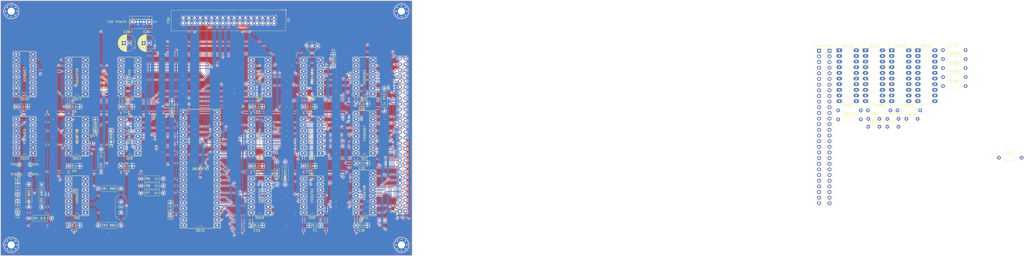
<source format=kicad_pcb>
(kicad_pcb (version 20171130) (host pcbnew 5.1.5+dfsg1-2+b1)
  (layers (0 F.Cu signal) (31 B.Cu signal) (34 B.Paste user) (35 F.Paste user) (36 B.SilkS user) (37 F.SilkS user) (38 B.Mask user) (39 F.Mask user) (44 Edge.Cuts user))
  (net 0 "")
  (net 1 GND)
  (net 2 /~RES)
  (net 3 /K.NMI)
  (net 4 "Net-(C2-Pad1)")
  (net 5 "Net-(C3-Pad1)")
  (net 6 "Net-(C4-Pad2)")
  (net 7 "Net-(C5-Pad1)")
  (net 8 "Net-(C24-Pad2)")
  (net 9 +5V)
  (net 10 "Net-(DD1-Pad6)")
  (net 11 "Net-(DD1-Pad5)")
  (net 12 "Net-(DD1-Pad4)")
  (net 13 "Net-(DD1-Pad2)")
  (net 14 "Net-(DD1-Pad8)")
  (net 15 "Net-(DD1-Pad1)")
  (net 16 "Net-(DD2-Pad12)")
  (net 17 /RA14)
  (net 18 "Net-(DD2-Pad8)")
  (net 19 /~MREQ)
  (net 20 "Net-(DD3-Pad10)")
  (net 21 "Net-(DD3-Pad3)")
  (net 22 "Net-(DD3-Pad2)")
  (net 23 "Net-(DD3-Pad1)")
  (net 24 "Net-(DD4-Pad13)")
  (net 25 /~RD)
  (net 26 /~CSFDC)
  (net 27 "Net-(DD4-Pad4)")
  (net 28 "Net-(DD4-Pad10)")
  (net 29 "Net-(DD16-Pad3)")
  (net 30 "Net-(DD15-Pad29)")
  (net 31 "Net-(DD5-Pad11)")
  (net 32 "Net-(DD15-Pad17)")
  (net 33 "Net-(DD16-Pad1)")
  (net 34 "Net-(DD10-Pad13)")
  (net 35 "Net-(DD15-Pad18)")
  (net 36 "Net-(DD6-Pad13)")
  (net 37 "Net-(DD6-Pad6)")
  (net 38 /~WR)
  (net 39 "Net-(DD6-Pad5)")
  (net 40 "Net-(DD10-Pad3)")
  (net 41 "Net-(DD6-Pad10)")
  (net 42 "Net-(DD13-Pad11)")
  (net 43 "Net-(DD11-Pad9)")
  (net 44 "Net-(DD14-Pad8)")
  (net 45 /DS0)
  (net 46 /~DS0)
  (net 47 /DS1)
  (net 48 /SIDE)
  (net 49 /~DS1)
  (net 50 /~SIDE)
  (net 51 /~MOT)
  (net 52 /MTRON)
  (net 53 /D0)
  (net 54 /D1)
  (net 55 "Net-(DD10-Pad6)")
  (net 56 /D7)
  (net 57 "Net-(DD10-Pad9)")
  (net 58 /D5)
  (net 59 /D4)
  (net 60 "Net-(DD12-Pad14)")
  (net 61 "Net-(DD12-Pad12)")
  (net 62 /CLK1)
  (net 63 "Net-(DD12-Pad1)")
  (net 64 "Net-(DD13-Pad7)")
  (net 65 /~RDD)
  (net 66 +12V)
  (net 67 "Net-(DD15-Pad16)")
  (net 68 /~WRPR)
  (net 69 "Net-(DD15-Pad15)")
  (net 70 /~IND)
  (net 71 /~TR00)
  (net 72 "Net-(DD15-Pad31)")
  (net 73 "Net-(DD15-Pad30)")
  (net 74 "Net-(DD16-Pad13)")
  (net 75 /~STEP)
  (net 76 /~DWR)
  (net 77 "Net-(DD16-Pad2)")
  (net 78 /~EWR)
  (net 79 /~DIR)
  (net 80 /BUFFER/~UPS)
  (net 81 /~NMI)
  (net 82 /A9)
  (net 83 /A12)
  (net 84 /A11)
  (net 85 /A13)
  (net 86 /A10)
  (net 87 /A8)
  (net 88 /~M1)
  (net 89 /A5)
  (net 90 /A6)
  (net 91 /A15)
  (net 92 /A14)
  (net 93 /~IORQ)
  (net 94 /A4)
  (net 95 /A7)
  (net 96 /A3)
  (net 97 /A2)
  (net 98 /~BLK)
  (net 99 /~RAMCS)
  (net 100 /~UPS)
  (net 101 /~TRD)
  (net 102 /D6)
  (net 103 /D3)
  (net 104 /D2)
  (net 105 /A1)
  (net 106 /A0)
  (net 107 /BUFFER/BA0)
  (net 108 /BUFFER/BA1)
  (net 109 /BUFFER/BA2)
  (net 110 /BUFFER/BA3)
  (net 111 /BUFFER/BA4)
  (net 112 /BUFFER/BA5)
  (net 113 /BUFFER/BA6)
  (net 114 /BUFFER/BA7)
  (net 115 /BUFFER/BA8)
  (net 116 /BUFFER/BA9)
  (net 117 /BUFFER/BA10)
  (net 118 /BUFFER/BA11)
  (net 119 /BUFFER/BA12)
  (net 120 /BUFFER/BA13)
  (net 121 /BUFFER/BA14)
  (net 122 /BUFFER/BA15)
  (net 123 /BUFFER/K.NMI)
  (net 124 /BUFFER/~BRD)
  (net 125 /BUFFER/~BWR)
  (net 126 /BUFFER/~BIORQ)
  (net 127 /BUFFER/~BMREQ)
  (net 128 /BUFFER/~BM1)
  (net 129 /BUFFER/~BRFSH)
  (net 130 /BUFFER/~BRES)
  (net 131 /BUFFER/BK.NMI)
  (net 132 /BUFFER/BD0)
  (net 133 /BUFFER/BD1)
  (net 134 /BUFFER/BD2)
  (net 135 /BUFFER/BD3)
  (net 136 /BUFFER/BD4)
  (net 137 /BUFFER/BD5)
  (net 138 /BUFFER/BD6)
  (net 139 /BUFFER/BD7)
  (net 140 /BUFFER/~BLK)
  (net 141 /~ROMCS)
  (module MountingHole:MountingHole_3.2mm_M3_Pad_Via (layer F.Cu) (at -135 250)
    (fp_text reference REF** hide)
    (fp_text value MountingHole_3.2mm_M3_Pad_Via)
    (pad 1 thru_hole circle (at 1.697056 -1.697056) (size 0.8 0.8) (drill 0.5) (layers *.Cu *.Mask))
    (pad 1 thru_hole circle (at 0 -2.4) (size 0.8 0.8) (drill 0.5) (layers *.Cu *.Mask))
    (pad 1 thru_hole circle (at -1.697056 -1.697056) (size 0.8 0.8) (drill 0.5) (layers *.Cu *.Mask))
    (pad 1 thru_hole circle (at -2.4 0) (size 0.8 0.8) (drill 0.5) (layers *.Cu *.Mask))
    (pad 1 thru_hole circle (at -1.697056 1.697056) (size 0.8 0.8) (drill 0.5) (layers *.Cu *.Mask))
    (pad 1 thru_hole circle (at 0 2.4) (size 0.8 0.8) (drill 0.5) (layers *.Cu *.Mask))
    (pad 1 thru_hole circle (at 1.697056 1.697056) (size 0.8 0.8) (drill 0.5) (layers *.Cu *.Mask))
    (pad 1 thru_hole circle (at 2.4 0) (size 0.8 0.8) (drill 0.5) (layers *.Cu *.Mask))
    (pad 1 thru_hole circle (at 0 0) (size 6.4 6.4) (drill 3.2) (layers *.Cu *.Mask))
  )
  (module MountingHole:MountingHole_3.2mm_M3_Pad_Via (layer F.Cu) (at 40 250)
    (fp_text reference REF** hide)
    (fp_text value MountingHole_3.2mm_M3_Pad_Via)
    (pad 1 thru_hole circle (at 1.697056 -1.697056) (size 0.8 0.8) (drill 0.5) (layers *.Cu *.Mask))
    (pad 1 thru_hole circle (at 0 -2.4) (size 0.8 0.8) (drill 0.5) (layers *.Cu *.Mask))
    (pad 1 thru_hole circle (at -1.697056 -1.697056) (size 0.8 0.8) (drill 0.5) (layers *.Cu *.Mask))
    (pad 1 thru_hole circle (at -2.4 0) (size 0.8 0.8) (drill 0.5) (layers *.Cu *.Mask))
    (pad 1 thru_hole circle (at -1.697056 1.697056) (size 0.8 0.8) (drill 0.5) (layers *.Cu *.Mask))
    (pad 1 thru_hole circle (at 0 2.4) (size 0.8 0.8) (drill 0.5) (layers *.Cu *.Mask))
    (pad 1 thru_hole circle (at 1.697056 1.697056) (size 0.8 0.8) (drill 0.5) (layers *.Cu *.Mask))
    (pad 1 thru_hole circle (at 2.4 0) (size 0.8 0.8) (drill 0.5) (layers *.Cu *.Mask))
    (pad 1 thru_hole circle (at 0 0) (size 6.4 6.4) (drill 3.2) (layers *.Cu *.Mask))
  )
  (module MountingHole:MountingHole_3.2mm_M3_Pad_Via (layer F.Cu) (at 40 145)
    (fp_text reference REF** hide)
    (fp_text value MountingHole_3.2mm_M3_Pad_Via)
    (pad 1 thru_hole circle (at 0 0) (size 6.4 6.4) (drill 3.2) (layers *.Cu *.Mask))
    (pad 1 thru_hole circle (at 2.4 0) (size 0.8 0.8) (drill 0.5) (layers *.Cu *.Mask))
    (pad 1 thru_hole circle (at 1.697056 1.697056) (size 0.8 0.8) (drill 0.5) (layers *.Cu *.Mask))
    (pad 1 thru_hole circle (at 0 2.4) (size 0.8 0.8) (drill 0.5) (layers *.Cu *.Mask))
    (pad 1 thru_hole circle (at -1.697056 1.697056) (size 0.8 0.8) (drill 0.5) (layers *.Cu *.Mask))
    (pad 1 thru_hole circle (at -2.4 0) (size 0.8 0.8) (drill 0.5) (layers *.Cu *.Mask))
    (pad 1 thru_hole circle (at -1.697056 -1.697056) (size 0.8 0.8) (drill 0.5) (layers *.Cu *.Mask))
    (pad 1 thru_hole circle (at 0 -2.4) (size 0.8 0.8) (drill 0.5) (layers *.Cu *.Mask))
    (pad 1 thru_hole circle (at 1.697056 -1.697056) (size 0.8 0.8) (drill 0.5) (layers *.Cu *.Mask))
  )
  (module MountingHole:MountingHole_3.2mm_M3_Pad_Via (layer F.Cu) (at -135 145)
    (fp_text reference REF** hide)
    (fp_text value MountingHole_3.2mm_M3_Pad_Via)
    (pad 1 thru_hole circle (at 1.697056 -1.697056) (size 0.8 0.8) (drill 0.5) (layers *.Cu *.Mask))
    (pad 1 thru_hole circle (at 0 -2.4) (size 0.8 0.8) (drill 0.5) (layers *.Cu *.Mask))
    (pad 1 thru_hole circle (at -1.697056 -1.697056) (size 0.8 0.8) (drill 0.5) (layers *.Cu *.Mask))
    (pad 1 thru_hole circle (at -2.4 0) (size 0.8 0.8) (drill 0.5) (layers *.Cu *.Mask))
    (pad 1 thru_hole circle (at -1.697056 1.697056) (size 0.8 0.8) (drill 0.5) (layers *.Cu *.Mask))
    (pad 1 thru_hole circle (at 0 2.4) (size 0.8 0.8) (drill 0.5) (layers *.Cu *.Mask))
    (pad 1 thru_hole circle (at 1.697056 1.697056) (size 0.8 0.8) (drill 0.5) (layers *.Cu *.Mask))
    (pad 1 thru_hole circle (at 2.4 0) (size 0.8 0.8) (drill 0.5) (layers *.Cu *.Mask))
    (pad 1 thru_hole circle (at 0 0) (size 6.4 6.4) (drill 3.2) (layers *.Cu *.Mask))
  )
  (module Connector_PinSocket_2.54mm:PinSocket_1x28_P2.54mm_Vertical (layer B.Cu) (at 39.29 234.87)
    (fp_text reference X1 (at 0 2.77) (layer B.SilkS) (effects (justify mirror)))
    (fp_text value CONN_28)
    (pad 28 thru_hole oval (at 0 -68.58) (size 1.7 1.7) (drill 1) (layers *.Cu *.Mask) (net 84 /A11))
    (pad 27 thru_hole oval (at 0 -66.04) (size 1.7 1.7) (drill 1) (layers *.Cu *.Mask) (net 82 /A9))
    (pad 26 thru_hole oval (at 0 -63.5) (size 1.7 1.7) (drill 1) (layers *.Cu *.Mask))
    (pad 25 thru_hole oval (at 0 -60.96) (size 1.7 1.7) (drill 1) (layers *.Cu *.Mask) (net 141 /~ROMCS))
    (pad 24 thru_hole oval (at 0 -58.42) (size 1.7 1.7) (drill 1) (layers *.Cu *.Mask) (net 94 /A4))
    (pad 23 thru_hole oval (at 0 -55.88) (size 1.7 1.7) (drill 1) (layers *.Cu *.Mask) (net 89 /A5))
    (pad 22 thru_hole oval (at 0 -53.34) (size 1.7 1.7) (drill 1) (layers *.Cu *.Mask) (net 90 /A6))
    (pad 21 thru_hole oval (at 0 -50.8) (size 1.7 1.7) (drill 1) (layers *.Cu *.Mask) (net 95 /A7))
    (pad 20 thru_hole oval (at 0 -48.26) (size 1.7 1.7) (drill 1) (layers *.Cu *.Mask) (net 2 /~RES))
    (pad 19 thru_hole oval (at 0 -45.72) (size 1.7 1.7) (drill 1) (layers *.Cu *.Mask))
    (pad 18 thru_hole oval (at 0 -43.18) (size 1.7 1.7) (drill 1) (layers *.Cu *.Mask))
    (pad 17 thru_hole oval (at 0 -40.64) (size 1.7 1.7) (drill 1) (layers *.Cu *.Mask))
    (pad 16 thru_hole oval (at 0 -38.1) (size 1.7 1.7) (drill 1) (layers *.Cu *.Mask) (net 98 /~BLK))
    (pad 15 thru_hole oval (at 0 -35.56) (size 1.7 1.7) (drill 1) (layers *.Cu *.Mask))
    (pad 14 thru_hole oval (at 0 -33.02) (size 1.7 1.7) (drill 1) (layers *.Cu *.Mask) (net 1 GND))
    (pad 13 thru_hole oval (at 0 -30.48) (size 1.7 1.7) (drill 1) (layers *.Cu *.Mask))
    (pad 12 thru_hole oval (at 0 -27.94) (size 1.7 1.7) (drill 1) (layers *.Cu *.Mask) (net 96 /A3))
    (pad 11 thru_hole oval (at 0 -25.4) (size 1.7 1.7) (drill 1) (layers *.Cu *.Mask) (net 97 /A2))
    (pad 10 thru_hole oval (at 0 -22.86) (size 1.7 1.7) (drill 1) (layers *.Cu *.Mask) (net 105 /A1))
    (pad 9 thru_hole oval (at 0 -20.32) (size 1.7 1.7) (drill 1) (layers *.Cu *.Mask) (net 106 /A0))
    (pad 8 thru_hole oval (at 0 -17.78) (size 1.7 1.7) (drill 1) (layers *.Cu *.Mask))
    (pad 7 thru_hole oval (at 0 -15.24) (size 1.7 1.7) (drill 1) (layers *.Cu *.Mask) (net 1 GND))
    (pad 6 thru_hole oval (at 0 -12.7) (size 1.7 1.7) (drill 1) (layers *.Cu *.Mask) (net 1 GND))
    (pad 5 thru_hole oval (at 0 -10.16) (size 1.7 1.7) (drill 1) (layers *.Cu *.Mask))
    (pad 4 thru_hole oval (at 0 -7.62) (size 1.7 1.7) (drill 1) (layers *.Cu *.Mask) (net 3 /K.NMI))
    (pad 3 thru_hole oval (at 0 -5.08) (size 1.7 1.7) (drill 1) (layers *.Cu *.Mask))
    (pad 2 thru_hole oval (at 0 -2.54) (size 1.7 1.7) (drill 1) (layers *.Cu *.Mask) (net 83 /A12))
    (pad 1 thru_hole rect (at 0 0) (size 1.7 1.7) (drill 1) (layers *.Cu *.Mask) (net 92 /A14))
  )
  (module Crystal:Crystal_HC49-U_Vertical (layer F.Cu) (at -85.805 235.505 90)
    (fp_text reference ZQ1 (at 2.54 0 180) (layer F.SilkS))
    (fp_text value "8 МГц (16 МГц)")
    (pad 2 thru_hole circle (at 4.88 0 90) (size 1.5 1.5) (drill 0.8) (layers *.Cu *.Mask) (net 12 "Net-(DD1-Pad4)"))
    (pad 1 thru_hole circle (at 0 0 90) (size 1.5 1.5) (drill 0.8) (layers *.Cu *.Mask) (net 15 "Net-(DD1-Pad1)"))
  )
  (module Connector_PinHeader_2.54mm:PinHeader_1x28_P2.54mm_Vertical (layer F.Cu) (at 227.32 162.745)
    (fp_text reference X104 (at 0 -2.33) (layer F.SilkS))
    (fp_text value CONN_28)
    (pad 28 thru_hole oval (at 0 68.58) (size 1.7 1.7) (drill 1) (layers *.Cu *.Mask) (net 80 /BUFFER/~UPS))
    (pad 27 thru_hole oval (at 0 66.04) (size 1.7 1.7) (drill 1) (layers *.Cu *.Mask) (net 117 /BUFFER/BA10))
    (pad 26 thru_hole oval (at 0 63.5) (size 1.7 1.7) (drill 1) (layers *.Cu *.Mask) (net 115 /BUFFER/BA8))
    (pad 25 thru_hole oval (at 0 60.96) (size 1.7 1.7) (drill 1) (layers *.Cu *.Mask) (net 129 /BUFFER/~BRFSH))
    (pad 24 thru_hole oval (at 0 58.42) (size 1.7 1.7) (drill 1) (layers *.Cu *.Mask) (net 128 /BUFFER/~BM1))
    (pad 23 thru_hole oval (at 0 55.88) (size 1.7 1.7) (drill 1) (layers *.Cu *.Mask))
    (pad 22 thru_hole oval (at 0 53.34) (size 1.7 1.7) (drill 1) (layers *.Cu *.Mask))
    (pad 21 thru_hole oval (at 0 50.8) (size 1.7 1.7) (drill 1) (layers *.Cu *.Mask))
    (pad 20 thru_hole oval (at 0 48.26) (size 1.7 1.7) (drill 1) (layers *.Cu *.Mask))
    (pad 19 thru_hole oval (at 0 45.72) (size 1.7 1.7) (drill 1) (layers *.Cu *.Mask) (net 125 /BUFFER/~BWR))
    (pad 18 thru_hole oval (at 0 43.18) (size 1.7 1.7) (drill 1) (layers *.Cu *.Mask) (net 124 /BUFFER/~BRD))
    (pad 17 thru_hole oval (at 0 40.64) (size 1.7 1.7) (drill 1) (layers *.Cu *.Mask) (net 126 /BUFFER/~BIORQ))
    (pad 16 thru_hole oval (at 0 38.1) (size 1.7 1.7) (drill 1) (layers *.Cu *.Mask) (net 127 /BUFFER/~BMREQ))
    (pad 15 thru_hole oval (at 0 35.56) (size 1.7 1.7) (drill 1) (layers *.Cu *.Mask))
    (pad 14 thru_hole oval (at 0 33.02) (size 1.7 1.7) (drill 1) (layers *.Cu *.Mask))
    (pad 13 thru_hole oval (at 0 30.48) (size 1.7 1.7) (drill 1) (layers *.Cu *.Mask))
    (pad 12 thru_hole oval (at 0 27.94) (size 1.7 1.7) (drill 1) (layers *.Cu *.Mask) (net 136 /BUFFER/BD4))
    (pad 11 thru_hole oval (at 0 25.4) (size 1.7 1.7) (drill 1) (layers *.Cu *.Mask) (net 135 /BUFFER/BD3))
    (pad 10 thru_hole oval (at 0 22.86) (size 1.7 1.7) (drill 1) (layers *.Cu *.Mask) (net 137 /BUFFER/BD5))
    (pad 9 thru_hole oval (at 0 20.32) (size 1.7 1.7) (drill 1) (layers *.Cu *.Mask) (net 138 /BUFFER/BD6))
    (pad 8 thru_hole oval (at 0 17.78) (size 1.7 1.7) (drill 1) (layers *.Cu *.Mask) (net 134 /BUFFER/BD2))
    (pad 7 thru_hole oval (at 0 15.24) (size 1.7 1.7) (drill 1) (layers *.Cu *.Mask) (net 133 /BUFFER/BD1))
    (pad 6 thru_hole oval (at 0 12.7) (size 1.7 1.7) (drill 1) (layers *.Cu *.Mask) (net 132 /BUFFER/BD0))
    (pad 5 thru_hole oval (at 0 10.16) (size 1.7 1.7) (drill 1) (layers *.Cu *.Mask))
    (pad 4 thru_hole oval (at 0 7.62) (size 1.7 1.7) (drill 1) (layers *.Cu *.Mask))
    (pad 3 thru_hole oval (at 0 5.08) (size 1.7 1.7) (drill 1) (layers *.Cu *.Mask) (net 139 /BUFFER/BD7))
    (pad 2 thru_hole oval (at 0 2.54) (size 1.7 1.7) (drill 1) (layers *.Cu *.Mask) (net 120 /BUFFER/BA13))
    (pad 1 thru_hole rect (at 0 0) (size 1.7 1.7) (drill 1) (layers *.Cu *.Mask) (net 122 /BUFFER/BA15))
  )
  (module Connector_PinHeader_2.54mm:PinHeader_1x28_P2.54mm_Vertical (layer F.Cu) (at 231.97 162.745)
    (fp_text reference X103 (at 0 -2.33) (layer F.SilkS))
    (fp_text value CONN_28)
    (pad 28 thru_hole oval (at 0 68.58) (size 1.7 1.7) (drill 1) (layers *.Cu *.Mask) (net 118 /BUFFER/BA11))
    (pad 27 thru_hole oval (at 0 66.04) (size 1.7 1.7) (drill 1) (layers *.Cu *.Mask) (net 116 /BUFFER/BA9))
    (pad 26 thru_hole oval (at 0 63.5) (size 1.7 1.7) (drill 1) (layers *.Cu *.Mask))
    (pad 25 thru_hole oval (at 0 60.96) (size 1.7 1.7) (drill 1) (layers *.Cu *.Mask))
    (pad 24 thru_hole oval (at 0 58.42) (size 1.7 1.7) (drill 1) (layers *.Cu *.Mask) (net 111 /BUFFER/BA4))
    (pad 23 thru_hole oval (at 0 55.88) (size 1.7 1.7) (drill 1) (layers *.Cu *.Mask) (net 112 /BUFFER/BA5))
    (pad 22 thru_hole oval (at 0 53.34) (size 1.7 1.7) (drill 1) (layers *.Cu *.Mask) (net 113 /BUFFER/BA6))
    (pad 21 thru_hole oval (at 0 50.8) (size 1.7 1.7) (drill 1) (layers *.Cu *.Mask) (net 114 /BUFFER/BA7))
    (pad 20 thru_hole oval (at 0 48.26) (size 1.7 1.7) (drill 1) (layers *.Cu *.Mask) (net 130 /BUFFER/~BRES))
    (pad 19 thru_hole oval (at 0 45.72) (size 1.7 1.7) (drill 1) (layers *.Cu *.Mask))
    (pad 18 thru_hole oval (at 0 43.18) (size 1.7 1.7) (drill 1) (layers *.Cu *.Mask))
    (pad 17 thru_hole oval (at 0 40.64) (size 1.7 1.7) (drill 1) (layers *.Cu *.Mask))
    (pad 16 thru_hole oval (at 0 38.1) (size 1.7 1.7) (drill 1) (layers *.Cu *.Mask) (net 140 /BUFFER/~BLK))
    (pad 15 thru_hole oval (at 0 35.56) (size 1.7 1.7) (drill 1) (layers *.Cu *.Mask))
    (pad 14 thru_hole oval (at 0 33.02) (size 1.7 1.7) (drill 1) (layers *.Cu *.Mask) (net 1 GND))
    (pad 13 thru_hole oval (at 0 30.48) (size 1.7 1.7) (drill 1) (layers *.Cu *.Mask))
    (pad 12 thru_hole oval (at 0 27.94) (size 1.7 1.7) (drill 1) (layers *.Cu *.Mask) (net 110 /BUFFER/BA3))
    (pad 11 thru_hole oval (at 0 25.4) (size 1.7 1.7) (drill 1) (layers *.Cu *.Mask) (net 109 /BUFFER/BA2))
    (pad 10 thru_hole oval (at 0 22.86) (size 1.7 1.7) (drill 1) (layers *.Cu *.Mask) (net 108 /BUFFER/BA1))
    (pad 9 thru_hole oval (at 0 20.32) (size 1.7 1.7) (drill 1) (layers *.Cu *.Mask) (net 107 /BUFFER/BA0))
    (pad 8 thru_hole oval (at 0 17.78) (size 1.7 1.7) (drill 1) (layers *.Cu *.Mask))
    (pad 7 thru_hole oval (at 0 15.24) (size 1.7 1.7) (drill 1) (layers *.Cu *.Mask) (net 1 GND))
    (pad 6 thru_hole oval (at 0 12.7) (size 1.7 1.7) (drill 1) (layers *.Cu *.Mask) (net 1 GND))
    (pad 5 thru_hole oval (at 0 10.16) (size 1.7 1.7) (drill 1) (layers *.Cu *.Mask))
    (pad 4 thru_hole oval (at 0 7.62) (size 1.7 1.7) (drill 1) (layers *.Cu *.Mask) (net 131 /BUFFER/BK.NMI))
    (pad 3 thru_hole oval (at 0 5.08) (size 1.7 1.7) (drill 1) (layers *.Cu *.Mask))
    (pad 2 thru_hole oval (at 0 2.54) (size 1.7 1.7) (drill 1) (layers *.Cu *.Mask) (net 119 /BUFFER/BA12))
    (pad 1 thru_hole rect (at 0 0) (size 1.7 1.7) (drill 1) (layers *.Cu *.Mask) (net 121 /BUFFER/BA14))
  )
  (module Connector_PinSocket_2.54mm:PinSocket_1x28_P2.54mm_Vertical (layer B.Cu) (at 41.83 234.87)
    (fp_text reference X2 (at 0 2.77) (layer B.SilkS) (effects (justify mirror)))
    (fp_text value CONN_28)
    (pad 28 thru_hole oval (at 0 -68.58) (size 1.7 1.7) (drill 1) (layers *.Cu *.Mask) (net 100 /~UPS))
    (pad 27 thru_hole oval (at 0 -66.04) (size 1.7 1.7) (drill 1) (layers *.Cu *.Mask) (net 86 /A10))
    (pad 26 thru_hole oval (at 0 -63.5) (size 1.7 1.7) (drill 1) (layers *.Cu *.Mask) (net 87 /A8))
    (pad 25 thru_hole oval (at 0 -60.96) (size 1.7 1.7) (drill 1) (layers *.Cu *.Mask))
    (pad 24 thru_hole oval (at 0 -58.42) (size 1.7 1.7) (drill 1) (layers *.Cu *.Mask) (net 88 /~M1))
    (pad 23 thru_hole oval (at 0 -55.88) (size 1.7 1.7) (drill 1) (layers *.Cu *.Mask) (net 101 /~TRD))
    (pad 22 thru_hole oval (at 0 -53.34) (size 1.7 1.7) (drill 1) (layers *.Cu *.Mask))
    (pad 21 thru_hole oval (at 0 -50.8) (size 1.7 1.7) (drill 1) (layers *.Cu *.Mask))
    (pad 20 thru_hole oval (at 0 -48.26) (size 1.7 1.7) (drill 1) (layers *.Cu *.Mask) (net 17 /RA14))
    (pad 19 thru_hole oval (at 0 -45.72) (size 1.7 1.7) (drill 1) (layers *.Cu *.Mask) (net 38 /~WR))
    (pad 18 thru_hole oval (at 0 -43.18) (size 1.7 1.7) (drill 1) (layers *.Cu *.Mask) (net 25 /~RD))
    (pad 17 thru_hole oval (at 0 -40.64) (size 1.7 1.7) (drill 1) (layers *.Cu *.Mask) (net 93 /~IORQ))
    (pad 16 thru_hole oval (at 0 -38.1) (size 1.7 1.7) (drill 1) (layers *.Cu *.Mask) (net 19 /~MREQ))
    (pad 15 thru_hole oval (at 0 -35.56) (size 1.7 1.7) (drill 1) (layers *.Cu *.Mask))
    (pad 14 thru_hole oval (at 0 -33.02) (size 1.7 1.7) (drill 1) (layers *.Cu *.Mask) (net 81 /~NMI))
    (pad 13 thru_hole oval (at 0 -30.48) (size 1.7 1.7) (drill 1) (layers *.Cu *.Mask))
    (pad 12 thru_hole oval (at 0 -27.94) (size 1.7 1.7) (drill 1) (layers *.Cu *.Mask) (net 59 /D4))
    (pad 11 thru_hole oval (at 0 -25.4) (size 1.7 1.7) (drill 1) (layers *.Cu *.Mask) (net 103 /D3))
    (pad 10 thru_hole oval (at 0 -22.86) (size 1.7 1.7) (drill 1) (layers *.Cu *.Mask) (net 58 /D5))
    (pad 9 thru_hole oval (at 0 -20.32) (size 1.7 1.7) (drill 1) (layers *.Cu *.Mask) (net 102 /D6))
    (pad 8 thru_hole oval (at 0 -17.78) (size 1.7 1.7) (drill 1) (layers *.Cu *.Mask) (net 104 /D2))
    (pad 7 thru_hole oval (at 0 -15.24) (size 1.7 1.7) (drill 1) (layers *.Cu *.Mask) (net 54 /D1))
    (pad 6 thru_hole oval (at 0 -12.7) (size 1.7 1.7) (drill 1) (layers *.Cu *.Mask) (net 53 /D0))
    (pad 5 thru_hole oval (at 0 -10.16) (size 1.7 1.7) (drill 1) (layers *.Cu *.Mask))
    (pad 4 thru_hole oval (at 0 -7.62) (size 1.7 1.7) (drill 1) (layers *.Cu *.Mask) (net 99 /~RAMCS))
    (pad 3 thru_hole oval (at 0 -5.08) (size 1.7 1.7) (drill 1) (layers *.Cu *.Mask) (net 56 /D7))
    (pad 2 thru_hole oval (at 0 -2.54) (size 1.7 1.7) (drill 1) (layers *.Cu *.Mask) (net 85 /A13))
    (pad 1 thru_hole rect (at 0 0) (size 1.7 1.7) (drill 1) (layers *.Cu *.Mask) (net 91 /A15))
  )
  (module Resistor_THT:R_Axial_DIN0207_L6.3mm_D2.5mm_P10.16mm_Horizontal (layer F.Cu) (at 235.87 193.595)
    (fp_text reference R110 (at 5.08 -2.37) (layer F.SilkS))
    (fp_text value 2k7)
    (pad 2 thru_hole oval (at 10.16 0) (size 1.6 1.6) (drill 0.8) (layers *.Cu *.Mask) (net 9 +5V))
    (pad 1 thru_hole circle (at 0 0) (size 1.6 1.6) (drill 0.8) (layers *.Cu *.Mask) (net 139 /BUFFER/BD7))
  )
  (module Resistor_THT:R_Axial_DIN0207_L6.3mm_D2.5mm_P10.16mm_Horizontal (layer F.Cu) (at 262.49 189.545)
    (fp_text reference R109 (at 5.08 -2.37) (layer F.SilkS))
    (fp_text value 2k7)
    (pad 2 thru_hole oval (at 10.16 0) (size 1.6 1.6) (drill 0.8) (layers *.Cu *.Mask) (net 9 +5V))
    (pad 1 thru_hole circle (at 0 0) (size 1.6 1.6) (drill 0.8) (layers *.Cu *.Mask) (net 138 /BUFFER/BD6))
  )
  (module Resistor_THT:R_Axial_DIN0207_L6.3mm_D2.5mm_P10.16mm_Horizontal (layer F.Cu) (at 249.18 189.545)
    (fp_text reference R108 (at 5.08 -2.37) (layer F.SilkS))
    (fp_text value 2k7)
    (pad 2 thru_hole oval (at 10.16 0) (size 1.6 1.6) (drill 0.8) (layers *.Cu *.Mask) (net 9 +5V))
    (pad 1 thru_hole circle (at 0 0) (size 1.6 1.6) (drill 0.8) (layers *.Cu *.Mask) (net 137 /BUFFER/BD5))
  )
  (module Resistor_THT:R_Axial_DIN0207_L6.3mm_D2.5mm_P10.16mm_Horizontal (layer F.Cu) (at 235.87 189.545)
    (fp_text reference R107 (at 5.08 -2.37) (layer F.SilkS))
    (fp_text value 2k7)
    (pad 2 thru_hole oval (at 10.16 0) (size 1.6 1.6) (drill 0.8) (layers *.Cu *.Mask) (net 9 +5V))
    (pad 1 thru_hole circle (at 0 0) (size 1.6 1.6) (drill 0.8) (layers *.Cu *.Mask) (net 136 /BUFFER/BD4))
  )
  (module Resistor_THT:R_Axial_DIN0207_L6.3mm_D2.5mm_P10.16mm_Horizontal (layer F.Cu) (at 282.87 178.645)
    (fp_text reference R106 (at 5.08 -2.37) (layer F.SilkS))
    (fp_text value 2k7)
    (pad 2 thru_hole oval (at 10.16 0) (size 1.6 1.6) (drill 0.8) (layers *.Cu *.Mask) (net 9 +5V))
    (pad 1 thru_hole circle (at 0 0) (size 1.6 1.6) (drill 0.8) (layers *.Cu *.Mask) (net 135 /BUFFER/BD3))
  )
  (module Resistor_THT:R_Axial_DIN0207_L6.3mm_D2.5mm_P10.16mm_Horizontal (layer F.Cu) (at 282.87 174.595)
    (fp_text reference R105 (at 5.08 -2.37) (layer F.SilkS))
    (fp_text value 2k7)
    (pad 2 thru_hole oval (at 10.16 0) (size 1.6 1.6) (drill 0.8) (layers *.Cu *.Mask) (net 9 +5V))
    (pad 1 thru_hole circle (at 0 0) (size 1.6 1.6) (drill 0.8) (layers *.Cu *.Mask) (net 134 /BUFFER/BD2))
  )
  (module Resistor_THT:R_Axial_DIN0207_L6.3mm_D2.5mm_P10.16mm_Horizontal (layer F.Cu) (at 282.87 170.545)
    (fp_text reference R104 (at 5.08 -2.37) (layer F.SilkS))
    (fp_text value 2k7)
    (pad 2 thru_hole oval (at 10.16 0) (size 1.6 1.6) (drill 0.8) (layers *.Cu *.Mask) (net 9 +5V))
    (pad 1 thru_hole circle (at 0 0) (size 1.6 1.6) (drill 0.8) (layers *.Cu *.Mask) (net 133 /BUFFER/BD1))
  )
  (module Resistor_THT:R_Axial_DIN0207_L6.3mm_D2.5mm_P10.16mm_Horizontal (layer F.Cu) (at 282.87 166.495)
    (fp_text reference R103 (at 5.08 -2.37) (layer F.SilkS))
    (fp_text value 2k7)
    (pad 2 thru_hole oval (at 10.16 0) (size 1.6 1.6) (drill 0.8) (layers *.Cu *.Mask) (net 9 +5V))
    (pad 1 thru_hole circle (at 0 0) (size 1.6 1.6) (drill 0.8) (layers *.Cu *.Mask) (net 132 /BUFFER/BD0))
  )
  (module Resistor_THT:R_Axial_DIN0207_L6.3mm_D2.5mm_P10.16mm_Horizontal (layer F.Cu) (at 282.87 162.445)
    (fp_text reference R102 (at 5.08 -2.37) (layer F.SilkS))
    (fp_text value 1k)
    (pad 2 thru_hole oval (at 10.16 0) (size 1.6 1.6) (drill 0.8) (layers *.Cu *.Mask) (net 140 /BUFFER/~BLK))
    (pad 1 thru_hole circle (at 0 0) (size 1.6 1.6) (drill 0.8) (layers *.Cu *.Mask) (net 9 +5V))
  )
  (module Resistor_THT:R_Axial_DIN0207_L6.3mm_D2.5mm_P10.16mm_Horizontal (layer F.Cu) (at 307.975 210.82)
    (fp_text reference R101 (at 5.08 -2.37) (layer F.SilkS))
    (fp_text value 1k)
    (pad 2 thru_hole oval (at 10.16 0) (size 1.6 1.6) (drill 0.8) (layers *.Cu *.Mask) (net 9 +5V))
    (pad 1 thru_hole circle (at 0 0) (size 1.6 1.6) (drill 0.8) (layers *.Cu *.Mask) (net 123 /BUFFER/K.NMI))
  )
  (module Package_DIP:DIP-20_W7.62mm_Socket_LongPads (layer F.Cu) (at 271.62 162.545)
    (fp_text reference DD104 (at 3.81 -2.33) (layer F.SilkS))
    (fp_text value К555АП6)
    (pad 20 thru_hole oval (at 7.62 0) (size 2.4 1.6) (drill 0.8) (layers *.Cu *.Mask) (net 9 +5V))
    (pad 10 thru_hole oval (at 0 22.86) (size 2.4 1.6) (drill 0.8) (layers *.Cu *.Mask) (net 1 GND))
    (pad 19 thru_hole oval (at 7.62 2.54) (size 2.4 1.6) (drill 0.8) (layers *.Cu *.Mask) (net 1 GND))
    (pad 9 thru_hole oval (at 0 20.32) (size 2.4 1.6) (drill 0.8) (layers *.Cu *.Mask))
    (pad 18 thru_hole oval (at 7.62 5.08) (size 2.4 1.6) (drill 0.8) (layers *.Cu *.Mask) (net 132 /BUFFER/BD0))
    (pad 8 thru_hole oval (at 0 17.78) (size 2.4 1.6) (drill 0.8) (layers *.Cu *.Mask))
    (pad 17 thru_hole oval (at 7.62 7.62) (size 2.4 1.6) (drill 0.8) (layers *.Cu *.Mask) (net 133 /BUFFER/BD1))
    (pad 7 thru_hole oval (at 0 15.24) (size 2.4 1.6) (drill 0.8) (layers *.Cu *.Mask))
    (pad 16 thru_hole oval (at 7.62 10.16) (size 2.4 1.6) (drill 0.8) (layers *.Cu *.Mask) (net 134 /BUFFER/BD2))
    (pad 6 thru_hole oval (at 0 12.7) (size 2.4 1.6) (drill 0.8) (layers *.Cu *.Mask))
    (pad 15 thru_hole oval (at 7.62 12.7) (size 2.4 1.6) (drill 0.8) (layers *.Cu *.Mask) (net 135 /BUFFER/BD3))
    (pad 5 thru_hole oval (at 0 10.16) (size 2.4 1.6) (drill 0.8) (layers *.Cu *.Mask))
    (pad 14 thru_hole oval (at 7.62 15.24) (size 2.4 1.6) (drill 0.8) (layers *.Cu *.Mask) (net 136 /BUFFER/BD4))
    (pad 4 thru_hole oval (at 0 7.62) (size 2.4 1.6) (drill 0.8) (layers *.Cu *.Mask))
    (pad 13 thru_hole oval (at 7.62 17.78) (size 2.4 1.6) (drill 0.8) (layers *.Cu *.Mask) (net 137 /BUFFER/BD5))
    (pad 3 thru_hole oval (at 0 5.08) (size 2.4 1.6) (drill 0.8) (layers *.Cu *.Mask))
    (pad 12 thru_hole oval (at 7.62 20.32) (size 2.4 1.6) (drill 0.8) (layers *.Cu *.Mask) (net 138 /BUFFER/BD6))
    (pad 2 thru_hole oval (at 0 2.54) (size 2.4 1.6) (drill 0.8) (layers *.Cu *.Mask))
    (pad 11 thru_hole oval (at 7.62 22.86) (size 2.4 1.6) (drill 0.8) (layers *.Cu *.Mask) (net 139 /BUFFER/BD7))
    (pad 1 thru_hole rect (at 0 0) (size 2.4 1.6) (drill 0.8) (layers *.Cu *.Mask) (net 140 /BUFFER/~BLK))
  )
  (module Package_DIP:DIP-20_W7.62mm_Socket_LongPads (layer F.Cu) (at 259.87 162.545)
    (fp_text reference DD103 (at 3.81 -2.33) (layer F.SilkS))
    (fp_text value К555АП6)
    (pad 20 thru_hole oval (at 7.62 0) (size 2.4 1.6) (drill 0.8) (layers *.Cu *.Mask) (net 9 +5V))
    (pad 10 thru_hole oval (at 0 22.86) (size 2.4 1.6) (drill 0.8) (layers *.Cu *.Mask) (net 1 GND))
    (pad 19 thru_hole oval (at 7.62 2.54) (size 2.4 1.6) (drill 0.8) (layers *.Cu *.Mask) (net 1 GND))
    (pad 9 thru_hole oval (at 0 20.32) (size 2.4 1.6) (drill 0.8) (layers *.Cu *.Mask) (net 123 /BUFFER/K.NMI))
    (pad 18 thru_hole oval (at 7.62 5.08) (size 2.4 1.6) (drill 0.8) (layers *.Cu *.Mask) (net 124 /BUFFER/~BRD))
    (pad 8 thru_hole oval (at 0 17.78) (size 2.4 1.6) (drill 0.8) (layers *.Cu *.Mask))
    (pad 17 thru_hole oval (at 7.62 7.62) (size 2.4 1.6) (drill 0.8) (layers *.Cu *.Mask) (net 125 /BUFFER/~BWR))
    (pad 7 thru_hole oval (at 0 15.24) (size 2.4 1.6) (drill 0.8) (layers *.Cu *.Mask))
    (pad 16 thru_hole oval (at 7.62 10.16) (size 2.4 1.6) (drill 0.8) (layers *.Cu *.Mask) (net 126 /BUFFER/~BIORQ))
    (pad 6 thru_hole oval (at 0 12.7) (size 2.4 1.6) (drill 0.8) (layers *.Cu *.Mask))
    (pad 15 thru_hole oval (at 7.62 12.7) (size 2.4 1.6) (drill 0.8) (layers *.Cu *.Mask) (net 127 /BUFFER/~BMREQ))
    (pad 5 thru_hole oval (at 0 10.16) (size 2.4 1.6) (drill 0.8) (layers *.Cu *.Mask))
    (pad 14 thru_hole oval (at 7.62 15.24) (size 2.4 1.6) (drill 0.8) (layers *.Cu *.Mask) (net 128 /BUFFER/~BM1))
    (pad 4 thru_hole oval (at 0 7.62) (size 2.4 1.6) (drill 0.8) (layers *.Cu *.Mask))
    (pad 13 thru_hole oval (at 7.62 17.78) (size 2.4 1.6) (drill 0.8) (layers *.Cu *.Mask) (net 129 /BUFFER/~BRFSH))
    (pad 3 thru_hole oval (at 0 5.08) (size 2.4 1.6) (drill 0.8) (layers *.Cu *.Mask))
    (pad 12 thru_hole oval (at 7.62 20.32) (size 2.4 1.6) (drill 0.8) (layers *.Cu *.Mask) (net 130 /BUFFER/~BRES))
    (pad 2 thru_hole oval (at 0 2.54) (size 2.4 1.6) (drill 0.8) (layers *.Cu *.Mask))
    (pad 11 thru_hole oval (at 7.62 22.86) (size 2.4 1.6) (drill 0.8) (layers *.Cu *.Mask) (net 131 /BUFFER/BK.NMI))
    (pad 1 thru_hole rect (at 0 0) (size 2.4 1.6) (drill 0.8) (layers *.Cu *.Mask) (net 9 +5V))
  )
  (module Package_DIP:DIP-20_W7.62mm_Socket_LongPads (layer F.Cu) (at 248.12 162.545)
    (fp_text reference DD102 (at 3.81 -2.33) (layer F.SilkS))
    (fp_text value К555АП6)
    (pad 20 thru_hole oval (at 7.62 0) (size 2.4 1.6) (drill 0.8) (layers *.Cu *.Mask) (net 9 +5V))
    (pad 10 thru_hole oval (at 0 22.86) (size 2.4 1.6) (drill 0.8) (layers *.Cu *.Mask) (net 1 GND))
    (pad 19 thru_hole oval (at 7.62 2.54) (size 2.4 1.6) (drill 0.8) (layers *.Cu *.Mask) (net 1 GND))
    (pad 9 thru_hole oval (at 0 20.32) (size 2.4 1.6) (drill 0.8) (layers *.Cu *.Mask))
    (pad 18 thru_hole oval (at 7.62 5.08) (size 2.4 1.6) (drill 0.8) (layers *.Cu *.Mask) (net 115 /BUFFER/BA8))
    (pad 8 thru_hole oval (at 0 17.78) (size 2.4 1.6) (drill 0.8) (layers *.Cu *.Mask))
    (pad 17 thru_hole oval (at 7.62 7.62) (size 2.4 1.6) (drill 0.8) (layers *.Cu *.Mask) (net 116 /BUFFER/BA9))
    (pad 7 thru_hole oval (at 0 15.24) (size 2.4 1.6) (drill 0.8) (layers *.Cu *.Mask))
    (pad 16 thru_hole oval (at 7.62 10.16) (size 2.4 1.6) (drill 0.8) (layers *.Cu *.Mask) (net 117 /BUFFER/BA10))
    (pad 6 thru_hole oval (at 0 12.7) (size 2.4 1.6) (drill 0.8) (layers *.Cu *.Mask))
    (pad 15 thru_hole oval (at 7.62 12.7) (size 2.4 1.6) (drill 0.8) (layers *.Cu *.Mask) (net 118 /BUFFER/BA11))
    (pad 5 thru_hole oval (at 0 10.16) (size 2.4 1.6) (drill 0.8) (layers *.Cu *.Mask))
    (pad 14 thru_hole oval (at 7.62 15.24) (size 2.4 1.6) (drill 0.8) (layers *.Cu *.Mask) (net 119 /BUFFER/BA12))
    (pad 4 thru_hole oval (at 0 7.62) (size 2.4 1.6) (drill 0.8) (layers *.Cu *.Mask))
    (pad 13 thru_hole oval (at 7.62 17.78) (size 2.4 1.6) (drill 0.8) (layers *.Cu *.Mask) (net 120 /BUFFER/BA13))
    (pad 3 thru_hole oval (at 0 5.08) (size 2.4 1.6) (drill 0.8) (layers *.Cu *.Mask))
    (pad 12 thru_hole oval (at 7.62 20.32) (size 2.4 1.6) (drill 0.8) (layers *.Cu *.Mask) (net 121 /BUFFER/BA14))
    (pad 2 thru_hole oval (at 0 2.54) (size 2.4 1.6) (drill 0.8) (layers *.Cu *.Mask))
    (pad 11 thru_hole oval (at 7.62 22.86) (size 2.4 1.6) (drill 0.8) (layers *.Cu *.Mask) (net 122 /BUFFER/BA15))
    (pad 1 thru_hole rect (at 0 0) (size 2.4 1.6) (drill 0.8) (layers *.Cu *.Mask) (net 9 +5V))
  )
  (module Package_DIP:DIP-20_W7.62mm_Socket_LongPads (layer F.Cu) (at 236.37 162.545)
    (fp_text reference DD101 (at 3.81 -2.33) (layer F.SilkS))
    (fp_text value К555АП6)
    (pad 20 thru_hole oval (at 7.62 0) (size 2.4 1.6) (drill 0.8) (layers *.Cu *.Mask) (net 9 +5V))
    (pad 10 thru_hole oval (at 0 22.86) (size 2.4 1.6) (drill 0.8) (layers *.Cu *.Mask) (net 1 GND))
    (pad 19 thru_hole oval (at 7.62 2.54) (size 2.4 1.6) (drill 0.8) (layers *.Cu *.Mask) (net 1 GND))
    (pad 9 thru_hole oval (at 0 20.32) (size 2.4 1.6) (drill 0.8) (layers *.Cu *.Mask))
    (pad 18 thru_hole oval (at 7.62 5.08) (size 2.4 1.6) (drill 0.8) (layers *.Cu *.Mask) (net 107 /BUFFER/BA0))
    (pad 8 thru_hole oval (at 0 17.78) (size 2.4 1.6) (drill 0.8) (layers *.Cu *.Mask))
    (pad 17 thru_hole oval (at 7.62 7.62) (size 2.4 1.6) (drill 0.8) (layers *.Cu *.Mask) (net 108 /BUFFER/BA1))
    (pad 7 thru_hole oval (at 0 15.24) (size 2.4 1.6) (drill 0.8) (layers *.Cu *.Mask))
    (pad 16 thru_hole oval (at 7.62 10.16) (size 2.4 1.6) (drill 0.8) (layers *.Cu *.Mask) (net 109 /BUFFER/BA2))
    (pad 6 thru_hole oval (at 0 12.7) (size 2.4 1.6) (drill 0.8) (layers *.Cu *.Mask))
    (pad 15 thru_hole oval (at 7.62 12.7) (size 2.4 1.6) (drill 0.8) (layers *.Cu *.Mask) (net 110 /BUFFER/BA3))
    (pad 5 thru_hole oval (at 0 10.16) (size 2.4 1.6) (drill 0.8) (layers *.Cu *.Mask))
    (pad 14 thru_hole oval (at 7.62 15.24) (size 2.4 1.6) (drill 0.8) (layers *.Cu *.Mask) (net 111 /BUFFER/BA4))
    (pad 4 thru_hole oval (at 0 7.62) (size 2.4 1.6) (drill 0.8) (layers *.Cu *.Mask))
    (pad 13 thru_hole oval (at 7.62 17.78) (size 2.4 1.6) (drill 0.8) (layers *.Cu *.Mask) (net 112 /BUFFER/BA5))
    (pad 3 thru_hole oval (at 0 5.08) (size 2.4 1.6) (drill 0.8) (layers *.Cu *.Mask))
    (pad 12 thru_hole oval (at 7.62 20.32) (size 2.4 1.6) (drill 0.8) (layers *.Cu *.Mask) (net 113 /BUFFER/BA6))
    (pad 2 thru_hole oval (at 0 2.54) (size 2.4 1.6) (drill 0.8) (layers *.Cu *.Mask))
    (pad 11 thru_hole oval (at 7.62 22.86) (size 2.4 1.6) (drill 0.8) (layers *.Cu *.Mask) (net 114 /BUFFER/BA7))
    (pad 1 thru_hole rect (at 0 0) (size 2.4 1.6) (drill 0.8) (layers *.Cu *.Mask) (net 9 +5V))
  )
  (module Capacitor_THT:C_Rect_L7.0mm_W2.0mm_P5.00mm (layer F.Cu) (at 249.38 193.345)
    (fp_text reference C105 (at 2.5 -2.25) (layer F.SilkS))
    (fp_text value 0,1)
    (pad 2 thru_hole circle (at 5 0) (size 1.6 1.6) (drill 0.8) (layers *.Cu *.Mask) (net 9 +5V))
    (pad 1 thru_hole circle (at 0 0) (size 1.6 1.6) (drill 0.8) (layers *.Cu *.Mask) (net 1 GND))
  )
  (module Capacitor_THT:C_Rect_L7.0mm_W2.0mm_P5.00mm (layer F.Cu) (at 257.93 193.345)
    (fp_text reference C104 (at 2.5 -2.25) (layer F.SilkS))
    (fp_text value 0,1)
    (pad 2 thru_hole circle (at 5 0) (size 1.6 1.6) (drill 0.8) (layers *.Cu *.Mask) (net 9 +5V))
    (pad 1 thru_hole circle (at 0 0) (size 1.6 1.6) (drill 0.8) (layers *.Cu *.Mask) (net 1 GND))
  )
  (module Capacitor_THT:C_Rect_L7.0mm_W2.0mm_P5.00mm (layer F.Cu) (at 266.48 193.345)
    (fp_text reference C103 (at 2.5 -2.25) (layer F.SilkS))
    (fp_text value 0,1)
    (pad 2 thru_hole circle (at 5 0) (size 1.6 1.6) (drill 0.8) (layers *.Cu *.Mask) (net 9 +5V))
    (pad 1 thru_hole circle (at 0 0) (size 1.6 1.6) (drill 0.8) (layers *.Cu *.Mask) (net 1 GND))
  )
  (module Capacitor_THT:C_Rect_L7.0mm_W2.0mm_P5.00mm (layer F.Cu) (at 249.38 196.895)
    (fp_text reference C102 (at 2.5 -2.25) (layer F.SilkS))
    (fp_text value 0,1)
    (pad 2 thru_hole circle (at 5 0) (size 1.6 1.6) (drill 0.8) (layers *.Cu *.Mask) (net 9 +5V))
    (pad 1 thru_hole circle (at 0 0) (size 1.6 1.6) (drill 0.8) (layers *.Cu *.Mask) (net 1 GND))
  )
  (module Capacitor_THT:C_Rect_L7.0mm_W2.0mm_P5.00mm (layer F.Cu) (at 257.93 196.895)
    (fp_text reference C101 (at 2.5 -2.25) (layer F.SilkS))
    (fp_text value 470)
    (pad 2 thru_hole circle (at 5 0) (size 1.6 1.6) (drill 0.8) (layers *.Cu *.Mask) (net 1 GND))
    (pad 1 thru_hole circle (at 0 0) (size 1.6 1.6) (drill 0.8) (layers *.Cu *.Mask) (net 80 /BUFFER/~UPS))
  )
  (module Capacitor_THT:CP_Radial_D7.5mm_P2.50mm (layer F.Cu) (at -81.995 159.305 180)
    (fp_text reference C23 (at 1.27 5.08) (layer F.SilkS))
    (fp_text value 20,0)
    (pad 2 thru_hole circle (at 2.5 0 180) (size 1.6 1.6) (drill 0.8) (layers *.Cu *.Mask) (net 1 GND))
    (pad 1 thru_hole rect (at 0 0 180) (size 1.6 1.6) (drill 0.8) (layers *.Cu *.Mask) (net 66 +12V))
  )
  (module Capacitor_THT:C_Rect_L7.0mm_W2.0mm_P5.00mm (layer F.Cu) (at -63.58 231.14 270)
    (fp_text reference C22 (at 6.905 0 180) (layer F.SilkS))
    (fp_text value 0,1 (at 2.5 0 90) (layer F.SilkS))
    (pad 2 thru_hole circle (at 5 0 270) (size 1.6 1.6) (drill 0.8) (layers *.Cu *.Mask) (net 66 +12V))
    (pad 1 thru_hole circle (at 0 0 270) (size 1.6 1.6) (drill 0.8) (layers *.Cu *.Mask) (net 1 GND))
  )
  (module Capacitor_THT:CP_Radial_D7.5mm_P2.50mm (layer F.Cu) (at -73.105 159.305 180)
    (fp_text reference C21 (at 1.27 5.08) (layer F.SilkS))
    (fp_text value 20,0)
    (pad 2 thru_hole circle (at 2.5 0 180) (size 1.6 1.6) (drill 0.8) (layers *.Cu *.Mask) (net 1 GND))
    (pad 1 thru_hole rect (at 0 0 180) (size 1.6 1.6) (drill 0.8) (layers *.Cu *.Mask) (net 9 +5V))
  )
  (module Capacitor_THT:C_Rect_L7.0mm_W2.0mm_P5.00mm (layer F.Cu) (at 24.605 241.22 180)
    (fp_text reference C20 (at 2.5 -2.25) (layer F.SilkS))
    (fp_text value 0,1 (at 2.5 0) (layer F.SilkS))
    (pad 2 thru_hole circle (at 5 0 180) (size 1.6 1.6) (drill 0.8) (layers *.Cu *.Mask) (net 9 +5V))
    (pad 1 thru_hole circle (at 0 0 180) (size 1.6 1.6) (drill 0.8) (layers *.Cu *.Mask) (net 1 GND))
  )
  (module Capacitor_THT:C_Rect_L7.0mm_W2.0mm_P5.00mm (layer F.Cu) (at 24.605 213.28 180)
    (fp_text reference C19 (at 2.5 -2.25) (layer F.SilkS))
    (fp_text value 0,1 (at 2.585 0) (layer F.SilkS))
    (pad 2 thru_hole circle (at 5 0 180) (size 1.6 1.6) (drill 0.8) (layers *.Cu *.Mask) (net 9 +5V))
    (pad 1 thru_hole circle (at 0 0 180) (size 1.6 1.6) (drill 0.8) (layers *.Cu *.Mask) (net 1 GND))
  )
  (module Capacitor_THT:C_Rect_L7.0mm_W2.0mm_P5.00mm (layer F.Cu) (at 24.605 186.61 180)
    (fp_text reference C18 (at 2.5 -2.25) (layer F.SilkS))
    (fp_text value 0,1 (at 2.5 0) (layer F.SilkS))
    (pad 2 thru_hole circle (at 5 0 180) (size 1.6 1.6) (drill 0.8) (layers *.Cu *.Mask) (net 9 +5V))
    (pad 1 thru_hole circle (at 0 0 180) (size 1.6 1.6) (drill 0.8) (layers *.Cu *.Mask) (net 1 GND))
  )
  (module Capacitor_THT:C_Rect_L7.0mm_W2.0mm_P5.00mm (layer F.Cu) (at 1.11 214.55 180)
    (fp_text reference C17 (at 2.5 -2.25) (layer F.SilkS))
    (fp_text value 0,1 (at 2.54 0) (layer F.SilkS))
    (pad 2 thru_hole circle (at 5 0 180) (size 1.6 1.6) (drill 0.8) (layers *.Cu *.Mask) (net 9 +5V))
    (pad 1 thru_hole circle (at 0 0 180) (size 1.6 1.6) (drill 0.8) (layers *.Cu *.Mask) (net 1 GND))
  )
  (module Capacitor_THT:C_Rect_L7.0mm_W2.0mm_P5.00mm (layer F.Cu) (at 1.11 187.88 180)
    (fp_text reference C16 (at 2.5 -2.25) (layer F.SilkS))
    (fp_text value 0,1 (at 2.5 0) (layer F.SilkS))
    (pad 2 thru_hole circle (at 5 0 180) (size 1.6 1.6) (drill 0.8) (layers *.Cu *.Mask) (net 9 +5V))
    (pad 1 thru_hole circle (at 0 0 180) (size 1.6 1.6) (drill 0.8) (layers *.Cu *.Mask) (net 1 GND))
  )
  (module Capacitor_THT:C_Rect_L7.0mm_W2.0mm_P5.00mm (layer F.Cu) (at -22.385 241.22 180)
    (fp_text reference C15 (at 2.5 -2.25) (layer F.SilkS))
    (fp_text value 0,1 (at 2.5 0) (layer F.SilkS))
    (pad 2 thru_hole circle (at 5 0 180) (size 1.6 1.6) (drill 0.8) (layers *.Cu *.Mask) (net 9 +5V))
    (pad 1 thru_hole circle (at 0 0 180) (size 1.6 1.6) (drill 0.8) (layers *.Cu *.Mask) (net 1 GND))
  )
  (module Capacitor_THT:C_Rect_L7.0mm_W2.0mm_P5.00mm (layer F.Cu) (at -22.385 214.55 180)
    (fp_text reference C14 (at 2.5 -2.25) (layer F.SilkS))
    (fp_text value 0,1 (at 2.5 0) (layer F.SilkS))
    (pad 2 thru_hole circle (at 5 0 180) (size 1.6 1.6) (drill 0.8) (layers *.Cu *.Mask) (net 9 +5V))
    (pad 1 thru_hole circle (at 0 0 180) (size 1.6 1.6) (drill 0.8) (layers *.Cu *.Mask) (net 1 GND))
  )
  (module Capacitor_THT:C_Rect_L7.0mm_W2.0mm_P5.00mm (layer F.Cu) (at -22.385 187.88 180)
    (fp_text reference C13 (at 2.5 -2.25) (layer F.SilkS))
    (fp_text value 0,1 (at 2.5 0) (layer F.SilkS))
    (pad 2 thru_hole circle (at 5 0 180) (size 1.6 1.6) (drill 0.8) (layers *.Cu *.Mask) (net 9 +5V))
    (pad 1 thru_hole circle (at 0 0 180) (size 1.6 1.6) (drill 0.8) (layers *.Cu *.Mask) (net 1 GND))
  )
  (module Capacitor_THT:C_Rect_L7.0mm_W2.0mm_P5.00mm (layer F.Cu) (at -80.805 214.55 180)
    (fp_text reference C12 (at 2.5 -2.25) (layer F.SilkS))
    (fp_text value 0,1 (at 2.54 0) (layer F.SilkS))
    (pad 2 thru_hole circle (at 5 0 180) (size 1.6 1.6) (drill 0.8) (layers *.Cu *.Mask) (net 9 +5V))
    (pad 1 thru_hole circle (at 0 0 180) (size 1.6 1.6) (drill 0.8) (layers *.Cu *.Mask) (net 1 GND))
  )
  (module Capacitor_THT:C_Rect_L7.0mm_W2.0mm_P5.00mm (layer F.Cu) (at -80.805 187.88 180)
    (fp_text reference C11 (at 2.5 -2.25) (layer F.SilkS))
    (fp_text value 0,1 (at 2.54 0) (layer F.SilkS))
    (pad 2 thru_hole circle (at 5 0 180) (size 1.6 1.6) (drill 0.8) (layers *.Cu *.Mask) (net 9 +5V))
    (pad 1 thru_hole circle (at 0 0 180) (size 1.6 1.6) (drill 0.8) (layers *.Cu *.Mask) (net 1 GND))
  )
  (module Capacitor_THT:C_Rect_L7.0mm_W2.0mm_P5.00mm (layer F.Cu) (at -104.3 241.22 180)
    (fp_text reference C10 (at 2.5 -2.25) (layer F.SilkS))
    (fp_text value 0,1 (at 2.5 0) (layer F.SilkS))
    (pad 2 thru_hole circle (at 5 0 180) (size 1.6 1.6) (drill 0.8) (layers *.Cu *.Mask) (net 9 +5V))
    (pad 1 thru_hole circle (at 0 0 180) (size 1.6 1.6) (drill 0.8) (layers *.Cu *.Mask) (net 1 GND))
  )
  (module Capacitor_THT:C_Rect_L7.0mm_W2.0mm_P5.00mm (layer F.Cu) (at -104.3 214.55 180)
    (fp_text reference C9 (at 2.5 -2.25) (layer F.SilkS))
    (fp_text value 0,1 (at 2.5 0) (layer F.SilkS))
    (pad 2 thru_hole circle (at 5 0 180) (size 1.6 1.6) (drill 0.8) (layers *.Cu *.Mask) (net 9 +5V))
    (pad 1 thru_hole circle (at 0 0 180) (size 1.6 1.6) (drill 0.8) (layers *.Cu *.Mask) (net 1 GND))
  )
  (module Capacitor_THT:C_Rect_L7.0mm_W2.0mm_P5.00mm (layer F.Cu) (at -104.3 187.88 180)
    (fp_text reference C8 (at 2.5 -2.25) (layer F.SilkS))
    (fp_text value 0,1 (at 2.46 0) (layer F.SilkS))
    (pad 2 thru_hole circle (at 5 0 180) (size 1.6 1.6) (drill 0.8) (layers *.Cu *.Mask) (net 9 +5V))
    (pad 1 thru_hole circle (at 0 0 180) (size 1.6 1.6) (drill 0.8) (layers *.Cu *.Mask) (net 1 GND))
  )
  (module Capacitor_THT:C_Rect_L7.0mm_W2.0mm_P5.00mm (layer F.Cu) (at -127.795 187.88 180)
    (fp_text reference C7 (at 2.5 -2.25) (layer F.SilkS))
    (fp_text value 0,1 (at 2.54 0) (layer F.SilkS))
    (pad 2 thru_hole circle (at 5 0 180) (size 1.6 1.6) (drill 0.8) (layers *.Cu *.Mask) (net 9 +5V))
    (pad 1 thru_hole circle (at 0 0 180) (size 1.6 1.6) (drill 0.8) (layers *.Cu *.Mask) (net 1 GND))
  )
  (module Capacitor_THT:C_Rect_L7.0mm_W2.0mm_P5.00mm (layer F.Cu) (at -62.945 185.34 270)
    (fp_text reference C6 (at 6.985 0 180) (layer F.SilkS))
    (fp_text value 0,1 (at 2.5 0 90) (layer F.SilkS))
    (pad 2 thru_hole circle (at 5 0 270) (size 1.6 1.6) (drill 0.8) (layers *.Cu *.Mask) (net 9 +5V))
    (pad 1 thru_hole circle (at 0 0 270) (size 1.6 1.6) (drill 0.8) (layers *.Cu *.Mask) (net 1 GND))
  )
  (module Connectors:MOLEX-1X4 (layer F.Cu) (at -73.105 149.78 180)
    (fp_text reference X4 (at -2.54 0) (layer F.SilkS) (effects (font (thickness 0.127))))
    (fp_text value "FDD POWER" (at 14.605 0) (layer F.SilkS) (effects (font (thickness 0.127))))
    (pad 4 thru_hole circle (at 7.62 0 180) (size 1.8796 1.8796) (drill 1.016) (layers *.Cu *.Mask) (net 66 +12V))
    (pad 3 thru_hole circle (at 5.08 0 180) (size 1.8796 1.8796) (drill 1.016) (layers *.Cu *.Mask) (net 1 GND))
    (pad 2 thru_hole circle (at 2.54 0 180) (size 1.8796 1.8796) (drill 1.016) (layers *.Cu *.Mask) (net 1 GND))
    (pad 1 thru_hole rect (at 0 0 180) (size 1.8796 1.8796) (drill 1.016) (layers *.Cu *.Mask) (net 9 +5V))
  )
  (module Connector_IDC:IDC-Header_2x17_P2.54mm_Vertical (layer F.Cu) (at -17.225 147.875 270)
    (fp_text reference X3 (at 1.27 -6.604 90) (layer F.SilkS))
    (fp_text value FDD (at 1.27 47.244 90) (layer F.SilkS))
    (pad 34 thru_hole oval (at 2.54 40.64 270) (size 1.7272 1.7272) (drill 1.016) (layers *.Cu *.Mask))
    (pad 33 thru_hole oval (at 0 40.64 270) (size 1.7272 1.7272) (drill 1.016) (layers *.Cu *.Mask) (net 1 GND))
    (pad 32 thru_hole oval (at 2.54 38.1 270) (size 1.7272 1.7272) (drill 1.016) (layers *.Cu *.Mask) (net 48 /SIDE))
    (pad 31 thru_hole oval (at 0 38.1 270) (size 1.7272 1.7272) (drill 1.016) (layers *.Cu *.Mask) (net 1 GND))
    (pad 30 thru_hole oval (at 2.54 35.56 270) (size 1.7272 1.7272) (drill 1.016) (layers *.Cu *.Mask) (net 65 /~RDD))
    (pad 29 thru_hole oval (at 0 35.56 270) (size 1.7272 1.7272) (drill 1.016) (layers *.Cu *.Mask) (net 1 GND))
    (pad 28 thru_hole oval (at 2.54 33.02 270) (size 1.7272 1.7272) (drill 1.016) (layers *.Cu *.Mask) (net 68 /~WRPR))
    (pad 27 thru_hole oval (at 0 33.02 270) (size 1.7272 1.7272) (drill 1.016) (layers *.Cu *.Mask) (net 1 GND))
    (pad 26 thru_hole oval (at 2.54 30.48 270) (size 1.7272 1.7272) (drill 1.016) (layers *.Cu *.Mask) (net 71 /~TR00))
    (pad 25 thru_hole oval (at 0 30.48 270) (size 1.7272 1.7272) (drill 1.016) (layers *.Cu *.Mask) (net 1 GND))
    (pad 24 thru_hole oval (at 2.54 27.94 270) (size 1.7272 1.7272) (drill 1.016) (layers *.Cu *.Mask) (net 78 /~EWR))
    (pad 23 thru_hole oval (at 0 27.94 270) (size 1.7272 1.7272) (drill 1.016) (layers *.Cu *.Mask) (net 1 GND))
    (pad 22 thru_hole oval (at 2.54 25.4 270) (size 1.7272 1.7272) (drill 1.016) (layers *.Cu *.Mask) (net 76 /~DWR))
    (pad 21 thru_hole oval (at 0 25.4 270) (size 1.7272 1.7272) (drill 1.016) (layers *.Cu *.Mask) (net 1 GND))
    (pad 20 thru_hole oval (at 2.54 22.86 270) (size 1.7272 1.7272) (drill 1.016) (layers *.Cu *.Mask) (net 75 /~STEP))
    (pad 19 thru_hole oval (at 0 22.86 270) (size 1.7272 1.7272) (drill 1.016) (layers *.Cu *.Mask) (net 1 GND))
    (pad 18 thru_hole oval (at 2.54 20.32 270) (size 1.7272 1.7272) (drill 1.016) (layers *.Cu *.Mask) (net 79 /~DIR))
    (pad 17 thru_hole oval (at 0 20.32 270) (size 1.7272 1.7272) (drill 1.016) (layers *.Cu *.Mask) (net 1 GND))
    (pad 16 thru_hole oval (at 2.54 17.78 270) (size 1.7272 1.7272) (drill 1.016) (layers *.Cu *.Mask) (net 51 /~MOT))
    (pad 15 thru_hole oval (at 0 17.78 270) (size 1.7272 1.7272) (drill 1.016) (layers *.Cu *.Mask) (net 1 GND))
    (pad 14 thru_hole oval (at 2.54 15.24 270) (size 1.7272 1.7272) (drill 1.016) (layers *.Cu *.Mask))
    (pad 13 thru_hole oval (at 0 15.24 270) (size 1.7272 1.7272) (drill 1.016) (layers *.Cu *.Mask) (net 1 GND))
    (pad 12 thru_hole oval (at 2.54 12.7 270) (size 1.7272 1.7272) (drill 1.016) (layers *.Cu *.Mask) (net 49 /~DS1))
    (pad 11 thru_hole oval (at 0 12.7 270) (size 1.7272 1.7272) (drill 1.016) (layers *.Cu *.Mask) (net 1 GND))
    (pad 10 thru_hole oval (at 2.54 10.16 270) (size 1.7272 1.7272) (drill 1.016) (layers *.Cu *.Mask) (net 46 /~DS0))
    (pad 9 thru_hole oval (at 0 10.16 270) (size 1.7272 1.7272) (drill 1.016) (layers *.Cu *.Mask) (net 1 GND))
    (pad 8 thru_hole oval (at 2.54 7.62 270) (size 1.7272 1.7272) (drill 1.016) (layers *.Cu *.Mask) (net 70 /~IND))
    (pad 7 thru_hole oval (at 0 7.62 270) (size 1.7272 1.7272) (drill 1.016) (layers *.Cu *.Mask) (net 1 GND))
    (pad 6 thru_hole oval (at 2.54 5.08 270) (size 1.7272 1.7272) (drill 1.016) (layers *.Cu *.Mask))
    (pad 5 thru_hole oval (at 0 5.08 270) (size 1.7272 1.7272) (drill 1.016) (layers *.Cu *.Mask) (net 1 GND))
    (pad 4 thru_hole oval (at 2.54 2.54 270) (size 1.7272 1.7272) (drill 1.016) (layers *.Cu *.Mask))
    (pad 3 thru_hole oval (at 0 2.54 270) (size 1.7272 1.7272) (drill 1.016) (layers *.Cu *.Mask) (net 1 GND))
    (pad 2 thru_hole oval (at 2.54 0 270) (size 1.7272 1.7272) (drill 1.016) (layers *.Cu *.Mask))
    (pad 1 thru_hole rect (at 0 0 270) (size 1.7272 1.7272) (drill 1.016) (layers *.Cu *.Mask) (net 1 GND))
  )
  (module Package_TO_SOT_THT:TO-92_Inline_Wide (layer F.Cu) (at 2.46 160.575 180)
    (fp_text reference VT1 (at 2.54 -3.56) (layer F.SilkS))
    (fp_text value КТ315)
    (pad 1 thru_hole rect (at 0 0 270) (size 1.5 1.5) (drill 0.8) (layers *.Cu *.Mask) (net 141 /~ROMCS))
    (pad 3 thru_hole circle (at 5.08 0 270) (size 1.5 1.5) (drill 0.8) (layers *.Cu *.Mask) (net 9 +5V))
    (pad 2 thru_hole circle (at 2.54 0 270) (size 1.5 1.5) (drill 0.8) (layers *.Cu *.Mask) (net 21 "Net-(DD3-Pad3)"))
  )
  (module Diode_THT:D_DO-35_SOD27_P10.16mm_Horizontal (layer F.Cu) (at -15.955 222.805 90)
    (fp_text reference VD1 (at 5.461 0 90) (layer F.SilkS))
    (fp_text value КД522)
    (pad 2 thru_hole oval (at 10.16 0 90) (size 1.6 1.6) (drill 0.8) (layers *.Cu *.Mask) (net 23 "Net-(DD3-Pad1)"))
    (pad 1 thru_hole rect (at 0 0 90) (size 1.6 1.6) (drill 0.8) (layers *.Cu *.Mask) (net 55 "Net-(DD10-Pad6)"))
  )
  (module TestPoint:TestPoint_THTPad_D1.5mm_Drill0.7mm (layer F.Cu) (at -126.445 213.915)
    (fp_text reference TP4 (at 2.54 0) (layer F.SilkS))
    (fp_text value TestPoint)
    (pad 1 thru_hole circle (at 0 0) (size 1.5 1.5) (drill 0.7) (layers *.Cu *.Mask) (net 63 "Net-(DD12-Pad1)"))
  )
  (module TestPoint:TestPoint_THTPad_D1.5mm_Drill0.7mm (layer F.Cu) (at -131.525 213.915)
    (fp_text reference TP2 (at -2.54 0) (layer F.SilkS))
    (fp_text value TestPoint)
    (pad 1 thru_hole circle (at 0 0) (size 1.5 1.5) (drill 0.7) (layers *.Cu *.Mask) (net 60 "Net-(DD12-Pad14)"))
  )
  (module TestPoint:TestPoint_THTPad_D1.5mm_Drill0.7mm (layer F.Cu) (at -131.525 218.36)
    (fp_text reference TP3 (at -2.54 0) (layer F.SilkS))
    (fp_text value TestPoint)
    (pad 1 thru_hole circle (at 0 0) (size 1.5 1.5) (drill 0.7) (layers *.Cu *.Mask) (net 61 "Net-(DD12-Pad12)"))
  )
  (module TestPoint:TestPoint_THTPad_D1.5mm_Drill0.7mm (layer F.Cu) (at -126.445 218.36)
    (fp_text reference TP1 (at 2.54 0) (layer F.SilkS))
    (fp_text value TestPoint)
    (pad 1 thru_hole circle (at 0 0) (size 1.5 1.5) (drill 0.7) (layers *.Cu *.Mask) (net 12 "Net-(DD1-Pad4)"))
  )
  (module Resistor_THT:R_Axial_DIN0207_L6.3mm_D2.5mm_P10.16mm_Horizontal (layer F.Cu) (at 32.305 179.625 270)
    (fp_text reference R12 (at 3.765 0 90) (layer F.SilkS))
    (fp_text value 1k (at 6.94 0 90) (layer F.SilkS))
    (pad 2 thru_hole oval (at 10.16 0 270) (size 1.6 1.6) (drill 0.8) (layers *.Cu *.Mask) (net 9 +5V))
    (pad 1 thru_hole circle (at 0 0 270) (size 1.6 1.6) (drill 0.8) (layers *.Cu *.Mask) (net 17 /RA14))
  )
  (module Resistor_THT:R_Axial_DIN0207_L6.3mm_D2.5mm_P10.16mm_Horizontal (layer F.Cu) (at -12.145 212.645 270)
    (fp_text reference R11 (at 3.629 -0.031 90) (layer F.SilkS))
    (fp_text value 680 (at 6.677 -0.031 90) (layer F.SilkS))
    (pad 2 thru_hole oval (at 10.16 0 270) (size 1.6 1.6) (drill 0.8) (layers *.Cu *.Mask) (net 23 "Net-(DD3-Pad1)"))
    (pad 1 thru_hole circle (at 0 0 270) (size 1.6 1.6) (drill 0.8) (layers *.Cu *.Mask) (net 57 "Net-(DD10-Pad9)"))
  )
  (module Resistor_THT:R_Axial_DIN0207_L6.3mm_D2.5mm_P10.16mm_Horizontal (layer F.Cu) (at -93.425 182.165 90)
    (fp_text reference R10 (at 3.81 0 90) (layer F.SilkS))
    (fp_text value 1k (at 6.985 0 90) (layer F.SilkS))
    (pad 2 thru_hole oval (at 10.16 0 90) (size 1.6 1.6) (drill 0.8) (layers *.Cu *.Mask) (net 77 "Net-(DD16-Pad2)"))
    (pad 1 thru_hole circle (at 0 0 90) (size 1.6 1.6) (drill 0.8) (layers *.Cu *.Mask) (net 9 +5V))
  )
  (module Resistor_THT:R_Axial_DIN0207_L6.3mm_D2.5mm_P10.16mm_Horizontal (layer F.Cu) (at -121.365 232.965 90)
    (fp_text reference R9 (at 3.175 0 90) (layer F.SilkS))
    (fp_text value 680 (at 6.35 0 90) (layer F.SilkS))
    (pad 2 thru_hole oval (at 10.16 0 90) (size 1.6 1.6) (drill 0.8) (layers *.Cu *.Mask) (net 1 GND))
    (pad 1 thru_hole circle (at 0 0 90) (size 1.6 1.6) (drill 0.8) (layers *.Cu *.Mask) (net 4 "Net-(C2-Pad1)"))
  )
  (module Resistor_THT:R_Axial_DIN0207_L6.3mm_D2.5mm_P10.16mm_Horizontal (layer F.Cu) (at -76.915 223.44)
    (fp_text reference R8 (at 3.175 0) (layer F.SilkS))
    (fp_text value 1k (at 6.985 0) (layer F.SilkS))
    (pad 2 thru_hole oval (at 10.16 0) (size 1.6 1.6) (drill 0.8) (layers *.Cu *.Mask) (net 70 /~IND))
    (pad 1 thru_hole circle (at 0 0) (size 1.6 1.6) (drill 0.8) (layers *.Cu *.Mask) (net 9 +5V))
  )
  (module Resistor_THT:R_Axial_DIN0207_L6.3mm_D2.5mm_P10.16mm_Horizontal (layer F.Cu) (at -76.915 226.615)
    (fp_text reference R7 (at 3.175 0) (layer F.SilkS))
    (fp_text value 1k (at 6.865 0) (layer F.SilkS))
    (pad 2 thru_hole oval (at 10.16 0) (size 1.6 1.6) (drill 0.8) (layers *.Cu *.Mask) (net 68 /~WRPR))
    (pad 1 thru_hole circle (at 0 0) (size 1.6 1.6) (drill 0.8) (layers *.Cu *.Mask) (net 9 +5V))
  )
  (module Resistor_THT:R_Axial_DIN0207_L6.3mm_D2.5mm_P10.16mm_Horizontal (layer F.Cu) (at -76.915 220.265)
    (fp_text reference R6 (at 3.175 0) (layer F.SilkS))
    (fp_text value 1k (at 6.985 0) (layer F.SilkS))
    (pad 2 thru_hole oval (at 10.16 0) (size 1.6 1.6) (drill 0.8) (layers *.Cu *.Mask) (net 71 /~TR00))
    (pad 1 thru_hole circle (at 0 0) (size 1.6 1.6) (drill 0.8) (layers *.Cu *.Mask) (net 9 +5V))
  )
  (module Resistor_THT:R_Axial_DIN0207_L6.3mm_D2.5mm_P10.16mm_Horizontal (layer F.Cu) (at -94.695 217.09 90)
    (fp_text reference R5 (at 3.175 0 90) (layer F.SilkS))
    (fp_text value 1k (at 6.985 0 90) (layer F.SilkS))
    (pad 2 thru_hole oval (at 10.16 0 90) (size 1.6 1.6) (drill 0.8) (layers *.Cu *.Mask) (net 65 /~RDD))
    (pad 1 thru_hole circle (at 0 0 90) (size 1.6 1.6) (drill 0.8) (layers *.Cu *.Mask) (net 9 +5V))
  )
  (module Resistor_THT:R_Axial_DIN0207_L6.3mm_D2.5mm_P10.16mm_Horizontal (layer F.Cu) (at -85.805 224.71 180)
    (fp_text reference R4 (at 6.985 0) (layer F.SilkS))
    (fp_text value 360 (at 3.81 0) (layer F.SilkS))
    (pad 2 thru_hole oval (at 10.16 0 180) (size 1.6 1.6) (drill 0.8) (layers *.Cu *.Mask) (net 13 "Net-(DD1-Pad2)"))
    (pad 1 thru_hole circle (at 0 0 180) (size 1.6 1.6) (drill 0.8) (layers *.Cu *.Mask) (net 12 "Net-(DD1-Pad4)"))
  )
  (module Resistor_THT:R_Axial_DIN0207_L6.3mm_D2.5mm_P10.16mm_Horizontal (layer F.Cu) (at -95.965 241.22)
    (fp_text reference R3 (at 3.175 0) (layer F.SilkS))
    (fp_text value 360 (at 6.35 0) (layer F.SilkS))
    (pad 2 thru_hole oval (at 10.16 0) (size 1.6 1.6) (drill 0.8) (layers *.Cu *.Mask) (net 15 "Net-(DD1-Pad1)"))
    (pad 1 thru_hole circle (at 0 0) (size 1.6 1.6) (drill 0.8) (layers *.Cu *.Mask) (net 13 "Net-(DD1-Pad2)"))
  )
  (module Resistor_THT:R_Axial_DIN0207_L6.3mm_D2.5mm_P10.16mm_Horizontal (layer F.Cu) (at -127.08 232.965 90)
    (fp_text reference R2 (at 3.175 0 90) (layer F.SilkS))
    (fp_text value 360 (at 6.35 0 90) (layer F.SilkS))
    (pad 2 thru_hole oval (at 10.16 0 90) (size 1.6 1.6) (drill 0.8) (layers *.Cu *.Mask) (net 4 "Net-(C2-Pad1)"))
    (pad 1 thru_hole circle (at 0 0 90) (size 1.6 1.6) (drill 0.8) (layers *.Cu *.Mask) (net 9 +5V))
  )
  (module Resistor_THT:R_Axial_DIN0207_L6.3mm_D2.5mm_P10.16mm_Horizontal (layer F.Cu) (at -127.08 238.045)
    (fp_text reference R1 (at 3.175 0) (layer F.SilkS))
    (fp_text value 2,0 (at 6.35 0) (layer F.SilkS))
    (pad 2 thru_hole oval (at 10.16 0) (size 1.6 1.6) (drill 0.8) (layers *.Cu *.Mask) (net 3 /K.NMI))
    (pad 1 thru_hole circle (at 0 0) (size 1.6 1.6) (drill 0.8) (layers *.Cu *.Mask) (net 9 +5V))
  )
  (module Package_DIP:DIP-14_W7.62mm_Socket_LongPads (layer F.Cu) (at -101.68 182.165 180)
    (fp_text reference DD17 (at 3.81 -2.33) (layer F.SilkS))
    (fp_text value К555ИР16 (at 3.81 7.62 90) (layer F.SilkS))
    (pad 14 thru_hole oval (at 7.62 0 180) (size 2.4 1.6) (drill 0.8) (layers *.Cu *.Mask) (net 9 +5V))
    (pad 7 thru_hole oval (at 0 15.24 180) (size 2.4 1.6) (drill 0.8) (layers *.Cu *.Mask) (net 1 GND))
    (pad 13 thru_hole oval (at 7.62 2.54 180) (size 2.4 1.6) (drill 0.8) (layers *.Cu *.Mask))
    (pad 6 thru_hole oval (at 0 12.7 180) (size 2.4 1.6) (drill 0.8) (layers *.Cu *.Mask) (net 72 "Net-(DD15-Pad31)"))
    (pad 12 thru_hole oval (at 7.62 5.08 180) (size 2.4 1.6) (drill 0.8) (layers *.Cu *.Mask))
    (pad 5 thru_hole oval (at 0 10.16 180) (size 2.4 1.6) (drill 0.8) (layers *.Cu *.Mask) (net 1 GND))
    (pad 11 thru_hole oval (at 7.62 7.62 180) (size 2.4 1.6) (drill 0.8) (layers *.Cu *.Mask))
    (pad 4 thru_hole oval (at 0 7.62 180) (size 2.4 1.6) (drill 0.8) (layers *.Cu *.Mask) (net 29 "Net-(DD16-Pad3)"))
    (pad 10 thru_hole oval (at 7.62 10.16 180) (size 2.4 1.6) (drill 0.8) (layers *.Cu *.Mask) (net 74 "Net-(DD16-Pad13)"))
    (pad 3 thru_hole oval (at 0 5.08 180) (size 2.4 1.6) (drill 0.8) (layers *.Cu *.Mask) (net 77 "Net-(DD16-Pad2)"))
    (pad 9 thru_hole oval (at 7.62 12.7 180) (size 2.4 1.6) (drill 0.8) (layers *.Cu *.Mask) (net 10 "Net-(DD1-Pad6)"))
    (pad 2 thru_hole oval (at 0 2.54 180) (size 2.4 1.6) (drill 0.8) (layers *.Cu *.Mask) (net 33 "Net-(DD16-Pad1)"))
    (pad 8 thru_hole oval (at 7.62 15.24 180) (size 2.4 1.6) (drill 0.8) (layers *.Cu *.Mask) (net 9 +5V))
    (pad 1 thru_hole rect (at 0 0 180) (size 2.4 1.6) (drill 0.8) (layers *.Cu *.Mask) (net 1 GND))
  )
  (module Package_DIP:DIP-14_W7.62mm_Socket_LongPads (layer F.Cu) (at -78.185 182.165 180)
    (fp_text reference DD16 (at 3.81 -2.33) (layer F.SilkS))
    (fp_text value К155ЛН5 (at 3.81 7.62 90) (layer F.SilkS))
    (pad 14 thru_hole oval (at 7.62 0 180) (size 2.4 1.6) (drill 0.8) (layers *.Cu *.Mask) (net 9 +5V))
    (pad 7 thru_hole oval (at 0 15.24 180) (size 2.4 1.6) (drill 0.8) (layers *.Cu *.Mask) (net 1 GND))
    (pad 13 thru_hole oval (at 7.62 2.54 180) (size 2.4 1.6) (drill 0.8) (layers *.Cu *.Mask) (net 74 "Net-(DD16-Pad13)"))
    (pad 6 thru_hole oval (at 0 12.7 180) (size 2.4 1.6) (drill 0.8) (layers *.Cu *.Mask) (net 75 /~STEP))
    (pad 12 thru_hole oval (at 7.62 5.08 180) (size 2.4 1.6) (drill 0.8) (layers *.Cu *.Mask) (net 76 /~DWR))
    (pad 5 thru_hole oval (at 0 10.16 180) (size 2.4 1.6) (drill 0.8) (layers *.Cu *.Mask) (net 69 "Net-(DD15-Pad15)"))
    (pad 11 thru_hole oval (at 7.62 7.62 180) (size 2.4 1.6) (drill 0.8) (layers *.Cu *.Mask) (net 73 "Net-(DD15-Pad30)"))
    (pad 4 thru_hole oval (at 0 7.62 180) (size 2.4 1.6) (drill 0.8) (layers *.Cu *.Mask) (net 77 "Net-(DD16-Pad2)"))
    (pad 10 thru_hole oval (at 7.62 10.16 180) (size 2.4 1.6) (drill 0.8) (layers *.Cu *.Mask) (net 78 /~EWR))
    (pad 3 thru_hole oval (at 0 5.08 180) (size 2.4 1.6) (drill 0.8) (layers *.Cu *.Mask) (net 29 "Net-(DD16-Pad3)"))
    (pad 9 thru_hole oval (at 7.62 12.7 180) (size 2.4 1.6) (drill 0.8) (layers *.Cu *.Mask) (net 67 "Net-(DD15-Pad16)"))
    (pad 2 thru_hole oval (at 0 2.54 180) (size 2.4 1.6) (drill 0.8) (layers *.Cu *.Mask) (net 77 "Net-(DD16-Pad2)"))
    (pad 8 thru_hole oval (at 7.62 15.24 180) (size 2.4 1.6) (drill 0.8) (layers *.Cu *.Mask) (net 79 /~DIR))
    (pad 1 thru_hole rect (at 0 0 180) (size 2.4 1.6) (drill 0.8) (layers *.Cu *.Mask) (net 33 "Net-(DD16-Pad1)"))
  )
  (module Package_DIP:DIP-42_W15.24mm_Socket_LongPads (layer F.Cu) (at -42.625 241.22 180)
    (fp_text reference DD15 (at 7.62 -2.33) (layer F.SilkS))
    (fp_text value 1818ВГ93 (at 7.62 25.4) (layer F.SilkS))
    (pad 42 thru_hole oval (at 15.24 0 180) (size 2.4 1.6) (drill 0.8) (layers *.Cu *.Mask))
    (pad 21 thru_hole oval (at 0 50.8 180) (size 2.4 1.6) (drill 0.8) (layers *.Cu *.Mask) (net 9 +5V))
    (pad 41 thru_hole oval (at 15.24 2.54 180) (size 2.4 1.6) (drill 0.8) (layers *.Cu *.Mask))
    (pad 20 thru_hole oval (at 0 48.26 180) (size 2.4 1.6) (drill 0.8) (layers *.Cu *.Mask) (net 1 GND))
    (pad 40 thru_hole oval (at 15.24 5.08 180) (size 2.4 1.6) (drill 0.8) (layers *.Cu *.Mask) (net 66 +12V))
    (pad 19 thru_hole oval (at 0 45.72 180) (size 2.4 1.6) (drill 0.8) (layers *.Cu *.Mask) (net 2 /~RES))
    (pad 39 thru_hole oval (at 15.24 7.62 180) (size 2.4 1.6) (drill 0.8) (layers *.Cu *.Mask))
    (pad 18 thru_hole oval (at 0 43.18 180) (size 2.4 1.6) (drill 0.8) (layers *.Cu *.Mask) (net 35 "Net-(DD15-Pad18)"))
    (pad 38 thru_hole oval (at 15.24 10.16 180) (size 2.4 1.6) (drill 0.8) (layers *.Cu *.Mask))
    (pad 17 thru_hole oval (at 0 40.64 180) (size 2.4 1.6) (drill 0.8) (layers *.Cu *.Mask) (net 32 "Net-(DD15-Pad17)"))
    (pad 37 thru_hole oval (at 15.24 12.7 180) (size 2.4 1.6) (drill 0.8) (layers *.Cu *.Mask) (net 1 GND))
    (pad 16 thru_hole oval (at 0 38.1 180) (size 2.4 1.6) (drill 0.8) (layers *.Cu *.Mask) (net 67 "Net-(DD15-Pad16)"))
    (pad 36 thru_hole oval (at 15.24 15.24 180) (size 2.4 1.6) (drill 0.8) (layers *.Cu *.Mask) (net 68 /~WRPR))
    (pad 15 thru_hole oval (at 0 35.56 180) (size 2.4 1.6) (drill 0.8) (layers *.Cu *.Mask) (net 69 "Net-(DD15-Pad15)"))
    (pad 35 thru_hole oval (at 15.24 17.78 180) (size 2.4 1.6) (drill 0.8) (layers *.Cu *.Mask) (net 70 /~IND))
    (pad 14 thru_hole oval (at 0 33.02 180) (size 2.4 1.6) (drill 0.8) (layers *.Cu *.Mask) (net 56 /D7))
    (pad 34 thru_hole oval (at 15.24 20.32 180) (size 2.4 1.6) (drill 0.8) (layers *.Cu *.Mask) (net 71 /~TR00))
    (pad 13 thru_hole oval (at 0 30.48 180) (size 2.4 1.6) (drill 0.8) (layers *.Cu *.Mask) (net 102 /D6))
    (pad 33 thru_hole oval (at 15.24 22.86 180) (size 2.4 1.6) (drill 0.8) (layers *.Cu *.Mask))
    (pad 12 thru_hole oval (at 0 27.94 180) (size 2.4 1.6) (drill 0.8) (layers *.Cu *.Mask) (net 58 /D5))
    (pad 32 thru_hole oval (at 15.24 25.4 180) (size 2.4 1.6) (drill 0.8) (layers *.Cu *.Mask) (net 52 /MTRON))
    (pad 11 thru_hole oval (at 0 25.4 180) (size 2.4 1.6) (drill 0.8) (layers *.Cu *.Mask) (net 59 /D4))
    (pad 31 thru_hole oval (at 15.24 27.94 180) (size 2.4 1.6) (drill 0.8) (layers *.Cu *.Mask) (net 72 "Net-(DD15-Pad31)"))
    (pad 10 thru_hole oval (at 0 22.86 180) (size 2.4 1.6) (drill 0.8) (layers *.Cu *.Mask) (net 103 /D3))
    (pad 30 thru_hole oval (at 15.24 30.48 180) (size 2.4 1.6) (drill 0.8) (layers *.Cu *.Mask) (net 73 "Net-(DD15-Pad30)"))
    (pad 9 thru_hole oval (at 0 20.32 180) (size 2.4 1.6) (drill 0.8) (layers *.Cu *.Mask) (net 104 /D2))
    (pad 29 thru_hole oval (at 15.24 33.02 180) (size 2.4 1.6) (drill 0.8) (layers *.Cu *.Mask) (net 30 "Net-(DD15-Pad29)"))
    (pad 8 thru_hole oval (at 0 17.78 180) (size 2.4 1.6) (drill 0.8) (layers *.Cu *.Mask) (net 54 /D1))
    (pad 28 thru_hole oval (at 15.24 35.56 180) (size 2.4 1.6) (drill 0.8) (layers *.Cu *.Mask))
    (pad 7 thru_hole oval (at 0 15.24 180) (size 2.4 1.6) (drill 0.8) (layers *.Cu *.Mask) (net 53 /D0))
    (pad 27 thru_hole oval (at 15.24 38.1 180) (size 2.4 1.6) (drill 0.8) (layers *.Cu *.Mask) (net 42 "Net-(DD13-Pad11)"))
    (pad 6 thru_hole oval (at 0 12.7 180) (size 2.4 1.6) (drill 0.8) (layers *.Cu *.Mask) (net 105 /A1))
    (pad 26 thru_hole oval (at 15.24 40.64 180) (size 2.4 1.6) (drill 0.8) (layers *.Cu *.Mask) (net 64 "Net-(DD13-Pad7)"))
    (pad 5 thru_hole oval (at 0 10.16 180) (size 2.4 1.6) (drill 0.8) (layers *.Cu *.Mask) (net 106 /A0))
    (pad 25 thru_hole oval (at 15.24 43.18 180) (size 2.4 1.6) (drill 0.8) (layers *.Cu *.Mask))
    (pad 4 thru_hole oval (at 0 7.62 180) (size 2.4 1.6) (drill 0.8) (layers *.Cu *.Mask) (net 25 /~RD))
    (pad 24 thru_hole oval (at 15.24 45.72 180) (size 2.4 1.6) (drill 0.8) (layers *.Cu *.Mask) (net 62 /CLK1))
    (pad 3 thru_hole oval (at 0 5.08 180) (size 2.4 1.6) (drill 0.8) (layers *.Cu *.Mask) (net 26 /~CSFDC))
    (pad 23 thru_hole oval (at 15.24 48.26 180) (size 2.4 1.6) (drill 0.8) (layers *.Cu *.Mask) (net 9 +5V))
    (pad 2 thru_hole oval (at 0 2.54 180) (size 2.4 1.6) (drill 0.8) (layers *.Cu *.Mask) (net 38 /~WR))
    (pad 22 thru_hole oval (at 15.24 50.8 180) (size 2.4 1.6) (drill 0.8) (layers *.Cu *.Mask) (net 9 +5V))
    (pad 1 thru_hole rect (at 0 0 180) (size 2.4 1.6) (drill 0.8) (layers *.Cu *.Mask))
  )
  (module Package_DIP:DIP-14_W7.62mm_Socket_LongPads (layer F.Cu) (at -101.68 208.835 180)
    (fp_text reference DD14 (at 3.81 -2.33) (layer F.SilkS))
    (fp_text value К555ТМ2 (at 3.81 7.62 90) (layer F.SilkS))
    (pad 14 thru_hole oval (at 7.62 0 180) (size 2.4 1.6) (drill 0.8) (layers *.Cu *.Mask) (net 9 +5V))
    (pad 7 thru_hole oval (at 0 15.24 180) (size 2.4 1.6) (drill 0.8) (layers *.Cu *.Mask) (net 1 GND))
    (pad 13 thru_hole oval (at 7.62 2.54 180) (size 2.4 1.6) (drill 0.8) (layers *.Cu *.Mask) (net 9 +5V))
    (pad 6 thru_hole oval (at 0 12.7 180) (size 2.4 1.6) (drill 0.8) (layers *.Cu *.Mask))
    (pad 12 thru_hole oval (at 7.62 5.08 180) (size 2.4 1.6) (drill 0.8) (layers *.Cu *.Mask) (net 7 "Net-(C5-Pad1)"))
    (pad 5 thru_hole oval (at 0 10.16 180) (size 2.4 1.6) (drill 0.8) (layers *.Cu *.Mask) (net 7 "Net-(C5-Pad1)"))
    (pad 11 thru_hole oval (at 7.62 7.62 180) (size 2.4 1.6) (drill 0.8) (layers *.Cu *.Mask) (net 11 "Net-(DD1-Pad5)"))
    (pad 4 thru_hole oval (at 0 7.62 180) (size 2.4 1.6) (drill 0.8) (layers *.Cu *.Mask) (net 9 +5V))
    (pad 10 thru_hole oval (at 7.62 10.16 180) (size 2.4 1.6) (drill 0.8) (layers *.Cu *.Mask) (net 9 +5V))
    (pad 3 thru_hole oval (at 0 5.08 180) (size 2.4 1.6) (drill 0.8) (layers *.Cu *.Mask) (net 11 "Net-(DD1-Pad5)"))
    (pad 9 thru_hole oval (at 7.62 12.7 180) (size 2.4 1.6) (drill 0.8) (layers *.Cu *.Mask))
    (pad 2 thru_hole oval (at 0 2.54 180) (size 2.4 1.6) (drill 0.8) (layers *.Cu *.Mask) (net 65 /~RDD))
    (pad 8 thru_hole oval (at 7.62 15.24 180) (size 2.4 1.6) (drill 0.8) (layers *.Cu *.Mask) (net 44 "Net-(DD14-Pad8)"))
    (pad 1 thru_hole rect (at 0 0 180) (size 2.4 1.6) (drill 0.8) (layers *.Cu *.Mask) (net 9 +5V))
  )
  (module Package_DIP:DIP-16_W7.62mm_Socket_LongPads (layer F.Cu) (at -125.175 182.165 180)
    (fp_text reference DD13 (at 3.81 -2.33) (layer F.SilkS))
    (fp_text value К555ИЕ7 (at 3.81 8.89 90) (layer F.SilkS))
    (pad 16 thru_hole oval (at 7.62 0 180) (size 2.4 1.6) (drill 0.8) (layers *.Cu *.Mask) (net 9 +5V))
    (pad 8 thru_hole oval (at 0 17.78 180) (size 2.4 1.6) (drill 0.8) (layers *.Cu *.Mask) (net 1 GND))
    (pad 15 thru_hole oval (at 7.62 2.54 180) (size 2.4 1.6) (drill 0.8) (layers *.Cu *.Mask) (net 9 +5V))
    (pad 7 thru_hole oval (at 0 15.24 180) (size 2.4 1.6) (drill 0.8) (layers *.Cu *.Mask) (net 64 "Net-(DD13-Pad7)"))
    (pad 14 thru_hole oval (at 7.62 5.08 180) (size 2.4 1.6) (drill 0.8) (layers *.Cu *.Mask) (net 1 GND))
    (pad 6 thru_hole oval (at 0 12.7 180) (size 2.4 1.6) (drill 0.8) (layers *.Cu *.Mask))
    (pad 13 thru_hole oval (at 7.62 7.62 180) (size 2.4 1.6) (drill 0.8) (layers *.Cu *.Mask))
    (pad 5 thru_hole oval (at 0 10.16 180) (size 2.4 1.6) (drill 0.8) (layers *.Cu *.Mask) (net 9 +5V))
    (pad 12 thru_hole oval (at 7.62 10.16 180) (size 2.4 1.6) (drill 0.8) (layers *.Cu *.Mask))
    (pad 4 thru_hole oval (at 0 7.62 180) (size 2.4 1.6) (drill 0.8) (layers *.Cu *.Mask) (net 11 "Net-(DD1-Pad5)"))
    (pad 11 thru_hole oval (at 7.62 12.7 180) (size 2.4 1.6) (drill 0.8) (layers *.Cu *.Mask) (net 42 "Net-(DD13-Pad11)"))
    (pad 3 thru_hole oval (at 0 5.08 180) (size 2.4 1.6) (drill 0.8) (layers *.Cu *.Mask))
    (pad 10 thru_hole oval (at 7.62 15.24 180) (size 2.4 1.6) (drill 0.8) (layers *.Cu *.Mask) (net 1 GND))
    (pad 2 thru_hole oval (at 0 2.54 180) (size 2.4 1.6) (drill 0.8) (layers *.Cu *.Mask))
    (pad 9 thru_hole oval (at 7.62 17.78 180) (size 2.4 1.6) (drill 0.8) (layers *.Cu *.Mask) (net 64 "Net-(DD13-Pad7)"))
    (pad 1 thru_hole rect (at 0 0 180) (size 2.4 1.6) (drill 0.8) (layers *.Cu *.Mask) (net 9 +5V))
  )
  (module Package_DIP:DIP-14_W7.62mm_Socket_LongPads (layer F.Cu) (at -125.175 208.835 180)
    (fp_text reference DD12 (at 3.81 -2.33) (layer F.SilkS))
    (fp_text value К555ИЕ5 (at 3.81 7.62 90) (layer F.SilkS))
    (pad 14 thru_hole oval (at 7.62 0 180) (size 2.4 1.6) (drill 0.8) (layers *.Cu *.Mask) (net 60 "Net-(DD12-Pad14)"))
    (pad 7 thru_hole oval (at 0 15.24 180) (size 2.4 1.6) (drill 0.8) (layers *.Cu *.Mask))
    (pad 13 thru_hole oval (at 7.62 2.54 180) (size 2.4 1.6) (drill 0.8) (layers *.Cu *.Mask))
    (pad 6 thru_hole oval (at 0 12.7 180) (size 2.4 1.6) (drill 0.8) (layers *.Cu *.Mask))
    (pad 12 thru_hole oval (at 7.62 5.08 180) (size 2.4 1.6) (drill 0.8) (layers *.Cu *.Mask) (net 61 "Net-(DD12-Pad12)"))
    (pad 5 thru_hole oval (at 0 10.16 180) (size 2.4 1.6) (drill 0.8) (layers *.Cu *.Mask) (net 9 +5V))
    (pad 11 thru_hole oval (at 7.62 7.62 180) (size 2.4 1.6) (drill 0.8) (layers *.Cu *.Mask) (net 62 /CLK1))
    (pad 4 thru_hole oval (at 0 7.62 180) (size 2.4 1.6) (drill 0.8) (layers *.Cu *.Mask))
    (pad 10 thru_hole oval (at 7.62 10.16 180) (size 2.4 1.6) (drill 0.8) (layers *.Cu *.Mask) (net 1 GND))
    (pad 3 thru_hole oval (at 0 5.08 180) (size 2.4 1.6) (drill 0.8) (layers *.Cu *.Mask) (net 1 GND))
    (pad 9 thru_hole oval (at 7.62 12.7 180) (size 2.4 1.6) (drill 0.8) (layers *.Cu *.Mask) (net 11 "Net-(DD1-Pad5)"))
    (pad 2 thru_hole oval (at 0 2.54 180) (size 2.4 1.6) (drill 0.8) (layers *.Cu *.Mask) (net 1 GND))
    (pad 8 thru_hole oval (at 7.62 15.24 180) (size 2.4 1.6) (drill 0.8) (layers *.Cu *.Mask))
    (pad 1 thru_hole rect (at 0 0 180) (size 2.4 1.6) (drill 0.8) (layers *.Cu *.Mask) (net 63 "Net-(DD12-Pad1)"))
  )
  (module Package_DIP:DIP-16_W7.62mm_Socket_LongPads (layer F.Cu) (at 27.225 235.505 180)
    (fp_text reference DD11 (at 3.81 -2.33) (layer F.SilkS))
    (fp_text value К555ТМ8 (at 3.81 8.89 90) (layer F.SilkS))
    (pad 16 thru_hole oval (at 7.62 0 180) (size 2.4 1.6) (drill 0.8) (layers *.Cu *.Mask) (net 9 +5V))
    (pad 8 thru_hole oval (at 0 17.78 180) (size 2.4 1.6) (drill 0.8) (layers *.Cu *.Mask) (net 1 GND))
    (pad 15 thru_hole oval (at 7.62 2.54 180) (size 2.4 1.6) (drill 0.8) (layers *.Cu *.Mask) (net 52 /MTRON))
    (pad 7 thru_hole oval (at 0 15.24 180) (size 2.4 1.6) (drill 0.8) (layers *.Cu *.Mask) (net 47 /DS1))
    (pad 14 thru_hole oval (at 7.62 5.08 180) (size 2.4 1.6) (drill 0.8) (layers *.Cu *.Mask))
    (pad 6 thru_hole oval (at 0 12.7 180) (size 2.4 1.6) (drill 0.8) (layers *.Cu *.Mask))
    (pad 13 thru_hole oval (at 7.62 7.62 180) (size 2.4 1.6) (drill 0.8) (layers *.Cu *.Mask) (net 58 /D5))
    (pad 5 thru_hole oval (at 0 10.16 180) (size 2.4 1.6) (drill 0.8) (layers *.Cu *.Mask) (net 54 /D1))
    (pad 12 thru_hole oval (at 7.62 10.16 180) (size 2.4 1.6) (drill 0.8) (layers *.Cu *.Mask) (net 59 /D4))
    (pad 4 thru_hole oval (at 0 7.62 180) (size 2.4 1.6) (drill 0.8) (layers *.Cu *.Mask) (net 53 /D0))
    (pad 11 thru_hole oval (at 7.62 12.7 180) (size 2.4 1.6) (drill 0.8) (layers *.Cu *.Mask))
    (pad 3 thru_hole oval (at 0 5.08 180) (size 2.4 1.6) (drill 0.8) (layers *.Cu *.Mask))
    (pad 10 thru_hole oval (at 7.62 15.24 180) (size 2.4 1.6) (drill 0.8) (layers *.Cu *.Mask) (net 50 /~SIDE))
    (pad 2 thru_hole oval (at 0 2.54 180) (size 2.4 1.6) (drill 0.8) (layers *.Cu *.Mask) (net 45 /DS0))
    (pad 9 thru_hole oval (at 7.62 17.78 180) (size 2.4 1.6) (drill 0.8) (layers *.Cu *.Mask) (net 43 "Net-(DD11-Pad9)"))
    (pad 1 thru_hole rect (at 0 0 180) (size 2.4 1.6) (drill 0.8) (layers *.Cu *.Mask) (net 2 /~RES))
  )
  (module Package_DIP:DIP-14_W7.62mm_Socket_LongPads (layer F.Cu) (at -19.765 235.505 180)
    (fp_text reference DD10 (at 3.81 -2.33) (layer F.SilkS))
    (fp_text value К555ТМ2 (at 3.81 7.62 90) (layer F.SilkS))
    (pad 14 thru_hole oval (at 7.62 0 180) (size 2.4 1.6) (drill 0.8) (layers *.Cu *.Mask) (net 9 +5V))
    (pad 7 thru_hole oval (at 0 15.24 180) (size 2.4 1.6) (drill 0.8) (layers *.Cu *.Mask) (net 1 GND))
    (pad 13 thru_hole oval (at 7.62 2.54 180) (size 2.4 1.6) (drill 0.8) (layers *.Cu *.Mask) (net 34 "Net-(DD10-Pad13)"))
    (pad 6 thru_hole oval (at 0 12.7 180) (size 2.4 1.6) (drill 0.8) (layers *.Cu *.Mask) (net 55 "Net-(DD10-Pad6)"))
    (pad 12 thru_hole oval (at 7.62 5.08 180) (size 2.4 1.6) (drill 0.8) (layers *.Cu *.Mask) (net 56 /D7))
    (pad 5 thru_hole oval (at 0 10.16 180) (size 2.4 1.6) (drill 0.8) (layers *.Cu *.Mask))
    (pad 11 thru_hole oval (at 7.62 7.62 180) (size 2.4 1.6) (drill 0.8) (layers *.Cu *.Mask) (net 9 +5V))
    (pad 4 thru_hole oval (at 0 7.62 180) (size 2.4 1.6) (drill 0.8) (layers *.Cu *.Mask) (net 9 +5V))
    (pad 10 thru_hole oval (at 7.62 10.16 180) (size 2.4 1.6) (drill 0.8) (layers *.Cu *.Mask) (net 6 "Net-(C4-Pad2)"))
    (pad 3 thru_hole oval (at 0 5.08 180) (size 2.4 1.6) (drill 0.8) (layers *.Cu *.Mask) (net 40 "Net-(DD10-Pad3)"))
    (pad 9 thru_hole oval (at 7.62 12.7 180) (size 2.4 1.6) (drill 0.8) (layers *.Cu *.Mask) (net 57 "Net-(DD10-Pad9)"))
    (pad 2 thru_hole oval (at 0 2.54 180) (size 2.4 1.6) (drill 0.8) (layers *.Cu *.Mask) (net 56 /D7))
    (pad 8 thru_hole oval (at 7.62 15.24 180) (size 2.4 1.6) (drill 0.8) (layers *.Cu *.Mask))
    (pad 1 thru_hole rect (at 0 0 180) (size 2.4 1.6) (drill 0.8) (layers *.Cu *.Mask) (net 2 /~RES))
  )
  (module Package_DIP:DIP-14_W7.62mm_Socket_LongPads (layer F.Cu) (at 3.73 235.505 180)
    (fp_text reference DD9 (at 3.81 -2.33) (layer F.SilkS))
    (fp_text value К555ТМ2 (at 3.81 7.62 90) (layer F.SilkS))
    (pad 14 thru_hole oval (at 7.62 0 180) (size 2.4 1.6) (drill 0.8) (layers *.Cu *.Mask) (net 9 +5V))
    (pad 7 thru_hole oval (at 0 15.24 180) (size 2.4 1.6) (drill 0.8) (layers *.Cu *.Mask) (net 1 GND))
    (pad 13 thru_hole oval (at 7.62 2.54 180) (size 2.4 1.6) (drill 0.8) (layers *.Cu *.Mask) (net 2 /~RES))
    (pad 6 thru_hole oval (at 0 12.7 180) (size 2.4 1.6) (drill 0.8) (layers *.Cu *.Mask) (net 100 /~UPS))
    (pad 12 thru_hole oval (at 7.62 5.08 180) (size 2.4 1.6) (drill 0.8) (layers *.Cu *.Mask) (net 53 /D0))
    (pad 5 thru_hole oval (at 0 10.16 180) (size 2.4 1.6) (drill 0.8) (layers *.Cu *.Mask))
    (pad 11 thru_hole oval (at 7.62 7.62 180) (size 2.4 1.6) (drill 0.8) (layers *.Cu *.Mask) (net 37 "Net-(DD6-Pad6)"))
    (pad 4 thru_hole oval (at 0 7.62 180) (size 2.4 1.6) (drill 0.8) (layers *.Cu *.Mask) (net 9 +5V))
    (pad 10 thru_hole oval (at 7.62 10.16 180) (size 2.4 1.6) (drill 0.8) (layers *.Cu *.Mask) (net 9 +5V))
    (pad 3 thru_hole oval (at 0 5.08 180) (size 2.4 1.6) (drill 0.8) (layers *.Cu *.Mask) (net 37 "Net-(DD6-Pad6)"))
    (pad 9 thru_hole oval (at 7.62 12.7 180) (size 2.4 1.6) (drill 0.8) (layers *.Cu *.Mask) (net 22 "Net-(DD3-Pad2)"))
    (pad 2 thru_hole oval (at 0 2.54 180) (size 2.4 1.6) (drill 0.8) (layers *.Cu *.Mask) (net 54 /D1))
    (pad 8 thru_hole oval (at 7.62 15.24 180) (size 2.4 1.6) (drill 0.8) (layers *.Cu *.Mask) (net 101 /~TRD))
    (pad 1 thru_hole rect (at 0 0 180) (size 2.4 1.6) (drill 0.8) (layers *.Cu *.Mask) (net 2 /~RES))
  )
  (module Package_DIP:DIP-14_W7.62mm_Socket_LongPads (layer F.Cu) (at -19.765 208.835 180)
    (fp_text reference DD8 (at 3.81 -2.33) (layer F.SilkS))
    (fp_text value К155ЛН5 (at 3.81 7.62 90) (layer F.SilkS))
    (pad 14 thru_hole oval (at 7.62 0 180) (size 2.4 1.6) (drill 0.8) (layers *.Cu *.Mask) (net 9 +5V))
    (pad 7 thru_hole oval (at 0 15.24 180) (size 2.4 1.6) (drill 0.8) (layers *.Cu *.Mask) (net 1 GND))
    (pad 13 thru_hole oval (at 7.62 2.54 180) (size 2.4 1.6) (drill 0.8) (layers *.Cu *.Mask) (net 45 /DS0))
    (pad 6 thru_hole oval (at 0 12.7 180) (size 2.4 1.6) (drill 0.8) (layers *.Cu *.Mask) (net 98 /~BLK))
    (pad 12 thru_hole oval (at 7.62 5.08 180) (size 2.4 1.6) (drill 0.8) (layers *.Cu *.Mask) (net 46 /~DS0))
    (pad 5 thru_hole oval (at 0 10.16 180) (size 2.4 1.6) (drill 0.8) (layers *.Cu *.Mask) (net 24 "Net-(DD4-Pad13)"))
    (pad 11 thru_hole oval (at 7.62 7.62 180) (size 2.4 1.6) (drill 0.8) (layers *.Cu *.Mask) (net 47 /DS1))
    (pad 4 thru_hole oval (at 0 7.62 180) (size 2.4 1.6) (drill 0.8) (layers *.Cu *.Mask) (net 48 /SIDE))
    (pad 10 thru_hole oval (at 7.62 10.16 180) (size 2.4 1.6) (drill 0.8) (layers *.Cu *.Mask) (net 49 /~DS1))
    (pad 3 thru_hole oval (at 0 5.08 180) (size 2.4 1.6) (drill 0.8) (layers *.Cu *.Mask) (net 50 /~SIDE))
    (pad 9 thru_hole oval (at 7.62 12.7 180) (size 2.4 1.6) (drill 0.8) (layers *.Cu *.Mask) (net 31 "Net-(DD5-Pad11)"))
    (pad 2 thru_hole oval (at 0 2.54 180) (size 2.4 1.6) (drill 0.8) (layers *.Cu *.Mask) (net 51 /~MOT))
    (pad 8 thru_hole oval (at 7.62 15.24 180) (size 2.4 1.6) (drill 0.8) (layers *.Cu *.Mask) (net 99 /~RAMCS))
    (pad 1 thru_hole rect (at 0 0 180) (size 2.4 1.6) (drill 0.8) (layers *.Cu *.Mask) (net 52 /MTRON))
  )
  (module Package_DIP:DIP-16_W7.62mm_Socket_LongPads (layer F.Cu) (at 27.225 208.835 180)
    (fp_text reference DD7 (at 3.81 -2.33) (layer F.SilkS))
    (fp_text value К555ИД7 (at 3.81 8.89 90) (layer F.SilkS))
    (pad 16 thru_hole oval (at 7.62 0 180) (size 2.4 1.6) (drill 0.8) (layers *.Cu *.Mask) (net 9 +5V))
    (pad 8 thru_hole oval (at 0 17.78 180) (size 2.4 1.6) (drill 0.8) (layers *.Cu *.Mask) (net 1 GND))
    (pad 15 thru_hole oval (at 7.62 2.54 180) (size 2.4 1.6) (drill 0.8) (layers *.Cu *.Mask) (net 39 "Net-(DD6-Pad5)"))
    (pad 7 thru_hole oval (at 0 15.24 180) (size 2.4 1.6) (drill 0.8) (layers *.Cu *.Mask) (net 36 "Net-(DD6-Pad13)"))
    (pad 14 thru_hole oval (at 7.62 5.08 180) (size 2.4 1.6) (drill 0.8) (layers *.Cu *.Mask))
    (pad 6 thru_hole oval (at 0 12.7 180) (size 2.4 1.6) (drill 0.8) (layers *.Cu *.Mask) (net 27 "Net-(DD4-Pad4)"))
    (pad 13 thru_hole oval (at 7.62 7.62 180) (size 2.4 1.6) (drill 0.8) (layers *.Cu *.Mask))
    (pad 5 thru_hole oval (at 0 10.16 180) (size 2.4 1.6) (drill 0.8) (layers *.Cu *.Mask) (net 93 /~IORQ))
    (pad 12 thru_hole oval (at 7.62 10.16 180) (size 2.4 1.6) (drill 0.8) (layers *.Cu *.Mask))
    (pad 4 thru_hole oval (at 0 7.62 180) (size 2.4 1.6) (drill 0.8) (layers *.Cu *.Mask) (net 94 /A4))
    (pad 11 thru_hole oval (at 7.62 12.7 180) (size 2.4 1.6) (drill 0.8) (layers *.Cu *.Mask) (net 26 /~CSFDC))
    (pad 3 thru_hole oval (at 0 5.08 180) (size 2.4 1.6) (drill 0.8) (layers *.Cu *.Mask) (net 95 /A7))
    (pad 10 thru_hole oval (at 7.62 15.24 180) (size 2.4 1.6) (drill 0.8) (layers *.Cu *.Mask) (net 41 "Net-(DD6-Pad10)"))
    (pad 2 thru_hole oval (at 0 2.54 180) (size 2.4 1.6) (drill 0.8) (layers *.Cu *.Mask) (net 96 /A3))
    (pad 9 thru_hole oval (at 7.62 17.78 180) (size 2.4 1.6) (drill 0.8) (layers *.Cu *.Mask))
    (pad 1 thru_hole rect (at 0 0 180) (size 2.4 1.6) (drill 0.8) (layers *.Cu *.Mask) (net 97 /A2))
  )
  (module Package_DIP:DIP-14_W7.62mm_Socket_LongPads (layer F.Cu) (at -19.765 182.165 180)
    (fp_text reference DD6 (at 3.81 -2.33) (layer F.SilkS))
    (fp_text value К555ЛЛ1 (at 3.81 7.62 90) (layer F.SilkS))
    (pad 14 thru_hole oval (at 7.62 0 180) (size 2.4 1.6) (drill 0.8) (layers *.Cu *.Mask) (net 9 +5V))
    (pad 7 thru_hole oval (at 0 15.24 180) (size 2.4 1.6) (drill 0.8) (layers *.Cu *.Mask) (net 1 GND))
    (pad 13 thru_hole oval (at 7.62 2.54 180) (size 2.4 1.6) (drill 0.8) (layers *.Cu *.Mask) (net 36 "Net-(DD6-Pad13)"))
    (pad 6 thru_hole oval (at 0 12.7 180) (size 2.4 1.6) (drill 0.8) (layers *.Cu *.Mask) (net 37 "Net-(DD6-Pad6)"))
    (pad 12 thru_hole oval (at 7.62 5.08 180) (size 2.4 1.6) (drill 0.8) (layers *.Cu *.Mask) (net 38 /~WR))
    (pad 5 thru_hole oval (at 0 10.16 180) (size 2.4 1.6) (drill 0.8) (layers *.Cu *.Mask) (net 39 "Net-(DD6-Pad5)"))
    (pad 11 thru_hole oval (at 7.62 7.62 180) (size 2.4 1.6) (drill 0.8) (layers *.Cu *.Mask) (net 40 "Net-(DD10-Pad3)"))
    (pad 4 thru_hole oval (at 0 7.62 180) (size 2.4 1.6) (drill 0.8) (layers *.Cu *.Mask) (net 38 /~WR))
    (pad 10 thru_hole oval (at 7.62 10.16 180) (size 2.4 1.6) (drill 0.8) (layers *.Cu *.Mask) (net 41 "Net-(DD6-Pad10)"))
    (pad 3 thru_hole oval (at 0 5.08 180) (size 2.4 1.6) (drill 0.8) (layers *.Cu *.Mask) (net 42 "Net-(DD13-Pad11)"))
    (pad 9 thru_hole oval (at 7.62 12.7 180) (size 2.4 1.6) (drill 0.8) (layers *.Cu *.Mask) (net 38 /~WR))
    (pad 2 thru_hole oval (at 0 2.54 180) (size 2.4 1.6) (drill 0.8) (layers *.Cu *.Mask) (net 7 "Net-(C5-Pad1)"))
    (pad 8 thru_hole oval (at 7.62 15.24 180) (size 2.4 1.6) (drill 0.8) (layers *.Cu *.Mask) (net 43 "Net-(DD11-Pad9)"))
    (pad 1 thru_hole rect (at 0 0 180) (size 2.4 1.6) (drill 0.8) (layers *.Cu *.Mask) (net 44 "Net-(DD14-Pad8)"))
  )
  (module Package_DIP:DIP-14_W7.62mm_Socket_LongPads (layer F.Cu) (at -78.185 208.835 180)
    (fp_text reference DD5 (at 3.81 -2.33) (layer F.SilkS))
    (fp_text value К555ЛИ1 (at 3.81 7.62 90) (layer F.SilkS))
    (pad 14 thru_hole oval (at 7.62 0 180) (size 2.4 1.6) (drill 0.8) (layers *.Cu *.Mask) (net 9 +5V))
    (pad 7 thru_hole oval (at 0 15.24 180) (size 2.4 1.6) (drill 0.8) (layers *.Cu *.Mask) (net 1 GND))
    (pad 13 thru_hole oval (at 7.62 2.54 180) (size 2.4 1.6) (drill 0.8) (layers *.Cu *.Mask) (net 28 "Net-(DD4-Pad10)"))
    (pad 6 thru_hole oval (at 0 12.7 180) (size 2.4 1.6) (drill 0.8) (layers *.Cu *.Mask) (net 29 "Net-(DD16-Pad3)"))
    (pad 12 thru_hole oval (at 7.62 5.08 180) (size 2.4 1.6) (drill 0.8) (layers *.Cu *.Mask) (net 21 "Net-(DD3-Pad3)"))
    (pad 5 thru_hole oval (at 0 10.16 180) (size 2.4 1.6) (drill 0.8) (layers *.Cu *.Mask) (net 30 "Net-(DD15-Pad29)"))
    (pad 11 thru_hole oval (at 7.62 7.62 180) (size 2.4 1.6) (drill 0.8) (layers *.Cu *.Mask) (net 31 "Net-(DD5-Pad11)"))
    (pad 4 thru_hole oval (at 0 7.62 180) (size 2.4 1.6) (drill 0.8) (layers *.Cu *.Mask) (net 32 "Net-(DD15-Pad17)"))
    (pad 10 thru_hole oval (at 7.62 10.16 180) (size 2.4 1.6) (drill 0.8) (layers *.Cu *.Mask) (net 5 "Net-(C3-Pad1)"))
    (pad 3 thru_hole oval (at 0 5.08 180) (size 2.4 1.6) (drill 0.8) (layers *.Cu *.Mask) (net 33 "Net-(DD16-Pad1)"))
    (pad 9 thru_hole oval (at 7.62 12.7 180) (size 2.4 1.6) (drill 0.8) (layers *.Cu *.Mask) (net 2 /~RES))
    (pad 2 thru_hole oval (at 0 2.54 180) (size 2.4 1.6) (drill 0.8) (layers *.Cu *.Mask) (net 30 "Net-(DD15-Pad29)"))
    (pad 8 thru_hole oval (at 7.62 15.24 180) (size 2.4 1.6) (drill 0.8) (layers *.Cu *.Mask) (net 34 "Net-(DD10-Pad13)"))
    (pad 1 thru_hole rect (at 0 0 180) (size 2.4 1.6) (drill 0.8) (layers *.Cu *.Mask) (net 35 "Net-(DD15-Pad18)"))
  )
  (module Package_DIP:DIP-14_W7.62mm_Socket_LongPads (layer F.Cu) (at 3.73 208.835 180)
    (fp_text reference DD4 (at 3.81 -2.33) (layer F.SilkS))
    (fp_text value К555ЛЕ1 (at 3.81 7.62 90) (layer F.SilkS))
    (pad 14 thru_hole oval (at 7.62 0 180) (size 2.4 1.6) (drill 0.8) (layers *.Cu *.Mask) (net 9 +5V))
    (pad 7 thru_hole oval (at 0 15.24 180) (size 2.4 1.6) (drill 0.8) (layers *.Cu *.Mask) (net 1 GND))
    (pad 13 thru_hole oval (at 7.62 2.54 180) (size 2.4 1.6) (drill 0.8) (layers *.Cu *.Mask) (net 24 "Net-(DD4-Pad13)"))
    (pad 6 thru_hole oval (at 0 12.7 180) (size 2.4 1.6) (drill 0.8) (layers *.Cu *.Mask) (net 89 /A5))
    (pad 12 thru_hole oval (at 7.62 5.08 180) (size 2.4 1.6) (drill 0.8) (layers *.Cu *.Mask) (net 25 /~RD))
    (pad 5 thru_hole oval (at 0 10.16 180) (size 2.4 1.6) (drill 0.8) (layers *.Cu *.Mask) (net 90 /A6))
    (pad 11 thru_hole oval (at 7.62 7.62 180) (size 2.4 1.6) (drill 0.8) (layers *.Cu *.Mask) (net 26 /~CSFDC))
    (pad 4 thru_hole oval (at 0 7.62 180) (size 2.4 1.6) (drill 0.8) (layers *.Cu *.Mask) (net 27 "Net-(DD4-Pad4)"))
    (pad 10 thru_hole oval (at 7.62 10.16 180) (size 2.4 1.6) (drill 0.8) (layers *.Cu *.Mask) (net 28 "Net-(DD4-Pad10)"))
    (pad 3 thru_hole oval (at 0 5.08 180) (size 2.4 1.6) (drill 0.8) (layers *.Cu *.Mask) (net 91 /A15))
    (pad 9 thru_hole oval (at 7.62 12.7 180) (size 2.4 1.6) (drill 0.8) (layers *.Cu *.Mask) (net 19 /~MREQ))
    (pad 2 thru_hole oval (at 0 2.54 180) (size 2.4 1.6) (drill 0.8) (layers *.Cu *.Mask) (net 92 /A14))
    (pad 8 thru_hole oval (at 7.62 15.24 180) (size 2.4 1.6) (drill 0.8) (layers *.Cu *.Mask) (net 25 /~RD))
    (pad 1 thru_hole rect (at 0 0 180) (size 2.4 1.6) (drill 0.8) (layers *.Cu *.Mask) (net 16 "Net-(DD2-Pad12)"))
  )
  (module Package_DIP:DIP-14_W7.62mm_Socket_LongPads (layer F.Cu) (at 3.73 182.165 180)
    (fp_text reference DD3 (at 3.81 -2.33) (layer F.SilkS))
    (fp_text value К555ЛЛ1 (at 3.81 7.62 90) (layer F.SilkS))
    (pad 14 thru_hole oval (at 7.62 0 180) (size 2.4 1.6) (drill 0.8) (layers *.Cu *.Mask) (net 9 +5V))
    (pad 7 thru_hole oval (at 0 15.24 180) (size 2.4 1.6) (drill 0.8) (layers *.Cu *.Mask) (net 1 GND))
    (pad 13 thru_hole oval (at 7.62 2.54 180) (size 2.4 1.6) (drill 0.8) (layers *.Cu *.Mask) (net 19 /~MREQ))
    (pad 6 thru_hole oval (at 0 12.7 180) (size 2.4 1.6) (drill 0.8) (layers *.Cu *.Mask) (net 6 "Net-(C4-Pad2)"))
    (pad 12 thru_hole oval (at 7.62 5.08 180) (size 2.4 1.6) (drill 0.8) (layers *.Cu *.Mask) (net 88 /~M1))
    (pad 5 thru_hole oval (at 0 10.16 180) (size 2.4 1.6) (drill 0.8) (layers *.Cu *.Mask) (net 20 "Net-(DD3-Pad10)"))
    (pad 11 thru_hole oval (at 7.62 7.62 180) (size 2.4 1.6) (drill 0.8) (layers *.Cu *.Mask) (net 20 "Net-(DD3-Pad10)"))
    (pad 4 thru_hole oval (at 0 7.62 180) (size 2.4 1.6) (drill 0.8) (layers *.Cu *.Mask) (net 18 "Net-(DD2-Pad8)"))
    (pad 10 thru_hole oval (at 7.62 10.16 180) (size 2.4 1.6) (drill 0.8) (layers *.Cu *.Mask) (net 20 "Net-(DD3-Pad10)"))
    (pad 3 thru_hole oval (at 0 5.08 180) (size 2.4 1.6) (drill 0.8) (layers *.Cu *.Mask) (net 21 "Net-(DD3-Pad3)"))
    (pad 9 thru_hole oval (at 7.62 12.7 180) (size 2.4 1.6) (drill 0.8) (layers *.Cu *.Mask) (net 16 "Net-(DD2-Pad12)"))
    (pad 2 thru_hole oval (at 0 2.54 180) (size 2.4 1.6) (drill 0.8) (layers *.Cu *.Mask) (net 22 "Net-(DD3-Pad2)"))
    (pad 8 thru_hole oval (at 7.62 15.24 180) (size 2.4 1.6) (drill 0.8) (layers *.Cu *.Mask) (net 5 "Net-(C3-Pad1)"))
    (pad 1 thru_hole rect (at 0 0 180) (size 2.4 1.6) (drill 0.8) (layers *.Cu *.Mask) (net 23 "Net-(DD3-Pad1)"))
  )
  (module Package_DIP:DIP-14_W7.62mm_Socket_LongPads (layer F.Cu) (at 27.225 182.165 180)
    (fp_text reference DD2 (at 3.81 -2.33) (layer F.SilkS))
    (fp_text value К555ЛА2 (at 3.81 7.62 90) (layer F.SilkS))
    (pad 14 thru_hole oval (at 7.62 0 180) (size 2.4 1.6) (drill 0.8) (layers *.Cu *.Mask) (net 9 +5V))
    (pad 7 thru_hole oval (at 0 15.24 180) (size 2.4 1.6) (drill 0.8) (layers *.Cu *.Mask) (net 1 GND))
    (pad 13 thru_hole oval (at 7.62 2.54 180) (size 2.4 1.6) (drill 0.8) (layers *.Cu *.Mask))
    (pad 6 thru_hole oval (at 0 12.7 180) (size 2.4 1.6) (drill 0.8) (layers *.Cu *.Mask) (net 83 /A12))
    (pad 12 thru_hole oval (at 7.62 5.08 180) (size 2.4 1.6) (drill 0.8) (layers *.Cu *.Mask) (net 16 "Net-(DD2-Pad12)"))
    (pad 5 thru_hole oval (at 0 10.16 180) (size 2.4 1.6) (drill 0.8) (layers *.Cu *.Mask) (net 84 /A11))
    (pad 11 thru_hole oval (at 7.62 7.62 180) (size 2.4 1.6) (drill 0.8) (layers *.Cu *.Mask) (net 85 /A13))
    (pad 4 thru_hole oval (at 0 7.62 180) (size 2.4 1.6) (drill 0.8) (layers *.Cu *.Mask) (net 86 /A10))
    (pad 10 thru_hole oval (at 7.62 10.16 180) (size 2.4 1.6) (drill 0.8) (layers *.Cu *.Mask))
    (pad 3 thru_hole oval (at 0 5.08 180) (size 2.4 1.6) (drill 0.8) (layers *.Cu *.Mask) (net 87 /A8))
    (pad 9 thru_hole oval (at 7.62 12.7 180) (size 2.4 1.6) (drill 0.8) (layers *.Cu *.Mask))
    (pad 2 thru_hole oval (at 0 2.54 180) (size 2.4 1.6) (drill 0.8) (layers *.Cu *.Mask) (net 17 /RA14))
    (pad 8 thru_hole oval (at 7.62 15.24 180) (size 2.4 1.6) (drill 0.8) (layers *.Cu *.Mask) (net 18 "Net-(DD2-Pad8)"))
    (pad 1 thru_hole rect (at 0 0 180) (size 2.4 1.6) (drill 0.8) (layers *.Cu *.Mask) (net 14 "Net-(DD1-Pad8)"))
  )
  (module Package_DIP:DIP-14_W7.62mm_Socket_LongPads (layer F.Cu) (at -101.68 235.505 180)
    (fp_text reference DD1 (at 3.81 -2.33) (layer F.SilkS))
    (fp_text value К555ЛН1 (at 3.81 7.62 90) (layer F.SilkS))
    (pad 14 thru_hole oval (at 7.62 0 180) (size 2.4 1.6) (drill 0.8) (layers *.Cu *.Mask) (net 9 +5V))
    (pad 7 thru_hole oval (at 0 15.24 180) (size 2.4 1.6) (drill 0.8) (layers *.Cu *.Mask) (net 1 GND))
    (pad 13 thru_hole oval (at 7.62 2.54 180) (size 2.4 1.6) (drill 0.8) (layers *.Cu *.Mask) (net 4 "Net-(C2-Pad1)"))
    (pad 6 thru_hole oval (at 0 12.7 180) (size 2.4 1.6) (drill 0.8) (layers *.Cu *.Mask) (net 10 "Net-(DD1-Pad6)"))
    (pad 12 thru_hole oval (at 7.62 5.08 180) (size 2.4 1.6) (drill 0.8) (layers *.Cu *.Mask) (net 8 "Net-(C24-Pad2)"))
    (pad 5 thru_hole oval (at 0 10.16 180) (size 2.4 1.6) (drill 0.8) (layers *.Cu *.Mask) (net 11 "Net-(DD1-Pad5)"))
    (pad 11 thru_hole oval (at 7.62 7.62 180) (size 2.4 1.6) (drill 0.8) (layers *.Cu *.Mask) (net 8 "Net-(C24-Pad2)"))
    (pad 4 thru_hole oval (at 0 7.62 180) (size 2.4 1.6) (drill 0.8) (layers *.Cu *.Mask) (net 12 "Net-(DD1-Pad4)"))
    (pad 10 thru_hole oval (at 7.62 10.16 180) (size 2.4 1.6) (drill 0.8) (layers *.Cu *.Mask) (net 81 /~NMI))
    (pad 3 thru_hole oval (at 0 5.08 180) (size 2.4 1.6) (drill 0.8) (layers *.Cu *.Mask) (net 13 "Net-(DD1-Pad2)"))
    (pad 9 thru_hole oval (at 7.62 12.7 180) (size 2.4 1.6) (drill 0.8) (layers *.Cu *.Mask) (net 82 /A9))
    (pad 2 thru_hole oval (at 0 2.54 180) (size 2.4 1.6) (drill 0.8) (layers *.Cu *.Mask) (net 13 "Net-(DD1-Pad2)"))
    (pad 8 thru_hole oval (at 7.62 15.24 180) (size 2.4 1.6) (drill 0.8) (layers *.Cu *.Mask) (net 14 "Net-(DD1-Pad8)"))
    (pad 1 thru_hole rect (at 0 0 180) (size 2.4 1.6) (drill 0.8) (layers *.Cu *.Mask) (net 15 "Net-(DD1-Pad1)"))
  )
  (module Capacitor_THT:C_Rect_L7.0mm_W2.0mm_P5.00mm (layer F.Cu) (at -132.16 222.25 270)
    (fp_text reference C24 (at -1.985 0 180) (layer F.SilkS))
    (fp_text value 0,1 (at 2.54 0 90) (layer F.SilkS))
    (pad 2 thru_hole circle (at 5 0 270) (size 1.6 1.6) (drill 0.8) (layers *.Cu *.Mask) (net 8 "Net-(C24-Pad2)"))
    (pad 1 thru_hole circle (at 0 0 270) (size 1.6 1.6) (drill 0.8) (layers *.Cu *.Mask) (net 1 GND))
  )
  (module Capacitor_THT:C_Rect_L7.0mm_W2.0mm_P5.00mm (layer F.Cu) (at -97.235 198.675 90)
    (fp_text reference C5 (at -2.032 0 180) (layer F.SilkS))
    (fp_text value 300 (at 2.5 0 90) (layer F.SilkS))
    (pad 2 thru_hole circle (at 5 0 90) (size 1.6 1.6) (drill 0.8) (layers *.Cu *.Mask) (net 1 GND))
    (pad 1 thru_hole circle (at 0 0 90) (size 1.6 1.6) (drill 0.8) (layers *.Cu *.Mask) (net 7 "Net-(C5-Pad1)"))
  )
  (module Capacitor_THT:C_Rect_L7.0mm_W2.0mm_P5.00mm (layer F.Cu) (at 9.445 164.465 270)
    (fp_text reference C4 (at -1.985 0 180) (layer F.SilkS))
    (fp_text value 300 (at 2.54 0 90) (layer F.SilkS))
    (pad 2 thru_hole circle (at 5 0 270) (size 1.6 1.6) (drill 0.8) (layers *.Cu *.Mask) (net 6 "Net-(C4-Pad2)"))
    (pad 1 thru_hole circle (at 0 0 270) (size 1.6 1.6) (drill 0.8) (layers *.Cu *.Mask) (net 1 GND))
  )
  (module Capacitor_THT:C_Rect_L7.0mm_W2.0mm_P5.00mm (layer F.Cu) (at -90.25 198.675 270)
    (fp_text reference C3 (at 6.905 0 180) (layer F.SilkS))
    (fp_text value 300 (at 2.5 0 90) (layer F.SilkS))
    (pad 2 thru_hole circle (at 5 0 270) (size 1.6 1.6) (drill 0.8) (layers *.Cu *.Mask) (net 1 GND))
    (pad 1 thru_hole circle (at 0 0 270) (size 1.6 1.6) (drill 0.8) (layers *.Cu *.Mask) (net 5 "Net-(C3-Pad1)"))
  )
  (module Capacitor_THT:C_Rect_L7.0mm_W2.0mm_P5.00mm (layer F.Cu) (at -132.16 230.425 270)
    (fp_text reference C2 (at 6.905 0 180) (layer F.SilkS))
    (fp_text value 0,1 (at 2.54 0 90) (layer F.SilkS))
    (pad 2 thru_hole circle (at 5 0 270) (size 1.6 1.6) (drill 0.8) (layers *.Cu *.Mask) (net 3 /K.NMI))
    (pad 1 thru_hole circle (at 0 0 270) (size 1.6 1.6) (drill 0.8) (layers *.Cu *.Mask) (net 4 "Net-(C2-Pad1)"))
  )
  (module Capacitor_THT:C_Rect_L7.0mm_W2.0mm_P5.00mm (layer F.Cu) (at 3.73 241.22 180)
    (fp_text reference C1 (at 2.5 -2.25) (layer F.SilkS))
    (fp_text value 0,1 (at 2.54 0) (layer F.SilkS))
    (pad 2 thru_hole circle (at 5 0 180) (size 1.6 1.6) (drill 0.8) (layers *.Cu *.Mask) (net 1 GND))
    (pad 1 thru_hole circle (at 0 0 180) (size 1.6 1.6) (drill 0.8) (layers *.Cu *.Mask) (net 2 /~RES))
  )
  (gr_line (start 45 140) (end -140 140) (layer Edge.Cuts) (width 0.1))
  (gr_line (start 45 255) (end 45 140) (layer Edge.Cuts) (width 0.1))
  (gr_line (start -140 255) (end 45 255) (layer Edge.Cuts) (width 0.1))
  (gr_line (start -140 140) (end -140 255) (layer Edge.Cuts) (width 0.1))
  (via (at 38.274 215.693) (size 0.6) (drill 0.3) (layers F.Cu B.Cu) (net 1))
  (via (at 32.305 193.595) (size 0.6) (drill 0.3) (layers F.Cu B.Cu) (net 1))
  (via (at 32.305 197.405) (size 0.6) (drill 0.3) (layers F.Cu B.Cu) (net 1))
  (via (at 23.415 196.135) (size 0.6) (drill 0.3) (layers F.Cu B.Cu) (net 1))
  (via (at 23.415 208.835) (size 0.6) (drill 0.3) (layers F.Cu B.Cu) (net 1))
  (via (at 10.715 208.835) (size 0.6) (drill 0.3) (layers F.Cu B.Cu) (net 1))
  (via (at 10.715 214.55) (size 0.6) (drill 0.3) (layers F.Cu B.Cu) (net 1))
  (via (at 10.715 224.075) (size 0.6) (drill 0.3) (layers F.Cu B.Cu) (net 1))
  (via (at 10.715 230.425) (size 0.6) (drill 0.3) (layers F.Cu B.Cu) (net 1))
  (via (at -11.51 201.215) (size 0.6) (drill 0.3) (layers F.Cu B.Cu) (net 1))
  (via (at -11.51 196.135) (size 0.6) (drill 0.3) (layers F.Cu B.Cu) (net 1))
  (via (at -11.51 198.675) (size 0.6) (drill 0.3) (layers F.Cu B.Cu) (net 1))
  (via (at -35.005 206.93) (size 0.6) (drill 0.3) (layers F.Cu B.Cu) (net 1))
  (via (at -35.005 199.945) (size 0.6) (drill 0.3) (layers F.Cu B.Cu) (net 1))
  (via (at -35.005 214.55) (size 0.6) (drill 0.3) (layers F.Cu B.Cu) (net 1))
  (via (at -33.1 234.235) (size 0.6) (drill 0.3) (layers F.Cu B.Cu) (net 1))
  (via (at -11.51 227.885) (size 0.6) (drill 0.3) (layers F.Cu B.Cu) (net 1))
  (via (at -9.605 212.645) (size 0.6) (drill 0.3) (layers F.Cu B.Cu) (net 1))
  (via (at -52.785 193.595) (size 0.6) (drill 0.3) (layers F.Cu B.Cu) (net 1))
  (via (at -35.005 193.595) (size 0.6) (drill 0.3) (layers F.Cu B.Cu) (net 1))
  (via (at -91.52 238.045) (size 0.6) (drill 0.3) (layers F.Cu B.Cu) (net 1))
  (via (at -91.52 244.395) (size 0.6) (drill 0.3) (layers F.Cu B.Cu) (net 1))
  (via (at -122 238.045) (size 0.6) (drill 0.3) (layers F.Cu B.Cu) (net 1))
  (via (at -116.285 208.835) (size 0.6) (drill 0.3) (layers F.Cu B.Cu) (net 1))
  (via (at -116.285 193.595) (size 0.6) (drill 0.3) (layers F.Cu B.Cu) (net 1))
  (via (at -116.285 201.215) (size 0.6) (drill 0.3) (layers F.Cu B.Cu) (net 1))
  (via (at -116.285 187.88) (size 0.6) (drill 0.3) (layers F.Cu B.Cu) (net 1))
  (via (at -97.87 187.88) (size 0.6) (drill 0.3) (layers F.Cu B.Cu) (net 1))
  (via (at -67.39 208.2) (size 0.6) (drill 0.3) (layers F.Cu B.Cu) (net 1))
  (via (at -67.39 203.755) (size 0.6) (drill 0.3) (layers F.Cu B.Cu) (net 1))
  (via (at -67.39 198.675) (size 0.6) (drill 0.3) (layers F.Cu B.Cu) (net 1))
  (via (at -67.39 194.865) (size 0.6) (drill 0.3) (layers F.Cu B.Cu) (net 1))
  (via (at -52.785 212.645) (size 0.6) (drill 0.3) (layers F.Cu B.Cu) (net 1))
  (via (at -52.785 229.155) (size 0.6) (drill 0.3) (layers F.Cu B.Cu) (net 1))
  (via (at -52.785 200.58) (size 0.6) (drill 0.3) (layers F.Cu B.Cu) (net 1))
  (via (at -11.51 176.45) (size 0.6) (drill 0.3) (layers F.Cu B.Cu) (net 1))
  (via (at -11.51 181.53) (size 0.6) (drill 0.3) (layers F.Cu B.Cu) (net 1))
  (via (at -11.51 187.88) (size 0.6) (drill 0.3) (layers F.Cu B.Cu) (net 1))
  (via (at -11.51 166.29) (size 0.6) (drill 0.3) (layers F.Cu B.Cu) (net 1))
  (via (at 10.715 172.005) (size 0.6) (drill 0.3) (layers F.Cu B.Cu) (net 1))
  (via (at 10.715 174.545) (size 0.6) (drill 0.3) (layers F.Cu B.Cu) (net 1))
  (via (at 10.715 177.085) (size 0.6) (drill 0.3) (layers F.Cu B.Cu) (net 1))
  (via (at 10.715 180.895) (size 0.6) (drill 0.3) (layers F.Cu B.Cu) (net 1))
  (via (at 10.715 187.88) (size 0.6) (drill 0.3) (layers F.Cu B.Cu) (net 1))
  (via (at 10.715 193.595) (size 0.6) (drill 0.3) (layers F.Cu B.Cu) (net 1))
  (via (at 10.715 196.135) (size 0.6) (drill 0.3) (layers F.Cu B.Cu) (net 1))
  (via (at 24.685 230.425) (size 0.6) (drill 0.3) (layers F.Cu B.Cu) (net 1))
  (via (at 22.78 220.265) (size 0.6) (drill 0.3) (layers F.Cu B.Cu) (net 1))
  (via (at 24.177 233.219) (size 0.6) (drill 0.3) (layers F.Cu B.Cu) (net 1))
  (via (at 10.715 241.22) (size 0.6) (drill 0.3) (layers F.Cu B.Cu) (net 1))
  (via (at -11.51 241.22) (size 0.6) (drill 0.3) (layers F.Cu B.Cu) (net 1))
  (via (at -52.785 161.845) (size 0.6) (drill 0.3) (layers F.Cu B.Cu) (net 1))
  (via (at -52.785 166.925) (size 0.6) (drill 0.3) (layers F.Cu B.Cu) (net 1))
  (via (at -52.785 173.91) (size 0.6) (drill 0.3) (layers F.Cu B.Cu) (net 1))
  (via (at -67.39 173.91) (size 0.6) (drill 0.3) (layers F.Cu B.Cu) (net 1))
  (via (at -67.39 166.29) (size 0.6) (drill 0.3) (layers F.Cu B.Cu) (net 1))
  (via (at -57.865 178.355) (size 0.6) (drill 0.3) (layers F.Cu B.Cu) (net 1))
  (via (at -57.865 173.91) (size 0.6) (drill 0.3) (layers F.Cu B.Cu) (net 1))
  (via (at -35.005 171.37) (size 0.6) (drill 0.3) (layers F.Cu B.Cu) (net 1))
  (via (at -35.005 182.165) (size 0.6) (drill 0.3) (layers F.Cu B.Cu) (net 1))
  (via (at -35.005 179.625) (size 0.6) (drill 0.3) (layers F.Cu B.Cu) (net 1))
  (via (at -57.865 182.165) (size 0.6) (drill 0.3) (layers F.Cu B.Cu) (net 1))
  (via (at -52.785 198.04) (size 0.6) (drill 0.3) (layers F.Cu B.Cu) (net 1))
  (via (at -7.7 236.14) (size 0.6) (drill 0.3) (layers F.Cu B.Cu) (net 1))
  (via (at 10.715 236.775) (size 0.6) (drill 0.3) (layers F.Cu B.Cu) (net 1))
  (via (at 10.715 232.965) (size 0.6) (drill 0.3) (layers F.Cu B.Cu) (net 1))
  (via (at -8.97 169.465) (size 0.6) (drill 0.3) (layers F.Cu B.Cu) (net 1))
  (via (at -9.605 174.545) (size 0.6) (drill 0.3) (layers F.Cu B.Cu) (net 1))
  (via (at -1.35 169.465) (size 0.6) (drill 0.3) (layers F.Cu B.Cu) (net 1))
  (via (at 15.16 164.385) (size 0.6) (drill 0.3) (layers F.Cu B.Cu) (net 1))
  (via (at 15.16 168.83) (size 0.6) (drill 0.3) (layers F.Cu B.Cu) (net 1))
  (via (at 32.94 173.275) (size 0.6) (drill 0.3) (layers F.Cu B.Cu) (net 1))
  (via (at 22.78 174.545) (size 0.6) (drill 0.3) (layers F.Cu B.Cu) (net 1))
  (via (at 23.415 180.26) (size 0.6) (drill 0.3) (layers F.Cu B.Cu) (net 1))
  (via (at 23.415 205.279) (size 0.6) (drill 0.3) (layers F.Cu B.Cu) (net 1))
  (via (at 32.305 182.419) (size 0.6) (drill 0.3) (layers F.Cu B.Cu) (net 1))
  (via (at 17.573 182.419) (size 0.6) (drill 0.3) (layers F.Cu B.Cu) (net 1))
  (via (at 37.766 182.8) (size 0.6) (drill 0.3) (layers F.Cu B.Cu) (net 1))
  (via (at -22.686 237.791) (size 0.6) (drill 0.3) (layers F.Cu B.Cu) (net 1))
  (via (at -33.227 241.22) (size 0.6) (drill 0.3) (layers F.Cu B.Cu) (net 1))
  (via (at -33.227 244.395) (size 0.6) (drill 0.3) (layers F.Cu B.Cu) (net 1))
  (segment (start -19.765 235.505) (end -10.24 235.505) (width 0.25) (layer F.Cu) (net 2))
  (segment (start -7.7 232.965) (end -3.89 232.965) (width 0.25) (layer F.Cu) (net 2))
  (segment (start -10.24 235.505) (end -7.7 232.965) (width 0.25) (layer F.Cu) (net 2))
  (segment (start -3.89 232.965) (end -1.985 232.965) (width 0.25) (layer F.Cu) (net 2))
  (segment (start 0.555 235.505) (end 3.73 235.505) (width 0.25) (layer F.Cu) (net 2))
  (segment (start -1.985 232.965) (end 0.555 235.505) (width 0.25) (layer F.Cu) (net 2))
  (segment (start 17.7 234.235) (end 23.415 234.235) (width 0.25) (layer F.Cu) (net 2))
  (segment (start 24.685 235.505) (end 27.225 235.505) (width 0.25) (layer F.Cu) (net 2))
  (segment (start 3.73 235.505) (end 16.43 235.505) (width 0.25) (layer F.Cu) (net 2))
  (segment (start 23.415 234.235) (end 24.685 235.505) (width 0.25) (layer F.Cu) (net 2))
  (segment (start 16.43 235.505) (end 17.7 234.235) (width 0.25) (layer F.Cu) (net 2))
  (segment (start 3.73 235.505) (end 3.73 241.22) (width 0.25) (layer B.Cu) (net 2))
  (segment (start -46.435 196.77) (end -45.165 195.5) (width 0.25) (layer F.Cu) (net 2))
  (segment (start -83.9 196.135) (end -82.63 197.405) (width 0.25) (layer F.Cu) (net 2))
  (segment (start -45.165 195.5) (end -42.625 195.5) (width 0.25) (layer F.Cu) (net 2))
  (segment (start -85.805 196.135) (end -83.9 196.135) (width 0.25) (layer F.Cu) (net 2))
  (segment (start -82.63 197.405) (end -61.675 197.405) (width 0.25) (layer F.Cu) (net 2))
  (segment (start -61.675 197.405) (end -61.04 196.77) (width 0.25) (layer F.Cu) (net 2))
  (segment (start -61.04 196.77) (end -46.435 196.77) (width 0.25) (layer F.Cu) (net 2))
  (via (at 34.845 186.61) (size 0.6) (drill 0.3) (layers F.Cu B.Cu) (net 2))
  (segment (start 34.845 186.61) (end 39.29 186.61) (width 0.25) (layer F.Cu) (net 2))
  (via (at 34.845 232.965008) (size 0.6) (drill 0.3) (layers F.Cu B.Cu) (net 2))
  (segment (start 32.305008 235.505) (end 34.545001 233.265007) (width 0.25) (layer F.Cu) (net 2))
  (segment (start 34.845 186.61) (end 34.845 232.965008) (width 0.25) (layer B.Cu) (net 2))
  (segment (start 34.545001 233.265007) (end 34.845 232.965008) (width 0.25) (layer F.Cu) (net 2))
  (segment (start 27.225 235.505) (end 32.305008 235.505) (width 0.25) (layer F.Cu) (net 2))
  (segment (start -19.765 236.555) (end -19.985 236.775) (width 0.25) (layer F.Cu) (net 2))
  (segment (start -35.64 236.775) (end -38.515001 233.899999) (width 0.25) (layer F.Cu) (net 2))
  (segment (start -19.985 236.775) (end -35.64 236.775) (width 0.25) (layer F.Cu) (net 2))
  (via (at -38.815 233.6) (size 0.6) (drill 0.3) (layers F.Cu B.Cu) (net 2))
  (segment (start -38.515001 233.899999) (end -38.815 233.6) (width 0.25) (layer F.Cu) (net 2))
  (segment (start -19.765 235.505) (end -19.765 236.555) (width 0.25) (layer F.Cu) (net 2))
  (segment (start -38.815 233.6) (end -38.815 196.77) (width 0.25) (layer B.Cu) (net 2))
  (via (at -38.815 196.77) (size 0.6) (drill 0.3) (layers F.Cu B.Cu) (net 2))
  (segment (start -42.625 195.5) (end -40.085 195.5) (width 0.25) (layer F.Cu) (net 2))
  (segment (start -40.085 195.5) (end -38.815 196.77) (width 0.25) (layer F.Cu) (net 2))
  (segment (start -119.46 235.505) (end -116.92 238.045) (width 0.25) (layer F.Cu) (net 3))
  (segment (start -132.16 235.505) (end -119.46 235.505) (width 0.25) (layer F.Cu) (net 3))
  (segment (start -116.92 238.045) (end -115.015 239.95) (width 0.25) (layer F.Cu) (net 3))
  (segment (start 39.29 227.25) (end 40.56 228.52) (width 0.25) (layer B.Cu) (net 3))
  (segment (start 38.655 239.95) (end 40.260001 238.344999) (width 0.25) (layer F.Cu) (net 3))
  (segment (start 40.260001 238.344999) (end 40.56 238.045) (width 0.25) (layer F.Cu) (net 3))
  (segment (start 40.56 228.52) (end 40.56 238.045) (width 0.25) (layer B.Cu) (net 3))
  (via (at 40.56 238.045) (size 0.6) (drill 0.3) (layers F.Cu B.Cu) (net 3))
  (segment (start -115.015 239.95) (end 38.655 239.95) (width 0.25) (layer F.Cu) (net 3))
  (segment (start -109.3 232.965) (end -121.365 232.965) (width 0.25) (layer F.Cu) (net 4))
  (segment (start -127.08 222.805) (end -127.08 230.425016) (width 0.25) (layer B.Cu) (net 4))
  (via (at -127.08 230.425016) (size 0.6) (drill 0.3) (layers F.Cu B.Cu) (net 4))
  (segment (start -124.540016 232.965) (end -126.780001 230.725015) (width 0.25) (layer F.Cu) (net 4))
  (segment (start -126.780001 230.725015) (end -127.08 230.425016) (width 0.25) (layer F.Cu) (net 4))
  (segment (start -121.365 232.965) (end -124.540016 232.965) (width 0.25) (layer F.Cu) (net 4))
  (segment (start -127.080016 230.425) (end -127.08 230.425016) (width 0.25) (layer F.Cu) (net 4))
  (segment (start -132.16 230.505) (end -132.08 230.425) (width 0.25) (layer F.Cu) (net 4))
  (segment (start -132.08 230.425) (end -127.080016 230.425) (width 0.25) (layer F.Cu) (net 4))
  (segment (start -90.25 198.675) (end -85.805 198.675) (width 0.25) (layer F.Cu) (net 5))
  (via (at -81.36 198.675) (size 0.6) (drill 0.3) (layers F.Cu B.Cu) (net 5))
  (segment (start -85.805 198.675) (end -81.36 198.675) (width 0.25) (layer F.Cu) (net 5))
  (via (at -81.36 192.325) (size 0.6) (drill 0.3) (layers F.Cu B.Cu) (net 5))
  (segment (start -81.36 198.675) (end -81.36 192.325) (width 0.25) (layer B.Cu) (net 5))
  (via (at -65.485 192.325) (size 0.6) (drill 0.3) (layers F.Cu B.Cu) (net 5))
  (segment (start -81.36 192.325) (end -65.485 192.325) (width 0.25) (layer F.Cu) (net 5))
  (segment (start -5.34 166.925) (end -7.88 164.385) (width 0.25) (layer F.Cu) (net 5))
  (segment (start -3.89 166.925) (end -5.34 166.925) (width 0.25) (layer F.Cu) (net 5))
  (segment (start -65.485 192.325) (end -65.485 164.385) (width 0.25) (layer B.Cu) (net 5))
  (segment (start -7.88 164.385) (end -65.060736 164.385) (width 0.25) (layer F.Cu) (net 5))
  (segment (start -65.060736 164.385) (end -65.485 164.385) (width 0.25) (layer F.Cu) (net 5))
  (via (at -65.485 164.385) (size 0.6) (drill 0.3) (layers F.Cu B.Cu) (net 5))
  (via (at -17.86 224.075) (size 0.6) (drill 0.3) (layers F.Cu B.Cu) (net 6))
  (segment (start -18.284264 224.075) (end -17.86 224.075) (width 0.25) (layer F.Cu) (net 6))
  (segment (start -24.21 224.075) (end -18.284264 224.075) (width 0.25) (layer F.Cu) (net 6))
  (segment (start -27.385 225.345) (end -25.48 225.345) (width 0.25) (layer F.Cu) (net 6))
  (segment (start -25.48 225.345) (end -24.21 224.075) (width 0.25) (layer F.Cu) (net 6))
  (segment (start 3.73 169.465) (end 9.445 169.465) (width 0.25) (layer F.Cu) (net 6))
  (segment (start 3.73 168.415) (end 3.51 168.195) (width 0.25) (layer F.Cu) (net 6))
  (segment (start -16.59 211.177499) (end -16.59 169.254264) (width 0.25) (layer B.Cu) (net 6))
  (segment (start 3.73 169.465) (end 3.73 168.415) (width 0.25) (layer F.Cu) (net 6))
  (segment (start -16.290001 168.530001) (end -16.59 168.83) (width 0.25) (layer F.Cu) (net 6))
  (segment (start -16.59 169.254264) (end -16.59 168.83) (width 0.25) (layer B.Cu) (net 6))
  (segment (start -17.86 224.075) (end -17.86 212.447499) (width 0.25) (layer B.Cu) (net 6))
  (via (at -16.59 168.83) (size 0.6) (drill 0.3) (layers F.Cu B.Cu) (net 6))
  (segment (start 3.51 168.195) (end -15.955 168.195) (width 0.25) (layer F.Cu) (net 6))
  (segment (start -15.955 168.195) (end -16.290001 168.530001) (width 0.25) (layer F.Cu) (net 6))
  (segment (start -17.86 212.447499) (end -16.59 211.177499) (width 0.25) (layer B.Cu) (net 6))
  (via (at -105.49 203.755) (size 0.6) (drill 0.3) (layers F.Cu B.Cu) (net 7))
  (segment (start -109.3 203.755) (end -105.49 203.755) (width 0.25) (layer F.Cu) (net 7))
  (via (at -105.49 198.675) (size 0.6) (drill 0.3) (layers F.Cu B.Cu) (net 7))
  (segment (start -105.49 203.755) (end -105.49 198.675) (width 0.25) (layer B.Cu) (net 7))
  (segment (start -105.49 198.675) (end -101.68 198.675) (width 0.25) (layer F.Cu) (net 7))
  (segment (start -101.68 198.675) (end -97.235 198.675) (width 0.25) (layer F.Cu) (net 7))
  (segment (start -19.985 180.895) (end -68.025 180.895) (width 0.25) (layer F.Cu) (net 7))
  (segment (start -19.765 179.625) (end -19.765 180.675) (width 0.25) (layer F.Cu) (net 7))
  (segment (start -70.900001 183.770001) (end -71.2 184.07) (width 0.25) (layer F.Cu) (net 7))
  (segment (start -19.765 180.675) (end -19.985 180.895) (width 0.25) (layer F.Cu) (net 7))
  (segment (start -68.025 180.895) (end -70.900001 183.770001) (width 0.25) (layer F.Cu) (net 7))
  (via (at -71.2 184.07) (size 0.6) (drill 0.3) (layers F.Cu B.Cu) (net 7))
  (via (at -71.2 192.96) (size 0.6) (drill 0.3) (layers F.Cu B.Cu) (net 7))
  (segment (start -93.425 194.865) (end -73.105 194.865) (width 0.25) (layer F.Cu) (net 7))
  (segment (start -97.235 198.675) (end -93.425 194.865) (width 0.25) (layer F.Cu) (net 7))
  (segment (start -71.499999 193.259999) (end -71.2 192.96) (width 0.25) (layer F.Cu) (net 7))
  (segment (start -71.2 184.07) (end -71.2 192.96) (width 0.25) (layer B.Cu) (net 7))
  (segment (start -73.105 194.865) (end -71.499999 193.259999) (width 0.25) (layer F.Cu) (net 7))
  (segment (start -109.3 229.375) (end -109.3 227.885) (width 0.25) (layer B.Cu) (net 8))
  (segment (start -109.3 230.425) (end -109.3 229.375) (width 0.25) (layer B.Cu) (net 8))
  (segment (start -109.3 227.885) (end -128.985 227.885) (width 0.25) (layer F.Cu) (net 8))
  (segment (start -129.62 227.25) (end -132.16 227.25) (width 0.25) (layer F.Cu) (net 8))
  (segment (start -128.985 227.885) (end -129.62 227.25) (width 0.25) (layer F.Cu) (net 8))
  (segment (start -132.795 182.165) (end -132.795 187.88) (width 0.8) (layer B.Cu) (net 9))
  (segment (start -132.795 182.165) (end -132.795 179.625) (width 0.8) (layer B.Cu) (net 9))
  (segment (start -109.3 214.55) (end -109.3 206.295) (width 0.8) (layer B.Cu) (net 9))
  (segment (start -85.805 214.55) (end -85.805 208.835) (width 0.8) (layer B.Cu) (net 9))
  (segment (start -109.3 241.22) (end -109.3 235.505) (width 0.8) (layer B.Cu) (net 9))
  (segment (start -127.08 238.045) (end -127.08 232.965) (width 0.8) (layer B.Cu) (net 9))
  (segment (start -85.805 187.88) (end -85.805 182.165) (width 0.8) (layer B.Cu) (net 9))
  (segment (start -109.3 187.88) (end -109.3 182.165) (width 0.8) (layer B.Cu) (net 9))
  (segment (start -27.385 214.55) (end -27.385 208.835) (width 0.8) (layer B.Cu) (net 9))
  (segment (start -27.385 241.22) (end -27.385 235.505) (width 0.8) (layer B.Cu) (net 9))
  (segment (start 19.605 241.22) (end 19.605 235.505) (width 0.8) (layer B.Cu) (net 9))
  (segment (start 19.605 213.28) (end 19.605 208.835) (width 0.8) (layer B.Cu) (net 9))
  (segment (start -3.89 214.55) (end -3.89 208.835) (width 0.8) (layer B.Cu) (net 9))
  (segment (start -27.385 187.88) (end -27.385 182.165) (width 0.8) (layer B.Cu) (net 9))
  (segment (start -3.89 187.88) (end -3.89 182.165) (width 0.8) (layer B.Cu) (net 9))
  (segment (start 19.605 186.61) (end 19.605 182.165) (width 0.8) (layer B.Cu) (net 9))
  (segment (start -73.105 159.305) (end -73.105 149.78) (width 0.8) (layer B.Cu) (net 9))
  (segment (start -76.915 226.615) (end -76.915 220.265) (width 0.8) (layer B.Cu) (net 9))
  (segment (start -109.3 190.42) (end -85.805 190.42) (width 0.8) (layer F.Cu) (net 9))
  (via (at -118.825 190.42) (size 0.8) (drill 0.4) (layers F.Cu B.Cu) (net 9))
  (segment (start -118.259315 190.42) (end -118.825 190.42) (width 0.8) (layer F.Cu) (net 9))
  (segment (start -118.825 190.985685) (end -118.825 190.42) (width 0.8) (layer B.Cu) (net 9))
  (via (at -118.825 241.22) (size 0.8) (drill 0.4) (layers F.Cu B.Cu) (net 9))
  (segment (start -109.3 241.22) (end -118.825 241.22) (width 0.8) (layer F.Cu) (net 9))
  (via (at -127.08 241.22) (size 0.8) (drill 0.4) (layers F.Cu B.Cu) (net 9))
  (segment (start -118.825 241.22) (end -127.08 241.22) (width 0.8) (layer F.Cu) (net 9))
  (segment (start -127.08 241.22) (end -127.08 238.045) (width 0.8) (layer B.Cu) (net 9))
  (via (at -118.825 217.09) (size 0.8) (drill 0.4) (layers F.Cu B.Cu) (net 9))
  (segment (start -118.825 241.22) (end -118.825 217.09) (width 0.8) (layer B.Cu) (net 9))
  (segment (start -109.3 214.55) (end -109.3 215.68137) (width 0.8) (layer B.Cu) (net 9))
  (via (at -109.3 217.09) (size 0.8) (drill 0.4) (layers F.Cu B.Cu) (net 9))
  (segment (start -109.3 215.68137) (end -109.3 217.09) (width 0.8) (layer B.Cu) (net 9))
  (segment (start -118.825 217.09) (end -109.3 217.09) (width 0.8) (layer F.Cu) (net 9))
  (via (at -85.805 217.09) (size 0.8) (drill 0.4) (layers F.Cu B.Cu) (net 9))
  (segment (start -85.805 214.55) (end -85.805 217.09) (width 0.8) (layer B.Cu) (net 9))
  (segment (start -85.805 217.09) (end -76.915 217.09) (width 0.8) (layer F.Cu) (net 9))
  (via (at -76.915 217.09) (size 0.8) (drill 0.4) (layers F.Cu B.Cu) (net 9))
  (segment (start -76.915 220.265) (end -76.915 217.09) (width 0.8) (layer B.Cu) (net 9))
  (segment (start -132.795 190.42) (end -118.825 190.42) (width 0.8) (layer F.Cu) (net 9))
  (segment (start -132.795 187.88) (end -132.795 190.42) (width 0.8) (layer F.Cu) (net 9))
  (via (at -109.3 190.42) (size 0.8) (drill 0.4) (layers F.Cu B.Cu) (net 9))
  (segment (start -109.3 187.88) (end -109.3 190.42) (width 0.8) (layer B.Cu) (net 9))
  (via (at -85.805 190.42) (size 0.8) (drill 0.4) (layers F.Cu B.Cu) (net 9))
  (segment (start -85.805 187.88) (end -85.805 190.42) (width 0.8) (layer B.Cu) (net 9))
  (via (at -31.195 187.88) (size 0.8) (drill 0.4) (layers F.Cu B.Cu) (net 9))
  (via (at -31.195 241.22) (size 0.8) (drill 0.4) (layers F.Cu B.Cu) (net 9))
  (segment (start -27.385 241.22) (end -31.195 241.22) (width 0.8) (layer F.Cu) (net 9))
  (segment (start -31.195 241.22) (end -31.195 244.395) (width 0.8) (layer B.Cu) (net 9))
  (via (at -31.195 244.395) (size 0.8) (drill 0.4) (layers F.Cu B.Cu) (net 9))
  (via (at 19.605 244.395) (size 0.8) (drill 0.4) (layers F.Cu B.Cu) (net 9))
  (segment (start 19.605 244.395) (end 19.605 241.22) (width 0.8) (layer B.Cu) (net 9))
  (via (at -31.195 217.09) (size 0.8) (drill 0.4) (layers F.Cu B.Cu) (net 9))
  (segment (start -31.195 214.55) (end -31.195 217.09) (width 0.8) (layer B.Cu) (net 9))
  (via (at -3.89 217.09) (size 0.8) (drill 0.4) (layers F.Cu B.Cu) (net 9))
  (segment (start -3.89 214.55) (end -3.89 217.09) (width 0.8) (layer B.Cu) (net 9))
  (via (at -27.385 217.09) (size 0.8) (drill 0.4) (layers F.Cu B.Cu) (net 9))
  (segment (start -27.385 214.55) (end -27.385 217.09) (width 0.8) (layer B.Cu) (net 9))
  (segment (start -31.195 217.09) (end -27.385 217.09) (width 0.8) (layer F.Cu) (net 9))
  (segment (start -27.385 217.09) (end -3.89 217.09) (width 0.8) (layer F.Cu) (net 9))
  (segment (start -31.195 190.42) (end -31.195 214.55) (width 0.8) (layer B.Cu) (net 9))
  (via (at -31.195 190.42) (size 0.8) (drill 0.4) (layers F.Cu B.Cu) (net 9))
  (segment (start -31.195 187.88) (end -31.195 190.42) (width 0.8) (layer B.Cu) (net 9))
  (via (at -27.385 190.42) (size 0.8) (drill 0.4) (layers F.Cu B.Cu) (net 9))
  (segment (start -27.385 187.88) (end -27.385 190.42) (width 0.8) (layer B.Cu) (net 9))
  (segment (start -31.195 190.42) (end -27.385 190.42) (width 0.8) (layer F.Cu) (net 9))
  (via (at -3.89 190.42) (size 0.8) (drill 0.4) (layers F.Cu B.Cu) (net 9))
  (segment (start -3.89 187.88) (end -3.89 190.42) (width 0.8) (layer B.Cu) (net 9))
  (segment (start -27.385 190.42) (end -3.89 190.42) (width 0.8) (layer F.Cu) (net 9))
  (segment (start -125.175 198.675) (end -118.825 198.675) (width 0.8) (layer F.Cu) (net 9))
  (segment (start -118.825 217.09) (end -118.825 198.675) (width 0.8) (layer B.Cu) (net 9))
  (via (at -118.825 198.675) (size 0.8) (drill 0.4) (layers F.Cu B.Cu) (net 9))
  (segment (start -118.825 198.675) (end -118.825 190.985685) (width 0.8) (layer B.Cu) (net 9))
  (segment (start -3.89 235.505) (end -3.89 244.395) (width 0.8) (layer B.Cu) (net 9))
  (segment (start -31.195 244.395) (end -3.89 244.395) (width 0.8) (layer F.Cu) (net 9))
  (via (at -3.89 244.395) (size 0.8) (drill 0.4) (layers F.Cu B.Cu) (net 9))
  (segment (start -3.89 244.395) (end -1.35 244.395) (width 0.8) (layer F.Cu) (net 9))
  (via (at -31.195 227.885) (size 0.8) (drill 0.4) (layers F.Cu B.Cu) (net 9))
  (segment (start -27.385 227.885) (end -31.195 227.885) (width 0.8) (layer F.Cu) (net 9))
  (segment (start -31.195 217.09) (end -31.195 227.885) (width 0.8) (layer B.Cu) (net 9))
  (segment (start -31.195 227.885) (end -31.195 241.22) (width 0.8) (layer B.Cu) (net 9))
  (segment (start -27.385 227.885) (end -19.765 227.885) (width 0.8) (layer F.Cu) (net 9))
  (via (at 6.27 227.885) (size 0.8) (drill 0.4) (layers F.Cu B.Cu) (net 9))
  (segment (start 3.73 227.885) (end 6.27 227.885) (width 0.8) (layer F.Cu) (net 9))
  (via (at 6.27 244.395) (size 0.8) (drill 0.4) (layers F.Cu B.Cu) (net 9))
  (segment (start 6.27 227.885) (end 6.27 244.395) (width 0.8) (layer B.Cu) (net 9))
  (segment (start -1.35 244.395) (end 6.27 244.395) (width 0.8) (layer F.Cu) (net 9))
  (segment (start 6.27 244.395) (end 19.605 244.395) (width 0.8) (layer F.Cu) (net 9))
  (via (at -6.43 182.165) (size 0.8) (drill 0.4) (layers F.Cu B.Cu) (net 9))
  (segment (start -3.89 182.165) (end -6.43 182.165) (width 0.8) (layer F.Cu) (net 9))
  (segment (start -6.43 164.385) (end -2.62 160.575) (width 0.8) (layer B.Cu) (net 9))
  (segment (start -6.43 182.165) (end -6.43 164.385) (width 0.8) (layer B.Cu) (net 9))
  (via (at -112.475 166.925) (size 0.8) (drill 0.4) (layers F.Cu B.Cu) (net 9))
  (segment (start -109.3 166.925) (end -112.475 166.925) (width 0.8) (layer F.Cu) (net 9))
  (segment (start -109.3 190.42) (end -112.475 190.42) (width 0.8) (layer F.Cu) (net 9))
  (via (at -112.475 190.42) (size 0.8) (drill 0.4) (layers F.Cu B.Cu) (net 9))
  (segment (start -112.475 190.42) (end -118.259315 190.42) (width 0.8) (layer F.Cu) (net 9))
  (segment (start -109.3 208.835) (end -101.68 208.835) (width 0.8) (layer F.Cu) (net 9))
  (via (at -112.475 172.005) (size 0.8) (drill 0.4) (layers F.Cu B.Cu) (net 9))
  (segment (start -125.175 172.005) (end -112.475 172.005) (width 0.8) (layer F.Cu) (net 9))
  (segment (start -112.475 166.925) (end -112.475 172.005) (width 0.8) (layer B.Cu) (net 9))
  (segment (start -112.475 172.005) (end -112.475 190.42) (width 0.8) (layer B.Cu) (net 9))
  (via (at -99.14 208.835) (size 0.8) (drill 0.4) (layers F.Cu B.Cu) (net 9))
  (segment (start -101.68 208.835) (end -99.14 208.835) (width 0.8) (layer F.Cu) (net 9))
  (via (at -99.14 201.215) (size 0.8) (drill 0.4) (layers F.Cu B.Cu) (net 9))
  (segment (start -99.14 208.835) (end -99.14 201.215) (width 0.8) (layer B.Cu) (net 9))
  (segment (start -99.14 201.215) (end -101.68 201.215) (width 0.8) (layer F.Cu) (net 9))
  (via (at -111.84 198.675) (size 0.8) (drill 0.4) (layers F.Cu B.Cu) (net 9))
  (segment (start -109.3 198.675) (end -111.84 198.675) (width 0.8) (layer F.Cu) (net 9))
  (segment (start -109.3 206.295) (end -111.84 206.295) (width 0.8) (layer F.Cu) (net 9))
  (via (at -111.84 206.295) (size 0.8) (drill 0.4) (layers F.Cu B.Cu) (net 9))
  (segment (start -111.84 198.675) (end -111.84 206.295) (width 0.8) (layer B.Cu) (net 9))
  (segment (start -57.865 190.42) (end -57.865 192.96) (width 0.8) (layer B.Cu) (net 9))
  (segment (start -57.865 190.42) (end -42.625 190.42) (width 0.8) (layer F.Cu) (net 9))
  (segment (start -31.195 187.88) (end -66.755 187.88) (width 0.8) (layer F.Cu) (net 9))
  (via (at -66.755 187.88) (size 0.8) (drill 0.4) (layers F.Cu B.Cu) (net 9))
  (segment (start -85.805 182.165) (end -93.425 182.165) (width 0.8) (layer F.Cu) (net 9))
  (segment (start -109.3 217.09) (end -85.805 217.09) (width 0.8) (layer F.Cu) (net 9))
  (via (at -73.105 190.42) (size 0.8) (drill 0.4) (layers F.Cu B.Cu) (net 9))
  (segment (start -73.105 159.305) (end -73.105 190.42) (width 0.8) (layer B.Cu) (net 9))
  (segment (start -85.805 190.42) (end -73.105 190.42) (width 0.8) (layer F.Cu) (net 9))
  (segment (start -125.175 182.165) (end -132.795 182.165) (width 0.8) (layer F.Cu) (net 9))
  (segment (start 3.73 227.885) (end 1.19 227.885) (width 0.8) (layer F.Cu) (net 9))
  (segment (start -1.35 225.345) (end -3.89 225.345) (width 0.8) (layer F.Cu) (net 9))
  (segment (start 1.19 227.885) (end -1.35 225.345) (width 0.8) (layer F.Cu) (net 9))
  (via (at -66.75501 190.42) (size 0.8) (drill 0.4) (layers F.Cu B.Cu) (net 9))
  (segment (start -73.105 190.42) (end -66.75501 190.42) (width 0.8) (layer F.Cu) (net 9))
  (segment (start -66.755 190.41999) (end -66.75501 190.42) (width 0.8) (layer B.Cu) (net 9))
  (segment (start -57.865 190.42) (end -66.75501 190.42) (width 0.8) (layer F.Cu) (net 9))
  (segment (start -66.755 187.88) (end -66.755 190.41999) (width 0.8) (layer B.Cu) (net 9))
  (segment (start 31.035 188.515) (end 32.305 189.785) (width 0.8) (layer F.Cu) (net 9))
  (segment (start 21.51 188.515) (end 19.605 186.61) (width 0.8) (layer F.Cu) (net 9))
  (segment (start 31.035 188.515) (end 21.51 188.515) (width 0.8) (layer F.Cu) (net 9))
  (segment (start -3.89 190.42) (end 15.16 190.42) (width 0.8) (layer F.Cu) (net 9))
  (via (at 15.16 190.42) (size 0.8) (drill 0.4) (layers F.Cu B.Cu) (net 9))
  (segment (start 19.605 186.61) (end 15.16 186.61) (width 0.8) (layer F.Cu) (net 9))
  (via (at 15.16 186.61) (size 0.8) (drill 0.4) (layers F.Cu B.Cu) (net 9))
  (segment (start 15.16 189.854315) (end 15.16 186.61) (width 0.8) (layer B.Cu) (net 9))
  (segment (start 15.16 190.42) (end 15.16 189.854315) (width 0.8) (layer B.Cu) (net 9))
  (via (at 15.16 217.09) (size 0.8) (drill 0.4) (layers F.Cu B.Cu) (net 9))
  (segment (start -3.89 217.09) (end 15.16 217.09) (width 0.8) (layer F.Cu) (net 9))
  (segment (start 19.605 213.28) (end 15.16 213.28) (width 0.8) (layer F.Cu) (net 9))
  (via (at 15.16 213.28) (size 0.8) (drill 0.4) (layers F.Cu B.Cu) (net 9))
  (segment (start 15.16 216.524315) (end 15.16 213.28) (width 0.8) (layer B.Cu) (net 9))
  (segment (start 15.16 217.09) (end 15.16 216.524315) (width 0.8) (layer B.Cu) (net 9))
  (via (at -113.745 169.465) (size 0.6) (drill 0.3) (layers F.Cu B.Cu) (net 10))
  (segment (start -113.745 169.465) (end -109.3 169.465) (width 0.25) (layer F.Cu) (net 10))
  (via (at -113.745 218.995) (size 0.6) (drill 0.3) (layers F.Cu B.Cu) (net 10))
  (segment (start -113.745 169.465) (end -113.745 218.995) (width 0.25) (layer B.Cu) (net 10))
  (segment (start -113.745 219.100368) (end -113.745 218.995) (width 0.25) (layer F.Cu) (net 10))
  (segment (start -101.9 221.535) (end -111.310368 221.535) (width 0.25) (layer F.Cu) (net 10))
  (segment (start -101.68 222.805) (end -101.68 221.755) (width 0.25) (layer F.Cu) (net 10))
  (segment (start -111.310368 221.535) (end -113.745 219.100368) (width 0.25) (layer F.Cu) (net 10))
  (segment (start -101.68 221.755) (end -101.9 221.535) (width 0.25) (layer F.Cu) (net 10))
  (segment (start -105.67 201.215) (end -109.3 201.215) (width 0.25) (layer F.Cu) (net 11))
  (segment (start -101.68 203.755) (end -103.13 203.755) (width 0.25) (layer F.Cu) (net 11))
  (segment (start -103.13 203.755) (end -105.67 201.215) (width 0.25) (layer F.Cu) (net 11))
  (segment (start -131.525 196.135) (end -132.795 196.135) (width 0.25) (layer F.Cu) (net 11))
  (segment (start -110.75 201.215) (end -117.1 194.865) (width 0.25) (layer F.Cu) (net 11))
  (segment (start -117.1 194.865) (end -128.985 194.865) (width 0.25) (layer F.Cu) (net 11))
  (segment (start -109.3 201.215) (end -110.75 201.215) (width 0.25) (layer F.Cu) (net 11))
  (segment (start -128.985 194.865) (end -130.255 196.135) (width 0.25) (layer F.Cu) (net 11))
  (segment (start -130.255 196.135) (end -131.525 196.135) (width 0.25) (layer F.Cu) (net 11))
  (via (at -128.985 194.865) (size 0.6) (drill 0.3) (layers F.Cu B.Cu) (net 11))
  (segment (start -128.985 194.865) (end -128.985 175.18) (width 0.25) (layer B.Cu) (net 11))
  (segment (start -128.35 174.545) (end -125.175 174.545) (width 0.25) (layer B.Cu) (net 11))
  (segment (start -128.985 175.18) (end -128.35 174.545) (width 0.25) (layer B.Cu) (net 11))
  (segment (start -98.505 203.755) (end -97.87 204.39) (width 0.25) (layer F.Cu) (net 11))
  (segment (start -101.68 203.755) (end -98.505 203.755) (width 0.25) (layer F.Cu) (net 11))
  (via (at -97.87 204.39) (size 0.6) (drill 0.3) (layers F.Cu B.Cu) (net 11))
  (via (at -97.87 223.440006) (size 0.6) (drill 0.3) (layers F.Cu B.Cu) (net 11))
  (segment (start -97.87 204.39) (end -97.87 223.440006) (width 0.25) (layer B.Cu) (net 11))
  (segment (start -101.68 225.345) (end -99.774994 225.345) (width 0.25) (layer F.Cu) (net 11))
  (segment (start -98.169999 223.740005) (end -97.87 223.440006) (width 0.25) (layer F.Cu) (net 11))
  (segment (start -99.774994 225.345) (end -98.169999 223.740005) (width 0.25) (layer F.Cu) (net 11))
  (segment (start -85.805 224.71) (end -85.805 230.625) (width 0.25) (layer B.Cu) (net 12))
  (segment (start -88.545 227.885) (end -85.805 230.625) (width 0.25) (layer F.Cu) (net 12))
  (segment (start -101.68 227.885) (end -88.545 227.885) (width 0.25) (layer F.Cu) (net 12))
  (segment (start -103.13 227.885) (end -104.22 226.795) (width 0.25) (layer F.Cu) (net 12))
  (segment (start -101.68 227.885) (end -103.13 227.885) (width 0.25) (layer F.Cu) (net 12))
  (segment (start -104.22 226.795) (end -104.4 226.615) (width 0.25) (layer F.Cu) (net 12))
  (via (at -124.54 226.615) (size 0.6) (drill 0.3) (layers F.Cu B.Cu) (net 12))
  (segment (start -104.4 226.615) (end -124.54 226.615) (width 0.25) (layer F.Cu) (net 12))
  (segment (start -124.54 220.265) (end -126.445 218.36) (width 0.25) (layer B.Cu) (net 12))
  (segment (start -124.54 226.615) (end -124.54 220.265) (width 0.25) (layer B.Cu) (net 12))
  (segment (start -95.965 241.22) (end -95.965 234.87) (width 0.25) (layer B.Cu) (net 13))
  (segment (start -97.87 232.965) (end -101.68 232.965) (width 0.25) (layer B.Cu) (net 13))
  (segment (start -95.965 234.87) (end -97.87 232.965) (width 0.25) (layer B.Cu) (net 13))
  (segment (start -95.965 224.71) (end -95.965 228.52) (width 0.25) (layer B.Cu) (net 13))
  (segment (start -97.87 230.425) (end -101.68 230.425) (width 0.25) (layer B.Cu) (net 13))
  (segment (start -95.965 228.52) (end -97.87 230.425) (width 0.25) (layer B.Cu) (net 13))
  (segment (start -101.68 230.425) (end -101.68 232.965) (width 0.25) (layer B.Cu) (net 13))
  (via (at -64.85 158.67) (size 0.6) (drill 0.3) (layers F.Cu B.Cu) (net 14))
  (via (at 24.685 182.165) (size 0.6) (drill 0.3) (layers F.Cu B.Cu) (net 14))
  (segment (start 24.685 182.165) (end 27.225 182.165) (width 0.25) (layer F.Cu) (net 14))
  (segment (start -109.3 220.265) (end -109.3 219.215) (width 0.25) (layer F.Cu) (net 14))
  (via (at -64.85 213.915) (size 0.6) (drill 0.3) (layers F.Cu B.Cu) (net 14))
  (segment (start -109.3 219.215) (end -108.445 218.36) (width 0.25) (layer F.Cu) (net 14))
  (segment (start -64.85 158.67) (end -64.85 213.915) (width 0.25) (layer B.Cu) (net 14))
  (segment (start -69.295 218.36) (end -65.149999 214.214999) (width 0.25) (layer F.Cu) (net 14))
  (segment (start -65.149999 214.214999) (end -64.85 213.915) (width 0.25) (layer F.Cu) (net 14))
  (segment (start -108.445 218.36) (end -69.295 218.36) (width 0.25) (layer F.Cu) (net 14))
  (segment (start 24.685 182.165) (end 24.685 159.94) (width 0.25) (layer B.Cu) (net 14))
  (segment (start -64.85 158.67) (end 23.415 158.67) (width 0.25) (layer F.Cu) (net 14))
  (via (at 24.685 159.94) (size 0.6) (drill 0.3) (layers F.Cu B.Cu) (net 14))
  (segment (start 23.415 158.67) (end 24.685 159.94) (width 0.25) (layer F.Cu) (net 14))
  (segment (start -85.805 235.505) (end -85.805 241.22) (width 0.25) (layer B.Cu) (net 15))
  (segment (start -100.23 235.505) (end -85.805 235.505) (width 0.25) (layer F.Cu) (net 15))
  (segment (start -101.68 235.505) (end -100.23 235.505) (width 0.25) (layer F.Cu) (net 15))
  (via (at 17.065 177.085) (size 0.6) (drill 0.3) (layers F.Cu B.Cu) (net 16))
  (segment (start 17.065 177.085) (end 19.605 177.085) (width 0.25) (layer F.Cu) (net 16))
  (via (at 5.635 208.835) (size 0.6) (drill 0.3) (layers F.Cu B.Cu) (net 16))
  (segment (start 3.73 208.835) (end 5.635 208.835) (width 0.25) (layer F.Cu) (net 16))
  (via (at 5.635 170.735) (size 0.6) (drill 0.3) (layers F.Cu B.Cu) (net 16))
  (segment (start 5.635 208.835) (end 5.635 170.735) (width 0.25) (layer B.Cu) (net 16))
  (via (at 17.065 172.64) (size 0.6) (drill 0.3) (layers F.Cu B.Cu) (net 16))
  (segment (start -3.67 170.735) (end 15.16 170.735) (width 0.25) (layer F.Cu) (net 16))
  (segment (start -3.89 170.515) (end -3.67 170.735) (width 0.25) (layer F.Cu) (net 16))
  (segment (start 16.765001 172.340001) (end 17.065 172.64) (width 0.25) (layer F.Cu) (net 16))
  (segment (start -3.89 169.465) (end -3.89 170.515) (width 0.25) (layer F.Cu) (net 16))
  (segment (start 15.16 170.735) (end 16.765001 172.340001) (width 0.25) (layer F.Cu) (net 16))
  (segment (start 17.065 177.085) (end 17.065 172.64) (width 0.25) (layer B.Cu) (net 16))
  (segment (start 32.305 179.625) (end 27.225 179.625) (width 0.25) (layer F.Cu) (net 17))
  (segment (start 41.83 186.61) (end 43.1 185.34) (width 0.25) (layer F.Cu) (net 17))
  (segment (start 43.1 178.520998) (end 42.299002 177.72) (width 0.25) (layer F.Cu) (net 17))
  (segment (start 43.1 185.34) (end 43.1 178.520998) (width 0.25) (layer F.Cu) (net 17))
  (segment (start 42.299002 177.72) (end 34.21 177.72) (width 0.25) (layer F.Cu) (net 17))
  (segment (start 34.21 177.72) (end 32.305 179.625) (width 0.25) (layer F.Cu) (net 17))
  (segment (start 19.605 166.925) (end 8.175 166.925) (width 0.25) (layer F.Cu) (net 18))
  (via (at 6.27 168.83) (size 0.6) (drill 0.3) (layers F.Cu B.Cu) (net 18))
  (segment (start 8.175 166.925) (end 6.27 168.83) (width 0.25) (layer F.Cu) (net 18))
  (segment (start 6.27 168.83) (end 6.27 173.91) (width 0.25) (layer B.Cu) (net 18))
  (via (at 6.27 173.91) (size 0.6) (drill 0.3) (layers F.Cu B.Cu) (net 18))
  (segment (start 3.73 174.545) (end 5.635 174.545) (width 0.25) (layer F.Cu) (net 18))
  (segment (start 5.635 174.545) (end 6.27 173.91) (width 0.25) (layer F.Cu) (net 18))
  (via (at -1.985 179.625) (size 0.6) (drill 0.3) (layers F.Cu B.Cu) (net 19))
  (segment (start -3.89 179.625) (end -1.985 179.625) (width 0.25) (layer F.Cu) (net 19))
  (via (at -1.985 196.135) (size 0.6) (drill 0.3) (layers F.Cu B.Cu) (net 19))
  (segment (start -1.985 196.135) (end -3.89 196.135) (width 0.25) (layer F.Cu) (net 19))
  (via (at 29.765004 173.275) (size 0.6) (drill 0.3) (layers F.Cu B.Cu) (net 19))
  (segment (start 40.56 195.5) (end 38.1 195.5) (width 0.25) (layer B.Cu) (net 19))
  (via (at 38.1 195.5) (size 0.6) (drill 0.3) (layers F.Cu B.Cu) (net 19))
  (segment (start 41.83 196.77) (end 40.56 195.5) (width 0.25) (layer B.Cu) (net 19))
  (via (at 29.765 195.5) (size 0.6) (drill 0.3) (layers F.Cu B.Cu) (net 19))
  (segment (start 38.1 195.5) (end 37.675736 195.5) (width 0.25) (layer F.Cu) (net 19))
  (segment (start 29.765004 173.275) (end 29.765004 195.499996) (width 0.25) (layer B.Cu) (net 19))
  (segment (start 37.675736 195.5) (end 29.765 195.5) (width 0.25) (layer F.Cu) (net 19))
  (segment (start 29.765004 195.499996) (end 29.765 195.5) (width 0.25) (layer B.Cu) (net 19))
  (via (at 15.795 173.275) (size 0.6) (drill 0.3) (layers F.Cu B.Cu) (net 19))
  (segment (start 29.765004 173.275) (end 15.795 173.275) (width 0.25) (layer F.Cu) (net 19))
  (via (at -1.985 183.435) (size 0.6) (drill 0.3) (layers F.Cu B.Cu) (net 19))
  (segment (start -1.985 179.625) (end -1.985 183.435) (width 0.25) (layer B.Cu) (net 19))
  (segment (start -1.985 183.435) (end -1.985 196.135) (width 0.25) (layer B.Cu) (net 19))
  (via (at 15.795 181.53) (size 0.6) (drill 0.3) (layers F.Cu B.Cu) (net 19))
  (segment (start 15.795 173.275) (end 15.795 181.53) (width 0.25) (layer B.Cu) (net 19))
  (segment (start -1.985 183.435) (end 13.89 183.435) (width 0.25) (layer F.Cu) (net 19))
  (segment (start 13.89 183.435) (end 15.795 181.53) (width 0.25) (layer F.Cu) (net 19))
  (segment (start -3.89 173.495) (end -3.89 172.005) (width 0.25) (layer B.Cu) (net 20))
  (segment (start -3.89 174.545) (end -3.89 173.495) (width 0.25) (layer B.Cu) (net 20))
  (segment (start -3.89 172.005) (end 3.73 172.005) (width 0.25) (layer F.Cu) (net 20))
  (segment (start -85.805 203.755) (end -83.9 203.755) (width 0.25) (layer F.Cu) (net 21))
  (via (at -70.565 202.485) (size 0.6) (drill 0.3) (layers F.Cu B.Cu) (net 21))
  (segment (start -83.9 203.755) (end -82.63 202.485) (width 0.25) (layer F.Cu) (net 21))
  (segment (start -82.63 202.485) (end -70.565 202.485) (width 0.25) (layer F.Cu) (net 21))
  (via (at -70.565 160.575) (size 0.6) (drill 0.3) (layers F.Cu B.Cu) (net 21))
  (segment (start -70.565 202.485) (end -70.565 160.575) (width 0.25) (layer B.Cu) (net 21))
  (segment (start -70.565 160.575) (end -5.795 160.575) (width 0.25) (layer F.Cu) (net 21))
  (segment (start -5.795 160.575) (end -4.525 159.305) (width 0.25) (layer F.Cu) (net 21))
  (segment (start -1.35 159.305) (end -0.08 160.575) (width 0.25) (layer F.Cu) (net 21))
  (segment (start -4.525 159.305) (end -1.35 159.305) (width 0.25) (layer F.Cu) (net 21))
  (via (at -0.08 177.085) (size 0.6) (drill 0.3) (layers F.Cu B.Cu) (net 21))
  (segment (start 3.73 177.085) (end -0.08 177.085) (width 0.25) (layer F.Cu) (net 21))
  (segment (start -0.08 177.085) (end -0.08 160.575) (width 0.25) (layer B.Cu) (net 21))
  (via (at -0.715 222.805) (size 0.6) (drill 0.3) (layers F.Cu B.Cu) (net 22))
  (segment (start -3.89 222.805) (end -0.715 222.805) (width 0.25) (layer F.Cu) (net 22))
  (via (at -0.715 179.625) (size 0.6) (drill 0.3) (layers F.Cu B.Cu) (net 22))
  (segment (start -0.715 222.805) (end -0.715 179.625) (width 0.25) (layer B.Cu) (net 22))
  (segment (start -0.715 179.625) (end 3.73 179.625) (width 0.25) (layer F.Cu) (net 22))
  (segment (start -15.955 212.645) (end -15.955 220.265) (width 0.25) (layer B.Cu) (net 23))
  (via (at -15.955 220.265) (size 0.6) (drill 0.3) (layers F.Cu B.Cu) (net 23))
  (segment (start -15.955 220.265) (end -14.685 220.265) (width 0.25) (layer F.Cu) (net 23))
  (via (at -12.145 220.265) (size 0.6) (drill 0.3) (layers F.Cu B.Cu) (net 23))
  (segment (start -14.685 220.265) (end -12.145 220.265) (width 0.25) (layer F.Cu) (net 23))
  (segment (start -12.145 220.265) (end -12.145 222.805) (width 0.25) (layer B.Cu) (net 23))
  (segment (start 2.46 182.165) (end -0.08 182.165) (width 0.25) (layer F.Cu) (net 23))
  (segment (start 2.46 182.165) (end 2.28 182.165) (width 0.25) (layer F.Cu) (net 23))
  (segment (start 3.73 182.165) (end 2.46 182.165) (width 0.25) (layer F.Cu) (net 23))
  (via (at -0.08 182.165) (size 0.6) (drill 0.3) (layers F.Cu B.Cu) (net 23))
  (via (at -0.08 184.705) (size 0.6) (drill 0.3) (layers F.Cu B.Cu) (net 23))
  (segment (start -0.08 182.165) (end -0.08 184.705) (width 0.25) (layer B.Cu) (net 23))
  (segment (start -0.08 184.705) (end -0.715 184.705) (width 0.25) (layer F.Cu) (net 23))
  (segment (start -0.26 184.705) (end -0.715 184.705) (width 0.25) (layer F.Cu) (net 23))
  (segment (start -15.955 212.645) (end -15.955 189.15) (width 0.25) (layer B.Cu) (net 23))
  (segment (start -15.655001 188.850001) (end -15.955 189.15) (width 0.25) (layer F.Cu) (net 23))
  (via (at -15.955 189.15) (size 0.6) (drill 0.3) (layers F.Cu B.Cu) (net 23))
  (segment (start -11.51 184.705) (end -15.655001 188.850001) (width 0.25) (layer F.Cu) (net 23))
  (segment (start -0.715 184.705) (end -11.51 184.705) (width 0.25) (layer F.Cu) (net 23))
  (via (at -15.32 206.295) (size 0.6) (drill 0.3) (layers F.Cu B.Cu) (net 24))
  (segment (start -3.89 206.295) (end -15.32 206.295) (width 0.25) (layer F.Cu) (net 24))
  (via (at -15.32 198.675) (size 0.6) (drill 0.3) (layers F.Cu B.Cu) (net 24))
  (segment (start -15.32 206.295) (end -15.32 198.675) (width 0.25) (layer B.Cu) (net 24))
  (segment (start -15.32 198.675) (end -19.765 198.675) (width 0.25) (layer F.Cu) (net 24))
  (via (at -39.45 205.025) (size 0.6) (drill 0.3) (layers F.Cu B.Cu) (net 25))
  (segment (start -39.45 205.025) (end -7.7 205.025) (width 0.25) (layer F.Cu) (net 25))
  (segment (start -6.43 203.755) (end -3.89 203.755) (width 0.25) (layer F.Cu) (net 25))
  (segment (start -7.7 205.025) (end -6.43 203.755) (width 0.25) (layer F.Cu) (net 25))
  (via (at -1.35 193.595) (size 0.6) (drill 0.3) (layers F.Cu B.Cu) (net 25))
  (segment (start -3.89 193.595) (end -1.35 193.595) (width 0.25) (layer F.Cu) (net 25))
  (segment (start -1.35 193.595) (end -1.35 203.755) (width 0.25) (layer B.Cu) (net 25))
  (via (at -1.35 203.755) (size 0.6) (drill 0.3) (layers F.Cu B.Cu) (net 25))
  (segment (start -1.35 203.755) (end -3.89 203.755) (width 0.25) (layer F.Cu) (net 25))
  (via (at -1.35 191.69) (size 0.6) (drill 0.3) (layers F.Cu B.Cu) (net 25))
  (segment (start -1.35 193.595) (end -1.35 191.69) (width 0.25) (layer B.Cu) (net 25))
  (segment (start 40.56 192.96) (end 40.980001 192.539999) (width 0.25) (layer F.Cu) (net 25))
  (segment (start 17.065 191.69) (end 17.7 192.325) (width 0.25) (layer F.Cu) (net 25))
  (segment (start 36.75 192.325) (end 37.385 192.96) (width 0.25) (layer F.Cu) (net 25))
  (segment (start -1.35 191.69) (end 17.065 191.69) (width 0.25) (layer F.Cu) (net 25))
  (segment (start 40.980001 192.539999) (end 41.83 191.69) (width 0.25) (layer F.Cu) (net 25))
  (segment (start 17.7 192.325) (end 36.75 192.325) (width 0.25) (layer F.Cu) (net 25))
  (segment (start 37.385 192.96) (end 40.56 192.96) (width 0.25) (layer F.Cu) (net 25))
  (segment (start -39.45 205.025) (end -39.45 232.965) (width 0.25) (layer B.Cu) (net 25))
  (via (at -39.45 232.965) (size 0.6) (drill 0.3) (layers F.Cu B.Cu) (net 25))
  (segment (start -42.625 233.6) (end -40.085 233.6) (width 0.25) (layer F.Cu) (net 25))
  (segment (start -40.085 233.6) (end -39.45 232.965) (width 0.25) (layer F.Cu) (net 25))
  (via (at -40.085 202.485) (size 0.6) (drill 0.3) (layers F.Cu B.Cu) (net 26))
  (segment (start -40.085 202.485) (end -7.7 202.485) (width 0.25) (layer F.Cu) (net 26))
  (segment (start -6.43 201.215) (end -3.89 201.215) (width 0.25) (layer F.Cu) (net 26))
  (segment (start -7.7 202.485) (end -6.43 201.215) (width 0.25) (layer F.Cu) (net 26))
  (segment (start -2.44 201.215) (end -1.17 199.945) (width 0.25) (layer F.Cu) (net 26))
  (segment (start -3.89 201.215) (end -2.44 201.215) (width 0.25) (layer F.Cu) (net 26))
  (via (at 17.7 199.945) (size 0.6) (drill 0.3) (layers F.Cu B.Cu) (net 26))
  (segment (start -1.17 199.945) (end 17.7 199.945) (width 0.25) (layer F.Cu) (net 26))
  (segment (start 18.155 196.135) (end 19.605 196.135) (width 0.25) (layer B.Cu) (net 26))
  (segment (start 17.7 196.59) (end 18.155 196.135) (width 0.25) (layer B.Cu) (net 26))
  (segment (start 17.7 199.945) (end 17.7 196.59) (width 0.25) (layer B.Cu) (net 26))
  (via (at -40.085 234.235) (size 0.6) (drill 0.3) (layers F.Cu B.Cu) (net 26))
  (segment (start -42.625 236.14) (end -41.175 236.14) (width 0.25) (layer F.Cu) (net 26))
  (segment (start -41.175 236.14) (end -40.085 235.05) (width 0.25) (layer F.Cu) (net 26))
  (segment (start -40.085 235.05) (end -40.085 234.235) (width 0.25) (layer F.Cu) (net 26))
  (segment (start -40.085 202.485) (end -40.085 234.235) (width 0.25) (layer B.Cu) (net 26))
  (via (at 17.064996 197.404996) (size 0.6) (drill 0.3) (layers F.Cu B.Cu) (net 27))
  (segment (start 24.465004 197.404996) (end 17.064996 197.404996) (width 0.25) (layer F.Cu) (net 27))
  (segment (start 27.225 196.135) (end 25.735 196.135) (width 0.25) (layer F.Cu) (net 27))
  (segment (start 25.735 196.135) (end 24.465004 197.404996) (width 0.25) (layer F.Cu) (net 27))
  (via (at 17.065 200.58) (size 0.6) (drill 0.3) (layers F.Cu B.Cu) (net 27))
  (segment (start 16.43 201.215) (end 17.065 200.58) (width 0.25) (layer F.Cu) (net 27))
  (segment (start 3.73 201.215) (end 16.43 201.215) (width 0.25) (layer F.Cu) (net 27))
  (segment (start 17.064996 197.404996) (end 17.064996 200.579996) (width 0.25) (layer B.Cu) (net 27))
  (segment (start 17.064996 200.579996) (end 17.065 200.58) (width 0.25) (layer B.Cu) (net 27))
  (via (at -69.93 205.66) (size 0.6) (drill 0.3) (layers F.Cu B.Cu) (net 28))
  (segment (start -70.565 207.565) (end -70.229999 207.229999) (width 0.25) (layer F.Cu) (net 28))
  (segment (start -85.805 207.345) (end -85.585 207.565) (width 0.25) (layer F.Cu) (net 28))
  (via (at -69.93 206.93) (size 0.6) (drill 0.3) (layers F.Cu B.Cu) (net 28))
  (segment (start -69.93 205.66) (end -69.93 206.93) (width 0.25) (layer B.Cu) (net 28))
  (segment (start -85.805 206.295) (end -85.805 207.345) (width 0.25) (layer F.Cu) (net 28))
  (segment (start -70.229999 207.229999) (end -69.93 206.93) (width 0.25) (layer F.Cu) (net 28))
  (segment (start -85.585 207.565) (end -70.565 207.565) (width 0.25) (layer F.Cu) (net 28))
  (segment (start -30.56 199.945) (end -32.165001 201.550001) (width 0.25) (layer F.Cu) (net 28))
  (via (at -32.465 201.85) (size 0.6) (drill 0.3) (layers F.Cu B.Cu) (net 28))
  (segment (start -4.11 199.945) (end -30.56 199.945) (width 0.25) (layer F.Cu) (net 28))
  (segment (start -3.89 198.675) (end -3.89 199.725) (width 0.25) (layer F.Cu) (net 28))
  (segment (start -32.165001 201.550001) (end -32.465 201.85) (width 0.25) (layer F.Cu) (net 28))
  (segment (start -3.89 199.725) (end -4.11 199.945) (width 0.25) (layer F.Cu) (net 28))
  (segment (start -32.764999 203.419999) (end -32.465 203.12) (width 0.25) (layer F.Cu) (net 28))
  (segment (start -33.735 204.39) (end -32.764999 203.419999) (width 0.25) (layer F.Cu) (net 28))
  (segment (start -61.675 205.66) (end -60.405 204.39) (width 0.25) (layer F.Cu) (net 28))
  (segment (start -60.405 204.39) (end -33.735 204.39) (width 0.25) (layer F.Cu) (net 28))
  (segment (start -69.93 205.66) (end -61.675 205.66) (width 0.25) (layer F.Cu) (net 28))
  (segment (start -32.465 201.85) (end -32.465 203.12) (width 0.25) (layer B.Cu) (net 28))
  (via (at -32.465 203.12) (size 0.6) (drill 0.3) (layers F.Cu B.Cu) (net 28))
  (segment (start -80.09 177.085) (end -78.185 177.085) (width 0.25) (layer F.Cu) (net 29))
  (segment (start -81.36 178.355) (end -80.09 177.085) (width 0.25) (layer F.Cu) (net 29))
  (segment (start -101.68 174.545) (end -94.06 174.545) (width 0.25) (layer F.Cu) (net 29))
  (segment (start -94.06 174.545) (end -90.25 178.355) (width 0.25) (layer F.Cu) (net 29))
  (via (at -81.995 178.355) (size 0.6) (drill 0.3) (layers F.Cu B.Cu) (net 29))
  (segment (start -90.25 178.355) (end -81.995 178.355) (width 0.25) (layer F.Cu) (net 29))
  (segment (start -81.995 178.355) (end -81.36 178.355) (width 0.25) (layer F.Cu) (net 29))
  (segment (start -78.185 196.135) (end -81.995 196.135) (width 0.25) (layer F.Cu) (net 29))
  (segment (start -81.995 178.355) (end -81.995 196.135) (width 0.25) (layer B.Cu) (net 29))
  (via (at -81.995 196.135) (size 0.6) (drill 0.3) (layers F.Cu B.Cu) (net 29))
  (segment (start -80.09 206.295) (end -78.185 206.295) (width 0.25) (layer B.Cu) (net 30))
  (segment (start -80.725 199.22) (end -80.725 205.66) (width 0.25) (layer B.Cu) (net 30))
  (segment (start -78.185 198.675) (end -80.18 198.675) (width 0.25) (layer B.Cu) (net 30))
  (segment (start -80.725 205.66) (end -80.09 206.295) (width 0.25) (layer B.Cu) (net 30))
  (segment (start -80.18 198.675) (end -80.725 199.22) (width 0.25) (layer B.Cu) (net 30))
  (segment (start -62.945 206.295) (end -78.185 206.295) (width 0.25) (layer F.Cu) (net 30))
  (segment (start -57.865 208.2) (end -61.04 208.2) (width 0.25) (layer F.Cu) (net 30))
  (segment (start -61.04 208.2) (end -62.945 206.295) (width 0.25) (layer F.Cu) (net 30))
  (segment (start -36.91 196.135) (end -27.385 196.135) (width 0.25) (layer F.Cu) (net 31))
  (segment (start -84.355 201.215) (end -83.085 199.945) (width 0.25) (layer F.Cu) (net 31))
  (segment (start -83.085 199.945) (end -61.675 199.945) (width 0.25) (layer F.Cu) (net 31))
  (segment (start -85.805 201.215) (end -84.355 201.215) (width 0.25) (layer F.Cu) (net 31))
  (segment (start -61.675 199.945) (end -61.04 199.31) (width 0.25) (layer F.Cu) (net 31))
  (segment (start -40.085 199.31) (end -36.91 196.135) (width 0.25) (layer F.Cu) (net 31))
  (segment (start -61.04 199.31) (end -40.085 199.31) (width 0.25) (layer F.Cu) (net 31))
  (segment (start -45.8 200.58) (end -42.625 200.58) (width 0.25) (layer F.Cu) (net 32))
  (segment (start -47.07 201.85) (end -45.8 200.58) (width 0.25) (layer F.Cu) (net 32))
  (segment (start -74.375 201.85) (end -47.07 201.85) (width 0.25) (layer F.Cu) (net 32))
  (segment (start -78.185 201.215) (end -75.01 201.215) (width 0.25) (layer F.Cu) (net 32))
  (segment (start -75.01 201.215) (end -74.375 201.85) (width 0.25) (layer F.Cu) (net 32))
  (segment (start -80.09 182.165) (end -78.185 182.165) (width 0.25) (layer F.Cu) (net 33))
  (segment (start -101.68 179.625) (end -99.685 179.625) (width 0.25) (layer F.Cu) (net 33))
  (segment (start -81.36 180.895) (end -80.09 182.165) (width 0.25) (layer F.Cu) (net 33))
  (segment (start -98.415 180.895) (end -81.36 180.895) (width 0.25) (layer F.Cu) (net 33))
  (segment (start -99.685 179.625) (end -98.415 180.895) (width 0.25) (layer F.Cu) (net 33))
  (segment (start -76.19 203.755) (end -78.185 203.755) (width 0.25) (layer B.Cu) (net 33))
  (segment (start -75.645 203.21) (end -76.19 203.755) (width 0.25) (layer B.Cu) (net 33))
  (segment (start -75.645 182.71) (end -75.645 203.21) (width 0.25) (layer B.Cu) (net 33))
  (segment (start -78.185 182.165) (end -76.19 182.165) (width 0.25) (layer B.Cu) (net 33))
  (segment (start -76.19 182.165) (end -75.645 182.71) (width 0.25) (layer B.Cu) (net 33))
  (via (at -83.265 193.595) (size 0.6) (drill 0.3) (layers F.Cu B.Cu) (net 34))
  (segment (start -85.805 193.595) (end -83.265 193.595) (width 0.25) (layer F.Cu) (net 34))
  (via (at -83.265 232.33) (size 0.6) (drill 0.3) (layers F.Cu B.Cu) (net 34))
  (segment (start -83.265 193.595) (end -83.265 232.33) (width 0.25) (layer B.Cu) (net 34))
  (segment (start -83.265 232.33) (end -30.56 232.33) (width 0.25) (layer F.Cu) (net 34))
  (segment (start -29.925 232.965) (end -27.385 232.965) (width 0.25) (layer F.Cu) (net 34))
  (segment (start -30.56 232.33) (end -29.925 232.965) (width 0.25) (layer F.Cu) (net 34))
  (via (at -45.8 198.04) (size 0.6) (drill 0.3) (layers F.Cu B.Cu) (net 35))
  (segment (start -45.8 198.04) (end -42.625 198.04) (width 0.25) (layer F.Cu) (net 35))
  (segment (start -45.8 198.04) (end -45.8 208.2) (width 0.25) (layer B.Cu) (net 35))
  (via (at -45.8 208.2) (size 0.6) (drill 0.3) (layers F.Cu B.Cu) (net 35))
  (segment (start -46.099999 208.499999) (end -45.8 208.2) (width 0.25) (layer F.Cu) (net 35))
  (segment (start -47.07 209.47) (end -46.099999 208.499999) (width 0.25) (layer F.Cu) (net 35))
  (segment (start -75.465 209.47) (end -47.07 209.47) (width 0.25) (layer F.Cu) (net 35))
  (segment (start -78.185 208.835) (end -76.1 208.835) (width 0.25) (layer F.Cu) (net 35))
  (segment (start -76.1 208.835) (end -75.465 209.47) (width 0.25) (layer F.Cu) (net 35))
  (segment (start 27.225 193.595) (end 22.145016 193.595) (width 0.25) (layer F.Cu) (net 36))
  (via (at 22.145 193.594984) (size 0.6) (drill 0.3) (layers F.Cu B.Cu) (net 36))
  (segment (start 22.145016 193.595) (end 22.145 193.594984) (width 0.25) (layer F.Cu) (net 36))
  (segment (start -21.67 178.355) (end 21.720736 178.355) (width 0.25) (layer F.Cu) (net 36))
  (segment (start 21.720736 178.355) (end 22.145 178.355) (width 0.25) (layer F.Cu) (net 36))
  (via (at 22.145 178.355) (size 0.6) (drill 0.3) (layers F.Cu B.Cu) (net 36))
  (segment (start 22.145 193.594984) (end 22.145 178.355) (width 0.25) (layer B.Cu) (net 36))
  (segment (start -27.385 179.625) (end -22.94 179.625) (width 0.25) (layer F.Cu) (net 36))
  (segment (start -22.94 179.625) (end -21.67 178.355) (width 0.25) (layer F.Cu) (net 36))
  (segment (start 2.28 230.425) (end 3.73 230.425) (width 0.25) (layer F.Cu) (net 37))
  (segment (start -3.89 227.885) (end -1.985 227.885) (width 0.25) (layer F.Cu) (net 37))
  (segment (start 0.555 230.425) (end 2.28 230.425) (width 0.25) (layer F.Cu) (net 37))
  (segment (start -1.985 227.885) (end 0.555 230.425) (width 0.25) (layer F.Cu) (net 37))
  (segment (start -10.875 169.465) (end -7.999999 172.340001) (width 0.25) (layer F.Cu) (net 37))
  (segment (start -19.765 169.465) (end -10.875 169.465) (width 0.25) (layer F.Cu) (net 37))
  (via (at -7.7 172.64) (size 0.6) (drill 0.3) (layers F.Cu B.Cu) (net 37))
  (segment (start -7.999999 172.340001) (end -7.7 172.64) (width 0.25) (layer F.Cu) (net 37))
  (segment (start -7.065 227.885) (end -7.7 227.25) (width 0.25) (layer F.Cu) (net 37))
  (segment (start -7.7 172.64) (end -7.7 227.25) (width 0.25) (layer B.Cu) (net 37))
  (segment (start -3.89 227.885) (end -7.065 227.885) (width 0.25) (layer F.Cu) (net 37))
  (via (at -7.7 227.25) (size 0.6) (drill 0.3) (layers F.Cu B.Cu) (net 37))
  (via (at -23.575 169.465) (size 0.6) (drill 0.3) (layers F.Cu B.Cu) (net 38))
  (segment (start -27.385 169.465) (end -23.575 169.465) (width 0.25) (layer F.Cu) (net 38))
  (segment (start -22.94 174.545) (end -23.575 175.18) (width 0.25) (layer F.Cu) (net 38))
  (segment (start -23.575 174.54501) (end -23.575 175.18) (width 0.25) (layer B.Cu) (net 38))
  (segment (start -25.48 177.085) (end -23.874999 175.479999) (width 0.25) (layer F.Cu) (net 38))
  (segment (start -23.874999 175.479999) (end -23.575 175.18) (width 0.25) (layer F.Cu) (net 38))
  (segment (start -19.765 174.545) (end -22.94 174.545) (width 0.25) (layer F.Cu) (net 38))
  (segment (start -27.385 177.085) (end -25.48 177.085) (width 0.25) (layer F.Cu) (net 38))
  (segment (start -23.575 169.465) (end -23.575 174.54501) (width 0.25) (layer B.Cu) (net 38))
  (via (at -23.575 175.18) (size 0.6) (drill 0.3) (layers F.Cu B.Cu) (net 38))
  (via (at -40.72 238.68) (size 0.6) (drill 0.3) (layers F.Cu B.Cu) (net 38))
  (segment (start -42.625 238.68) (end -40.72 238.68) (width 0.25) (layer F.Cu) (net 38))
  (segment (start 40.56 185.975) (end 39.925 185.34) (width 0.25) (layer F.Cu) (net 38))
  (segment (start -7.910736 185.34) (end -8.335 185.34) (width 0.25) (layer F.Cu) (net 38))
  (segment (start 41.83 189.15) (end 40.56 187.88) (width 0.25) (layer F.Cu) (net 38))
  (via (at -8.335 185.34) (size 0.6) (drill 0.3) (layers F.Cu B.Cu) (net 38))
  (segment (start 39.925 185.34) (end -7.910736 185.34) (width 0.25) (layer F.Cu) (net 38))
  (segment (start 40.56 187.88) (end 40.56 185.975) (width 0.25) (layer F.Cu) (net 38))
  (segment (start -40.72 238.68) (end -40.72 177.72) (width 0.25) (layer B.Cu) (net 38))
  (via (at -40.72 177.72) (size 0.6) (drill 0.3) (layers F.Cu B.Cu) (net 38))
  (segment (start -40.085 177.085) (end -40.72 177.72) (width 0.25) (layer F.Cu) (net 38))
  (segment (start -27.385 177.085) (end -40.085 177.085) (width 0.25) (layer F.Cu) (net 38))
  (segment (start -8.335 185.34) (end -8.335 177.72) (width 0.25) (layer B.Cu) (net 38))
  (via (at -8.335 177.72) (size 0.6) (drill 0.3) (layers F.Cu B.Cu) (net 38))
  (segment (start -8.634999 177.420001) (end -8.335 177.72) (width 0.25) (layer F.Cu) (net 38))
  (segment (start -19.765 174.545) (end -11.51 174.545) (width 0.25) (layer F.Cu) (net 38))
  (segment (start -11.51 174.545) (end -8.634999 177.420001) (width 0.25) (layer F.Cu) (net 38))
  (via (at -14.685 205.66) (size 0.6) (drill 0.3) (layers F.Cu B.Cu) (net 39))
  (segment (start 17.7 206.295) (end 19.605 206.295) (width 0.25) (layer F.Cu) (net 39))
  (segment (start -6.292751 205.025) (end 16.43 205.025) (width 0.25) (layer F.Cu) (net 39))
  (segment (start 16.43 205.025) (end 17.7 206.295) (width 0.25) (layer F.Cu) (net 39))
  (segment (start -14.685 205.66) (end -6.927751 205.66) (width 0.25) (layer F.Cu) (net 39))
  (segment (start -6.927751 205.66) (end -6.292751 205.025) (width 0.25) (layer F.Cu) (net 39))
  (segment (start -15.32 172.005) (end -14.685 172.64) (width 0.25) (layer F.Cu) (net 39))
  (via (at -14.685 172.64) (size 0.6) (drill 0.3) (layers F.Cu B.Cu) (net 39))
  (segment (start -19.765 172.005) (end -15.32 172.005) (width 0.25) (layer F.Cu) (net 39))
  (segment (start -14.685 205.66) (end -14.685 172.64) (width 0.25) (layer B.Cu) (net 39))
  (via (at -22.305 173.275) (size 0.6) (drill 0.3) (layers F.Cu B.Cu) (net 40))
  (segment (start -24.665 173.275) (end -22.305 173.275) (width 0.25) (layer F.Cu) (net 40))
  (segment (start -27.385 174.545) (end -25.935 174.545) (width 0.25) (layer F.Cu) (net 40))
  (segment (start -25.935 174.545) (end -24.665 173.275) (width 0.25) (layer F.Cu) (net 40))
  (via (at -22.305 230.425) (size 0.6) (drill 0.3) (layers F.Cu B.Cu) (net 40))
  (segment (start -22.305 230.425) (end -19.765 230.425) (width 0.25) (layer F.Cu) (net 40))
  (segment (start -22.305 216.612501) (end -22.305 230.425) (width 0.25) (layer B.Cu) (net 40))
  (segment (start -21.035 213.757499) (end -21.035 215.342501) (width 0.25) (layer B.Cu) (net 40))
  (segment (start -22.305 212.487499) (end -21.035 213.757499) (width 0.25) (layer B.Cu) (net 40))
  (segment (start -21.035 215.342501) (end -22.305 216.612501) (width 0.25) (layer B.Cu) (net 40))
  (segment (start -22.305 185.975) (end -21.035 187.245) (width 0.25) (layer B.Cu) (net 40))
  (segment (start -22.305 173.275) (end -22.305 185.975) (width 0.25) (layer B.Cu) (net 40))
  (segment (start -21.035 187.245) (end -21.035 188.672501) (width 0.25) (layer B.Cu) (net 40))
  (segment (start -22.305 189.942501) (end -22.305 212.487499) (width 0.25) (layer B.Cu) (net 40))
  (segment (start -21.035 188.672501) (end -22.305 189.942501) (width 0.25) (layer B.Cu) (net 40))
  (segment (start 19.605 193.595) (end 13.89 193.595) (width 0.25) (layer F.Cu) (net 41))
  (via (at 13.89 193.595) (size 0.6) (drill 0.3) (layers F.Cu B.Cu) (net 41))
  (segment (start 13.590001 174.880001) (end 13.89 175.18) (width 0.25) (layer F.Cu) (net 41))
  (segment (start -27.385 172.005) (end -22.649998 172.005) (width 0.25) (layer F.Cu) (net 41))
  (segment (start -21.379998 173.275) (end 11.985 173.275) (width 0.25) (layer F.Cu) (net 41))
  (via (at 13.89 175.18) (size 0.6) (drill 0.3) (layers F.Cu B.Cu) (net 41))
  (segment (start 13.89 193.595) (end 13.89 175.18) (width 0.25) (layer B.Cu) (net 41))
  (segment (start 11.985 173.275) (end 13.590001 174.880001) (width 0.25) (layer F.Cu) (net 41))
  (segment (start -22.649998 172.005) (end -21.379998 173.275) (width 0.25) (layer F.Cu) (net 41))
  (via (at -129.62 202.485) (size 0.6) (drill 0.3) (layers F.Cu B.Cu) (net 42))
  (segment (start -130.255 169.465) (end -132.795 169.465) (width 0.25) (layer B.Cu) (net 42))
  (segment (start -129.62 202.485) (end -129.62 170.1) (width 0.25) (layer B.Cu) (net 42))
  (segment (start -129.62 170.1) (end -130.255 169.465) (width 0.25) (layer B.Cu) (net 42))
  (segment (start -119.46 205.025) (end -122 202.485) (width 0.25) (layer F.Cu) (net 42))
  (segment (start -122 202.485) (end -129.62 202.485) (width 0.25) (layer F.Cu) (net 42))
  (segment (start -62.83125 205.025) (end -119.46 205.025) (width 0.25) (layer F.Cu) (net 42))
  (segment (start -57.865 203.12) (end -60.92625 203.12) (width 0.25) (layer F.Cu) (net 42))
  (segment (start -60.92625 203.12) (end -62.83125 205.025) (width 0.25) (layer F.Cu) (net 42))
  (via (at -48.975 203.12) (size 0.6) (drill 0.3) (layers F.Cu B.Cu) (net 42))
  (segment (start -57.865 203.12) (end -48.975 203.12) (width 0.25) (layer F.Cu) (net 42))
  (segment (start -48.675001 179.960001) (end -48.975 180.26) (width 0.25) (layer F.Cu) (net 42))
  (segment (start -47.07 178.355) (end -48.675001 179.960001) (width 0.25) (layer F.Cu) (net 42))
  (segment (start -21.67 177.085) (end -22.94 178.355) (width 0.25) (layer F.Cu) (net 42))
  (via (at -48.975 180.26) (size 0.6) (drill 0.3) (layers F.Cu B.Cu) (net 42))
  (segment (start -19.765 177.085) (end -21.67 177.085) (width 0.25) (layer F.Cu) (net 42))
  (segment (start -48.975 203.12) (end -48.975 180.26) (width 0.25) (layer B.Cu) (net 42))
  (segment (start -22.94 178.355) (end -47.07 178.355) (width 0.25) (layer F.Cu) (net 42))
  (segment (start -24.845 168.015) (end -24.845 217.935736) (width 0.25) (layer B.Cu) (net 43))
  (segment (start -24.845 217.935736) (end -24.845 218.36) (width 0.25) (layer B.Cu) (net 43))
  (segment (start -25.935 166.925) (end -24.845 168.015) (width 0.25) (layer B.Cu) (net 43))
  (via (at -24.845 218.36) (size 0.6) (drill 0.3) (layers F.Cu B.Cu) (net 43))
  (segment (start -27.385 166.925) (end -25.935 166.925) (width 0.25) (layer B.Cu) (net 43))
  (segment (start 17.52 218.36) (end -24.845 218.36) (width 0.25) (layer F.Cu) (net 43))
  (segment (start 19.605 217.725) (end 18.155 217.725) (width 0.25) (layer F.Cu) (net 43))
  (segment (start 18.155 217.725) (end 17.52 218.36) (width 0.25) (layer F.Cu) (net 43))
  (via (at -107.395 193.595) (size 0.6) (drill 0.3) (layers F.Cu B.Cu) (net 44))
  (segment (start -109.3 193.595) (end -107.395 193.595) (width 0.25) (layer F.Cu) (net 44))
  (via (at -107.395 185.34) (size 0.6) (drill 0.3) (layers F.Cu B.Cu) (net 44))
  (segment (start -107.395 193.595) (end -107.395 185.34) (width 0.25) (layer B.Cu) (net 44))
  (segment (start -21.67 182.165) (end -19.765 182.165) (width 0.25) (layer F.Cu) (net 44))
  (segment (start -22.94 183.435) (end -21.67 182.165) (width 0.25) (layer F.Cu) (net 44))
  (segment (start -68.025 183.435) (end -22.94 183.435) (width 0.25) (layer F.Cu) (net 44))
  (segment (start -107.395 185.34) (end -69.93 185.34) (width 0.25) (layer F.Cu) (net 44))
  (segment (start -69.93 185.34) (end -68.025 183.435) (width 0.25) (layer F.Cu) (net 44))
  (via (at 7.54 231.695) (size 0.6) (drill 0.3) (layers F.Cu B.Cu) (net 45))
  (segment (start 24.505 231.695) (end 7.54 231.695) (width 0.25) (layer F.Cu) (net 45))
  (segment (start 27.225 232.965) (end 25.775 232.965) (width 0.25) (layer F.Cu) (net 45))
  (segment (start 25.775 232.965) (end 24.505 231.695) (width 0.25) (layer F.Cu) (net 45))
  (via (at 7.54 209.47) (size 0.6) (drill 0.3) (layers F.Cu B.Cu) (net 45))
  (segment (start 7.54 231.695) (end 7.54 209.47) (width 0.25) (layer B.Cu) (net 45))
  (segment (start 7.240001 209.170001) (end 7.54 209.47) (width 0.25) (layer F.Cu) (net 45))
  (segment (start 5.635 207.565) (end 7.240001 209.170001) (width 0.25) (layer F.Cu) (net 45))
  (segment (start -21.67 207.565) (end 5.635 207.565) (width 0.25) (layer F.Cu) (net 45))
  (segment (start -22.94 206.295) (end -21.67 207.565) (width 0.25) (layer F.Cu) (net 45))
  (segment (start -27.385 206.295) (end -22.94 206.295) (width 0.25) (layer F.Cu) (net 45))
  (via (at -29.29 203.755) (size 0.6) (drill 0.3) (layers F.Cu B.Cu) (net 46))
  (segment (start -27.385 203.755) (end -29.29 203.755) (width 0.25) (layer F.Cu) (net 46))
  (segment (start -29.29 152.32) (end -27.385 150.415) (width 0.25) (layer B.Cu) (net 46))
  (segment (start -29.29 203.755) (end -29.29 152.32) (width 0.25) (layer B.Cu) (net 46))
  (via (at -23.575 201.85) (size 0.6) (drill 0.3) (layers F.Cu B.Cu) (net 47))
  (segment (start -25.3 201.85) (end -23.575 201.85) (width 0.25) (layer F.Cu) (net 47))
  (segment (start -27.385 201.215) (end -25.935 201.215) (width 0.25) (layer F.Cu) (net 47))
  (segment (start -25.935 201.215) (end -25.3 201.85) (width 0.25) (layer F.Cu) (net 47))
  (via (at -23.575 221.535) (size 0.6) (drill 0.3) (layers F.Cu B.Cu) (net 47))
  (segment (start -23.575 201.85) (end -23.575 221.535) (width 0.25) (layer B.Cu) (net 47))
  (segment (start 24.685 220.265) (end 27.225 220.265) (width 0.25) (layer F.Cu) (net 47))
  (segment (start -23.575 221.535) (end 23.415 221.535) (width 0.25) (layer F.Cu) (net 47))
  (segment (start 23.415 221.535) (end 24.685 220.265) (width 0.25) (layer F.Cu) (net 47))
  (via (at -24.21 201.215) (size 0.6) (drill 0.3) (layers F.Cu B.Cu) (net 48))
  (segment (start -19.765 201.215) (end -24.21 201.215) (width 0.25) (layer F.Cu) (net 48))
  (via (at -24.21 185.34) (size 0.6) (drill 0.3) (layers F.Cu B.Cu) (net 48))
  (segment (start -24.21 201.215) (end -24.21 200.790736) (width 0.25) (layer B.Cu) (net 48))
  (segment (start -24.21 200.790736) (end -24.21 185.34) (width 0.25) (layer B.Cu) (net 48))
  (segment (start -54.055 185.34) (end -55.325 184.07) (width 0.25) (layer F.Cu) (net 48))
  (segment (start -55.325 150.415) (end -55.325 184.07) (width 0.25) (layer B.Cu) (net 48))
  (segment (start -24.21 185.34) (end -54.055 185.34) (width 0.25) (layer F.Cu) (net 48))
  (via (at -55.325 184.07) (size 0.6) (drill 0.3) (layers F.Cu B.Cu) (net 48))
  (via (at -29.925 198.675) (size 0.6) (drill 0.3) (layers F.Cu B.Cu) (net 49))
  (segment (start -27.385 198.675) (end -29.925 198.675) (width 0.25) (layer F.Cu) (net 49))
  (segment (start -29.925 198.675) (end -29.925 150.415) (width 0.25) (layer B.Cu) (net 49))
  (segment (start 13.255 202.485) (end 13.590001 202.820001) (width 0.25) (layer F.Cu) (net 50))
  (segment (start -6.43 202.485) (end 13.255 202.485) (width 0.25) (layer F.Cu) (net 50))
  (segment (start -19.765 203.755) (end -7.7 203.755) (width 0.25) (layer F.Cu) (net 50))
  (segment (start -7.7 203.755) (end -6.43 202.485) (width 0.25) (layer F.Cu) (net 50))
  (via (at 13.89 203.12) (size 0.6) (drill 0.3) (layers F.Cu B.Cu) (net 50))
  (segment (start 13.590001 202.820001) (end 13.89 203.12) (width 0.25) (layer F.Cu) (net 50))
  (segment (start 13.89 203.12) (end 13.89 219.63) (width 0.25) (layer B.Cu) (net 50))
  (via (at 13.89 219.63) (size 0.6) (drill 0.3) (layers F.Cu B.Cu) (net 50))
  (segment (start 19.605 220.265) (end 14.525 220.265) (width 0.25) (layer F.Cu) (net 50))
  (segment (start 14.525 220.265) (end 13.89 219.63) (width 0.25) (layer F.Cu) (net 50))
  (via (at -17.225 206.295) (size 0.6) (drill 0.3) (layers F.Cu B.Cu) (net 51))
  (segment (start -19.765 206.295) (end -17.225 206.295) (width 0.25) (layer F.Cu) (net 51))
  (via (at -31.195 154.225) (size 0.6) (drill 0.3) (layers F.Cu B.Cu) (net 51))
  (segment (start -35.005 150.415) (end -31.195 154.225) (width 0.25) (layer B.Cu) (net 51))
  (via (at -28.020014 154.225) (size 0.6) (drill 0.3) (layers F.Cu B.Cu) (net 51))
  (segment (start -31.195 154.225) (end -28.020014 154.225) (width 0.25) (layer F.Cu) (net 51))
  (segment (start -17.225 206.295) (end -17.225 165.020014) (width 0.25) (layer B.Cu) (net 51))
  (segment (start -27.720015 154.524999) (end -28.020014 154.225) (width 0.25) (layer B.Cu) (net 51))
  (segment (start -17.225 165.020014) (end -27.720015 154.524999) (width 0.25) (layer B.Cu) (net 51))
  (via (at 17.065 210.74) (size 0.6) (drill 0.3) (layers F.Cu B.Cu) (net 52))
  (segment (start 17.065 210.74) (end -5.795 210.74) (width 0.25) (layer F.Cu) (net 52))
  (segment (start -7.7 208.835) (end -19.765 208.835) (width 0.25) (layer F.Cu) (net 52))
  (segment (start -5.795 210.74) (end -7.7 208.835) (width 0.25) (layer F.Cu) (net 52))
  (via (at 17.065 232.33) (size 0.6) (drill 0.3) (layers F.Cu B.Cu) (net 52))
  (segment (start 17.065 210.74) (end 17.065 232.33) (width 0.25) (layer B.Cu) (net 52))
  (segment (start 19.605 232.965) (end 17.7 232.965) (width 0.25) (layer F.Cu) (net 52))
  (segment (start 17.7 232.965) (end 17.065 232.33) (width 0.25) (layer F.Cu) (net 52))
  (segment (start -21.67 208.835) (end -19.765 208.835) (width 0.25) (layer F.Cu) (net 52))
  (segment (start -22.94 210.105) (end -21.67 208.835) (width 0.25) (layer F.Cu) (net 52))
  (segment (start -51.515008 215.82) (end -45.165 209.469992) (width 0.25) (layer F.Cu) (net 52))
  (segment (start -57.865 215.82) (end -51.515008 215.82) (width 0.25) (layer F.Cu) (net 52))
  (segment (start -45.165 209.47) (end -29.333002 209.47) (width 0.25) (layer F.Cu) (net 52))
  (segment (start -28.698002 210.105) (end -22.94 210.105) (width 0.25) (layer F.Cu) (net 52))
  (segment (start -29.333002 209.47) (end -28.698002 210.105) (width 0.25) (layer F.Cu) (net 52))
  (via (at -6.43 230.425) (size 0.6) (drill 0.3) (layers F.Cu B.Cu) (net 53))
  (segment (start -3.89 230.425) (end -6.43 230.425) (width 0.25) (layer F.Cu) (net 53))
  (via (at 31.035 227.885) (size 0.6) (drill 0.3) (layers F.Cu B.Cu) (net 53))
  (segment (start 27.225 227.885) (end 31.035 227.885) (width 0.25) (layer F.Cu) (net 53))
  (via (at 31.035 223.44) (size 0.6) (drill 0.3) (layers F.Cu B.Cu) (net 53))
  (segment (start 31.035 227.885) (end 31.035 223.44) (width 0.25) (layer B.Cu) (net 53))
  (segment (start 40.56 223.44) (end 41.83 222.17) (width 0.25) (layer F.Cu) (net 53))
  (segment (start 31.035 223.44) (end 40.56 223.44) (width 0.25) (layer F.Cu) (net 53))
  (segment (start 27.225 228.935) (end 27.005 229.155) (width 0.25) (layer F.Cu) (net 53))
  (via (at 16.43 231.06) (size 0.6) (drill 0.3) (layers F.Cu B.Cu) (net 53))
  (segment (start 18.335 229.155) (end 16.729999 230.760001) (width 0.25) (layer F.Cu) (net 53))
  (segment (start 27.005 229.155) (end 18.335 229.155) (width 0.25) (layer F.Cu) (net 53))
  (segment (start 27.225 227.885) (end 27.225 228.935) (width 0.25) (layer F.Cu) (net 53))
  (segment (start 16.729999 230.760001) (end 16.43 231.06) (width 0.25) (layer F.Cu) (net 53))
  (segment (start -2.44 230.425) (end 1.37 234.235) (width 0.25) (layer F.Cu) (net 53))
  (segment (start 16.130001 233.264999) (end 16.43 232.965) (width 0.25) (layer F.Cu) (net 53))
  (segment (start -3.89 230.425) (end -2.44 230.425) (width 0.25) (layer F.Cu) (net 53))
  (segment (start 16.43 231.06) (end 16.43 232.965) (width 0.25) (layer B.Cu) (net 53))
  (via (at 16.43 232.965) (size 0.6) (drill 0.3) (layers F.Cu B.Cu) (net 53))
  (segment (start 15.16 234.235) (end 16.130001 233.264999) (width 0.25) (layer F.Cu) (net 53))
  (segment (start 1.37 234.235) (end 15.16 234.235) (width 0.25) (layer F.Cu) (net 53))
  (segment (start -6.43 230.425) (end -6.43 227.25) (width 0.25) (layer B.Cu) (net 53))
  (segment (start -42.625 225.98) (end -41.175 225.98) (width 0.25) (layer F.Cu) (net 53))
  (segment (start -6.729999 226.950001) (end -6.43 227.25) (width 0.25) (layer F.Cu) (net 53))
  (via (at -6.43 227.25) (size 0.6) (drill 0.3) (layers F.Cu B.Cu) (net 53))
  (segment (start -40.54 226.615) (end -7.065 226.615) (width 0.25) (layer F.Cu) (net 53))
  (segment (start -7.065 226.615) (end -6.729999 226.950001) (width 0.25) (layer F.Cu) (net 53))
  (segment (start -41.175 225.98) (end -40.54 226.615) (width 0.25) (layer F.Cu) (net 53))
  (via (at 8.175 232.965) (size 0.6) (drill 0.3) (layers F.Cu B.Cu) (net 54))
  (segment (start 3.73 232.965) (end 8.175 232.965) (width 0.25) (layer F.Cu) (net 54))
  (via (at 31.67 225.345) (size 0.6) (drill 0.3) (layers F.Cu B.Cu) (net 54))
  (segment (start 27.225 225.345) (end 31.67 225.345) (width 0.25) (layer F.Cu) (net 54))
  (via (at 8.175 230.425012) (size 0.6) (drill 0.3) (layers F.Cu B.Cu) (net 54))
  (segment (start 11.985012 226.615) (end 8.474999 230.125013) (width 0.25) (layer F.Cu) (net 54))
  (segment (start 24.05 226.615) (end 11.985012 226.615) (width 0.25) (layer F.Cu) (net 54))
  (segment (start 8.474999 230.125013) (end 8.175 230.425012) (width 0.25) (layer F.Cu) (net 54))
  (segment (start 8.175 232.965) (end 8.175 230.425012) (width 0.25) (layer B.Cu) (net 54))
  (segment (start 25.32 225.345) (end 24.05 226.615) (width 0.25) (layer F.Cu) (net 54))
  (segment (start 27.225 225.345) (end 25.32 225.345) (width 0.25) (layer F.Cu) (net 54))
  (segment (start 31.969999 222.505001) (end 31.67 222.805) (width 0.25) (layer F.Cu) (net 54))
  (segment (start 33.575 220.9) (end 31.969999 222.505001) (width 0.25) (layer F.Cu) (net 54))
  (segment (start 40.56 220.9) (end 33.575 220.9) (width 0.25) (layer F.Cu) (net 54))
  (segment (start 31.67 225.345) (end 31.67 222.805) (width 0.25) (layer B.Cu) (net 54))
  (segment (start 41.83 219.63) (end 40.56 220.9) (width 0.25) (layer F.Cu) (net 54))
  (via (at 31.67 222.805) (size 0.6) (drill 0.3) (layers F.Cu B.Cu) (net 54))
  (segment (start -42.625 223.44) (end -35.005 223.44) (width 0.25) (layer F.Cu) (net 54))
  (segment (start -35.005 223.44) (end -32.465 225.98) (width 0.25) (layer F.Cu) (net 54))
  (via (at -32.465 225.98) (size 0.6) (drill 0.3) (layers F.Cu B.Cu) (net 54))
  (segment (start -32.465 225.98) (end -32.465 227.25) (width 0.25) (layer B.Cu) (net 54))
  (segment (start -32.465 227.674264) (end -32.465 227.25) (width 0.25) (layer F.Cu) (net 54))
  (via (at -32.465 227.25) (size 0.6) (drill 0.3) (layers F.Cu B.Cu) (net 54))
  (segment (start -2.62 229.155) (end -30.984264 229.155) (width 0.25) (layer F.Cu) (net 54))
  (segment (start 3.73 232.965) (end 1.19 232.965) (width 0.25) (layer F.Cu) (net 54))
  (segment (start -30.984264 229.155) (end -32.465 227.674264) (width 0.25) (layer F.Cu) (net 54))
  (segment (start 1.19 232.965) (end -2.62 229.155) (width 0.25) (layer F.Cu) (net 54))
  (segment (start -15.955 222.805) (end -19.765 222.805) (width 0.25) (layer F.Cu) (net 55))
  (via (at -29.925 230.425) (size 0.6) (drill 0.3) (layers F.Cu B.Cu) (net 56))
  (segment (start -27.385 230.425) (end -29.925 230.425) (width 0.25) (layer F.Cu) (net 56))
  (via (at -29.925 208.2) (size 0.6) (drill 0.3) (layers F.Cu B.Cu) (net 56))
  (segment (start -29.925 230.425) (end -29.925 208.2) (width 0.25) (layer B.Cu) (net 56))
  (segment (start -29.925 208.2) (end -42.625 208.2) (width 0.25) (layer F.Cu) (net 56))
  (segment (start -22.305 232.965) (end -19.765 232.965) (width 0.25) (layer F.Cu) (net 56))
  (segment (start -27.385 230.425) (end -24.845 230.425) (width 0.25) (layer F.Cu) (net 56))
  (segment (start -24.845 230.425) (end -22.305 232.965) (width 0.25) (layer F.Cu) (net 56))
  (via (at -17.86 232.965) (size 0.6) (drill 0.3) (layers F.Cu B.Cu) (net 56))
  (segment (start -19.765 232.965) (end -17.86 232.965) (width 0.25) (layer F.Cu) (net 56))
  (via (at 38.02 238.045) (size 0.6) (drill 0.3) (layers F.Cu B.Cu) (net 56))
  (via (at 38.02 231.06) (size 0.6) (drill 0.3) (layers F.Cu B.Cu) (net 56))
  (segment (start 38.02 238.045) (end 38.02 231.06) (width 0.25) (layer B.Cu) (net 56))
  (segment (start 40.56 231.06) (end 41.83 229.79) (width 0.25) (layer F.Cu) (net 56))
  (segment (start 38.02 231.06) (end 40.56 231.06) (width 0.25) (layer F.Cu) (net 56))
  (segment (start 38.02 238.045) (end -15.955 238.045) (width 0.25) (layer F.Cu) (net 56))
  (segment (start -15.955 238.045) (end -17.86 236.14) (width 0.25) (layer F.Cu) (net 56))
  (via (at -17.86 236.14) (size 0.6) (drill 0.3) (layers F.Cu B.Cu) (net 56))
  (segment (start -17.86 232.965) (end -17.86 236.14) (width 0.25) (layer B.Cu) (net 56))
  (via (at -24.21 211.375) (size 0.6) (drill 0.3) (layers F.Cu B.Cu) (net 57))
  (segment (start -12.145 212.645) (end -13.415 211.375) (width 0.25) (layer F.Cu) (net 57))
  (segment (start -13.415 211.375) (end -24.21 211.375) (width 0.25) (layer F.Cu) (net 57))
  (via (at -24.21 222.805) (size 0.6) (drill 0.3) (layers F.Cu B.Cu) (net 57))
  (segment (start -24.21 222.805) (end -27.385 222.805) (width 0.25) (layer F.Cu) (net 57))
  (segment (start -24.21 211.375) (end -24.21 222.805) (width 0.25) (layer B.Cu) (net 57))
  (via (at 22.145 238.68) (size 0.6) (drill 0.3) (layers F.Cu B.Cu) (net 58))
  (via (at 22.145 227.885) (size 0.6) (drill 0.3) (layers F.Cu B.Cu) (net 58))
  (segment (start 22.145 238.68) (end 22.145 227.885) (width 0.25) (layer B.Cu) (net 58))
  (segment (start 22.145 227.885) (end 19.605 227.885) (width 0.25) (layer F.Cu) (net 58))
  (segment (start 22.145 227.885) (end 24.05 227.885) (width 0.25) (layer F.Cu) (net 58))
  (segment (start 25.17501 226.75999) (end 32.79501 226.75999) (width 0.25) (layer F.Cu) (net 58))
  (segment (start 24.05 227.885) (end 25.17501 226.75999) (width 0.25) (layer F.Cu) (net 58))
  (via (at 40.56 225.98) (size 0.6) (drill 0.3) (layers F.Cu B.Cu) (net 58))
  (segment (start 32.79501 226.75999) (end 33.575 225.98) (width 0.25) (layer F.Cu) (net 58))
  (segment (start 33.575 225.98) (end 40.56 225.98) (width 0.25) (layer F.Cu) (net 58))
  (segment (start 40.56 213.28) (end 41.83 212.01) (width 0.25) (layer B.Cu) (net 58))
  (segment (start 40.56 225.98) (end 40.56 213.28) (width 0.25) (layer B.Cu) (net 58))
  (segment (start -35.005 238.68) (end -37.545 236.14) (width 0.25) (layer F.Cu) (net 58))
  (segment (start 22.145 238.68) (end -35.005 238.68) (width 0.25) (layer F.Cu) (net 58))
  (via (at -37.545 236.14) (size 0.6) (drill 0.3) (layers F.Cu B.Cu) (net 58))
  (segment (start -42.625 213.28) (end -40.72 213.28) (width 0.25) (layer F.Cu) (net 58))
  (via (at -37.545 216.455) (size 0.6) (drill 0.3) (layers F.Cu B.Cu) (net 58))
  (segment (start -37.545 236.14) (end -37.545 216.455) (width 0.25) (layer B.Cu) (net 58))
  (segment (start -37.844999 216.155001) (end -37.545 216.455) (width 0.25) (layer F.Cu) (net 58))
  (segment (start -40.72 213.28) (end -37.844999 216.155001) (width 0.25) (layer F.Cu) (net 58))
  (via (at 21.51 239.315) (size 0.6) (drill 0.3) (layers F.Cu B.Cu) (net 59))
  (segment (start 21.055 225.345) (end 19.605 225.345) (width 0.25) (layer B.Cu) (net 59))
  (segment (start 21.51 225.8) (end 21.055 225.345) (width 0.25) (layer B.Cu) (net 59))
  (segment (start 21.51 239.315) (end 21.51 225.8) (width 0.25) (layer B.Cu) (net 59))
  (via (at 36.115 205.66) (size 0.6) (drill 0.3) (layers F.Cu B.Cu) (net 59))
  (via (at 36.115 224.075) (size 0.6) (drill 0.3) (layers F.Cu B.Cu) (net 59))
  (segment (start 36.115 205.66) (end 36.115 224.075) (width 0.25) (layer B.Cu) (net 59))
  (segment (start 36.115 224.075) (end 22.78 224.075) (width 0.25) (layer F.Cu) (net 59))
  (segment (start 21.51 225.345) (end 19.605 225.345) (width 0.25) (layer F.Cu) (net 59))
  (segment (start 22.78 224.075) (end 21.51 225.345) (width 0.25) (layer F.Cu) (net 59))
  (segment (start 40.56 205.66) (end 36.115 205.66) (width 0.25) (layer F.Cu) (net 59))
  (segment (start 41.83 206.93) (end 40.56 205.66) (width 0.25) (layer F.Cu) (net 59))
  (segment (start 21.51 239.315) (end -35.64 239.315) (width 0.25) (layer F.Cu) (net 59))
  (via (at -38.18 236.775) (size 0.6) (drill 0.3) (layers F.Cu B.Cu) (net 59))
  (segment (start -35.64 239.315) (end -38.18 236.775) (width 0.25) (layer F.Cu) (net 59))
  (segment (start -42.625 215.82) (end -40.085 215.82) (width 0.25) (layer F.Cu) (net 59))
  (via (at -38.18 217.725) (size 0.6) (drill 0.3) (layers F.Cu B.Cu) (net 59))
  (segment (start -38.18 236.775) (end -38.18 217.725) (width 0.25) (layer B.Cu) (net 59))
  (segment (start -40.085 215.82) (end -38.18 217.725) (width 0.25) (layer F.Cu) (net 59))
  (segment (start -132.795 212.645) (end -131.525 213.915) (width 0.25) (layer B.Cu) (net 60))
  (segment (start -132.795 208.835) (end -132.795 212.645) (width 0.25) (layer B.Cu) (net 60))
  (segment (start -130.255 204.845) (end -131.345 203.755) (width 0.25) (layer B.Cu) (net 61))
  (segment (start -131.345 203.755) (end -132.795 203.755) (width 0.25) (layer B.Cu) (net 61))
  (segment (start -131.525 218.36) (end -130.255 217.09) (width 0.25) (layer B.Cu) (net 61))
  (segment (start -130.255 217.09) (end -130.255 204.845) (width 0.25) (layer B.Cu) (net 61))
  (via (at -130.255 191.69) (size 0.6) (drill 0.3) (layers F.Cu B.Cu) (net 62))
  (segment (start -131.345 201.215) (end -132.795 201.215) (width 0.25) (layer B.Cu) (net 62))
  (segment (start -130.255 200.125) (end -131.345 201.215) (width 0.25) (layer B.Cu) (net 62))
  (segment (start -130.255 191.69) (end -130.255 200.125) (width 0.25) (layer B.Cu) (net 62))
  (segment (start -129.830736 191.69) (end -130.255 191.69) (width 0.25) (layer F.Cu) (net 62))
  (segment (start -64.215 191.69) (end -129.830736 191.69) (width 0.25) (layer F.Cu) (net 62))
  (segment (start -57.865 195.5) (end -60.405 195.5) (width 0.25) (layer F.Cu) (net 62))
  (segment (start -60.405 195.5) (end -64.215 191.69) (width 0.25) (layer F.Cu) (net 62))
  (segment (start -125.175 212.645) (end -126.445 213.915) (width 0.25) (layer B.Cu) (net 63))
  (segment (start -125.175 208.835) (end -125.175 212.645) (width 0.25) (layer B.Cu) (net 63))
  (segment (start -127.715 166.925) (end -125.175 166.925) (width 0.25) (layer F.Cu) (net 64))
  (segment (start -132.795 164.385) (end -130.255 164.385) (width 0.25) (layer F.Cu) (net 64))
  (segment (start -130.255 164.385) (end -127.715 166.925) (width 0.25) (layer F.Cu) (net 64))
  (via (at -71.835 200.58) (size 0.6) (drill 0.3) (layers F.Cu B.Cu) (net 64))
  (segment (start -57.865 200.58) (end -71.835 200.58) (width 0.25) (layer F.Cu) (net 64))
  (via (at -71.835 184.705) (size 0.6) (drill 0.3) (layers F.Cu B.Cu) (net 64))
  (segment (start -71.835 200.58) (end -71.835 184.705) (width 0.25) (layer B.Cu) (net 64))
  (segment (start -121.700001 173.574999) (end -122 173.275) (width 0.25) (layer F.Cu) (net 64))
  (segment (start -125.175 166.925) (end -123.725 166.925) (width 0.25) (layer B.Cu) (net 64))
  (segment (start -71.835 184.705) (end -110.57 184.705) (width 0.25) (layer F.Cu) (net 64))
  (segment (start -110.57 184.705) (end -121.700001 173.574999) (width 0.25) (layer F.Cu) (net 64))
  (via (at -122 173.275) (size 0.6) (drill 0.3) (layers F.Cu B.Cu) (net 64))
  (segment (start -122 172.850736) (end -122 173.275) (width 0.25) (layer B.Cu) (net 64))
  (segment (start -123.725 166.925) (end -122 168.65) (width 0.25) (layer B.Cu) (net 64))
  (segment (start -122 168.65) (end -122 172.850736) (width 0.25) (layer B.Cu) (net 64))
  (via (at -94.695 154.225) (size 0.6) (drill 0.3) (layers F.Cu B.Cu) (net 65))
  (segment (start -94.695 206.93) (end -94.695 154.225) (width 0.25) (layer B.Cu) (net 65))
  (segment (start -94.695 154.225) (end -52.785 154.225) (width 0.25) (layer F.Cu) (net 65))
  (via (at -52.785 154.225) (size 0.6) (drill 0.3) (layers F.Cu B.Cu) (net 65))
  (segment (start -52.785 154.225) (end -52.785 150.415) (width 0.25) (layer B.Cu) (net 65))
  (segment (start -99.775 206.295) (end -99.14 206.93) (width 0.25) (layer F.Cu) (net 65))
  (segment (start -101.68 206.295) (end -99.775 206.295) (width 0.25) (layer F.Cu) (net 65))
  (segment (start -99.14 206.93) (end -94.695 206.93) (width 0.25) (layer F.Cu) (net 65))
  (segment (start -61.04 236.14) (end -63.58 236.14) (width 0.8) (layer F.Cu) (net 66))
  (via (at -61.04 236.14) (size 0.8) (drill 0.4) (layers F.Cu B.Cu) (net 66))
  (segment (start -57.865 236.14) (end -61.04 236.14) (width 0.8) (layer F.Cu) (net 66))
  (via (at -61.04 162.48) (size 0.8) (drill 0.4) (layers F.Cu B.Cu) (net 66))
  (segment (start -61.04 236.14) (end -61.04 162.48) (width 0.8) (layer B.Cu) (net 66))
  (segment (start -80.42 162.48) (end -81.995 160.905) (width 0.8) (layer F.Cu) (net 66))
  (segment (start -81.995 160.905) (end -81.995 159.305) (width 0.8) (layer F.Cu) (net 66))
  (segment (start -61.04 162.48) (end -80.42 162.48) (width 0.8) (layer F.Cu) (net 66))
  (segment (start -81.995 159.305) (end -81.995 154.225) (width 0.8) (layer B.Cu) (net 66))
  (segment (start -80.725 152.955) (end -80.725 149.78) (width 0.8) (layer B.Cu) (net 66))
  (segment (start -81.995 154.225) (end -80.725 152.955) (width 0.8) (layer B.Cu) (net 66))
  (via (at -46.435 203.12) (size 0.6) (drill 0.3) (layers F.Cu B.Cu) (net 67))
  (segment (start -46.435 203.12) (end -42.625 203.12) (width 0.25) (layer F.Cu) (net 67))
  (segment (start -46.734999 168.530001) (end -46.435 168.83) (width 0.25) (layer F.Cu) (net 67))
  (segment (start -46.435 203.12) (end -46.435 169.254264) (width 0.25) (layer B.Cu) (net 67))
  (segment (start -85.805 169.465) (end -85.805 168.415) (width 0.25) (layer F.Cu) (net 67))
  (via (at -46.435 168.83) (size 0.6) (drill 0.3) (layers F.Cu B.Cu) (net 67))
  (segment (start -47.07 168.195) (end -46.734999 168.530001) (width 0.25) (layer F.Cu) (net 67))
  (segment (start -46.435 169.254264) (end -46.435 168.83) (width 0.25) (layer B.Cu) (net 67))
  (segment (start -85.805 168.415) (end -85.585 168.195) (width 0.25) (layer F.Cu) (net 67))
  (segment (start -85.585 168.195) (end -47.07 168.195) (width 0.25) (layer F.Cu) (net 67))
  (segment (start -57.865 225.98) (end -60.405 225.98) (width 0.25) (layer F.Cu) (net 68))
  (segment (start -61.04 226.615) (end -66.755 226.615) (width 0.25) (layer F.Cu) (net 68))
  (segment (start -60.405 225.98) (end -61.04 226.615) (width 0.25) (layer F.Cu) (net 68))
  (segment (start -50.245 150.415) (end -50.245 219.629988) (width 0.25) (layer B.Cu) (net 68))
  (via (at -50.245 219.629988) (size 0.6) (drill 0.3) (layers F.Cu B.Cu) (net 68))
  (segment (start -56.415 225.98) (end -50.245 219.81) (width 0.25) (layer F.Cu) (net 68))
  (segment (start -50.245 219.81) (end -50.245 219.629988) (width 0.25) (layer F.Cu) (net 68))
  (segment (start -57.865 225.98) (end -56.415 225.98) (width 0.25) (layer F.Cu) (net 68))
  (via (at -48.34 205.66) (size 0.6) (drill 0.3) (layers F.Cu B.Cu) (net 69))
  (segment (start -42.625 205.66) (end -48.34 205.66) (width 0.25) (layer F.Cu) (net 69))
  (segment (start -48.34 205.66) (end -48.34 173.91) (width 0.25) (layer B.Cu) (net 69))
  (via (at -48.34 173.91) (size 0.6) (drill 0.3) (layers F.Cu B.Cu) (net 69))
  (segment (start -78.185 172.005) (end -50.245 172.005) (width 0.25) (layer F.Cu) (net 69))
  (segment (start -50.245 172.005) (end -48.34 173.91) (width 0.25) (layer F.Cu) (net 69))
  (segment (start -57.865 223.44) (end -66.755 223.44) (width 0.25) (layer F.Cu) (net 70))
  (via (at -46.435 152.320012) (size 0.6) (drill 0.3) (layers F.Cu B.Cu) (net 70))
  (segment (start -24.845 150.415) (end -26.750012 152.320012) (width 0.25) (layer F.Cu) (net 70))
  (segment (start -26.750012 152.320012) (end -46.010736 152.320012) (width 0.25) (layer F.Cu) (net 70))
  (segment (start -46.010736 152.320012) (end -46.435 152.320012) (width 0.25) (layer F.Cu) (net 70))
  (segment (start -46.435 152.320012) (end -47.07 152.955012) (width 0.25) (layer B.Cu) (net 70))
  (segment (start -55.96 223.44) (end -47.369999 214.849999) (width 0.25) (layer F.Cu) (net 70))
  (via (at -47.07 214.55) (size 0.6) (drill 0.3) (layers F.Cu B.Cu) (net 70))
  (segment (start -47.07 152.955012) (end -47.07 214.55) (width 0.25) (layer B.Cu) (net 70))
  (segment (start -47.369999 214.849999) (end -47.07 214.55) (width 0.25) (layer F.Cu) (net 70))
  (segment (start -57.865 223.44) (end -55.96 223.44) (width 0.25) (layer F.Cu) (net 70))
  (segment (start -57.865 220.9) (end -60.405 220.9) (width 0.25) (layer F.Cu) (net 71))
  (segment (start -61.04 220.265) (end -66.755 220.265) (width 0.25) (layer F.Cu) (net 71))
  (segment (start -60.405 220.9) (end -61.04 220.265) (width 0.25) (layer F.Cu) (net 71))
  (segment (start -47.705 150.415) (end -47.705 213.28) (width 0.25) (layer B.Cu) (net 71))
  (via (at -47.705 213.28) (size 0.6) (drill 0.3) (layers F.Cu B.Cu) (net 71))
  (segment (start -57.865 220.9) (end -55.325 220.9) (width 0.25) (layer F.Cu) (net 71))
  (segment (start -48.004999 213.579999) (end -47.705 213.28) (width 0.25) (layer F.Cu) (net 71))
  (segment (start -55.325 220.9) (end -48.004999 213.579999) (width 0.25) (layer F.Cu) (net 71))
  (via (at -92.155 169.465) (size 0.6) (drill 0.3) (layers F.Cu B.Cu) (net 72))
  (segment (start -92.155 169.465) (end -101.68 169.465) (width 0.25) (layer F.Cu) (net 72))
  (via (at -92.155 213.279992) (size 0.6) (drill 0.3) (layers F.Cu B.Cu) (net 72))
  (segment (start -57.865 213.28) (end -92.154992 213.28) (width 0.25) (layer F.Cu) (net 72))
  (segment (start -92.155 169.465) (end -92.155 213.279992) (width 0.25) (layer B.Cu) (net 72))
  (segment (start -92.154992 213.28) (end -92.155 213.279992) (width 0.25) (layer F.Cu) (net 72))
  (via (at -83.265 174.545) (size 0.6) (drill 0.3) (layers F.Cu B.Cu) (net 73))
  (segment (start -85.805 174.545) (end -83.265 174.545) (width 0.25) (layer F.Cu) (net 73))
  (via (at -55.325 186.61) (size 0.6) (drill 0.3) (layers F.Cu B.Cu) (net 73))
  (segment (start -55.87 210.74) (end -57.865 210.74) (width 0.25) (layer B.Cu) (net 73))
  (segment (start -55.325 186.61) (end -55.325 210.195) (width 0.25) (layer B.Cu) (net 73))
  (segment (start -55.325 210.195) (end -55.87 210.74) (width 0.25) (layer B.Cu) (net 73))
  (via (at -83.265 186.61) (size 0.6) (drill 0.3) (layers F.Cu B.Cu) (net 73))
  (segment (start -55.325 186.61) (end -83.265 186.61) (width 0.25) (layer F.Cu) (net 73))
  (segment (start -83.265 174.545) (end -83.265 186.61) (width 0.25) (layer B.Cu) (net 73))
  (via (at -106.125 178.355) (size 0.6) (drill 0.3) (layers F.Cu B.Cu) (net 74))
  (segment (start -107.395 172.005) (end -109.3 172.005) (width 0.25) (layer B.Cu) (net 74))
  (segment (start -106.125 178.355) (end -106.125 173.275) (width 0.25) (layer B.Cu) (net 74))
  (segment (start -106.125 173.275) (end -107.395 172.005) (width 0.25) (layer B.Cu) (net 74))
  (segment (start -99.729295 178.355) (end -106.125 178.355) (width 0.25) (layer F.Cu) (net 74))
  (segment (start -85.805 179.625) (end -98.459295 179.625) (width 0.25) (layer F.Cu) (net 74))
  (segment (start -98.459295 179.625) (end -99.729295 178.355) (width 0.25) (layer F.Cu) (net 74))
  (segment (start -43.895 169.465) (end -40.384999 165.954999) (width 0.25) (layer F.Cu) (net 75))
  (segment (start -40.384999 165.954999) (end -40.085 165.655) (width 0.25) (layer F.Cu) (net 75))
  (segment (start -78.185 169.465) (end -43.895 169.465) (width 0.25) (layer F.Cu) (net 75))
  (segment (start -40.085 150.415) (end -40.085 165.655) (width 0.25) (layer B.Cu) (net 75))
  (via (at -40.085 165.655) (size 0.6) (drill 0.3) (layers F.Cu B.Cu) (net 75))
  (segment (start -85.805 176.035) (end -85.585 175.815) (width 0.25) (layer F.Cu) (net 76))
  (segment (start -85.585 175.815) (end -48.975 175.815) (width 0.25) (layer F.Cu) (net 76))
  (segment (start -42.625 150.415) (end -42.625 169.465) (width 0.25) (layer B.Cu) (net 76))
  (segment (start -48.975 175.815) (end -42.924999 169.764999) (width 0.25) (layer F.Cu) (net 76))
  (via (at -42.625 169.465) (size 0.6) (drill 0.3) (layers F.Cu B.Cu) (net 76))
  (segment (start -42.924999 169.764999) (end -42.625 169.465) (width 0.25) (layer F.Cu) (net 76))
  (segment (start -85.805 177.085) (end -85.805 176.035) (width 0.25) (layer F.Cu) (net 76))
  (via (at -93.425 177.085) (size 0.6) (drill 0.3) (layers F.Cu B.Cu) (net 77))
  (segment (start -101.68 177.085) (end -93.425 177.085) (width 0.25) (layer F.Cu) (net 77))
  (segment (start -93.425 177.085) (end -93.425 172.005) (width 0.25) (layer B.Cu) (net 77))
  (segment (start -92.625001 172.804999) (end -93.425 172.005) (width 0.25) (layer F.Cu) (net 77))
  (segment (start -92.155 173.275) (end -92.625001 172.804999) (width 0.25) (layer F.Cu) (net 77))
  (segment (start -78.185 174.545) (end -80.09 174.545) (width 0.25) (layer F.Cu) (net 77))
  (segment (start -81.36 173.275) (end -92.155 173.275) (width 0.25) (layer F.Cu) (net 77))
  (segment (start -80.09 174.545) (end -81.36 173.275) (width 0.25) (layer F.Cu) (net 77))
  (segment (start -79.635 174.545) (end -80.725 175.635) (width 0.25) (layer B.Cu) (net 77))
  (segment (start -78.185 174.545) (end -79.635 174.545) (width 0.25) (layer B.Cu) (net 77))
  (segment (start -79.635 179.625) (end -78.185 179.625) (width 0.25) (layer B.Cu) (net 77))
  (segment (start -80.725 178.535) (end -79.635 179.625) (width 0.25) (layer B.Cu) (net 77))
  (segment (start -80.725 175.635) (end -80.725 178.535) (width 0.25) (layer B.Cu) (net 77))
  (segment (start -85.805 172.005) (end -85.805 170.955) (width 0.25) (layer F.Cu) (net 78))
  (segment (start -45.8 170.735) (end -45.464999 170.399999) (width 0.25) (layer F.Cu) (net 78))
  (segment (start -85.585 170.735) (end -45.8 170.735) (width 0.25) (layer F.Cu) (net 78))
  (segment (start -45.165 150.415) (end -45.165 170.1) (width 0.25) (layer B.Cu) (net 78))
  (via (at -45.165 170.1) (size 0.6) (drill 0.3) (layers F.Cu B.Cu) (net 78))
  (segment (start -85.805 170.955) (end -85.585 170.735) (width 0.25) (layer F.Cu) (net 78))
  (segment (start -45.464999 170.399999) (end -45.165 170.1) (width 0.25) (layer F.Cu) (net 78))
  (segment (start -84.355 166.925) (end -82.45 165.02) (width 0.25) (layer F.Cu) (net 79))
  (segment (start -85.805 166.925) (end -84.355 166.925) (width 0.25) (layer F.Cu) (net 79))
  (segment (start -37.545 150.415) (end -37.545 165.02) (width 0.25) (layer B.Cu) (net 79))
  (via (at -37.545 165.02) (size 0.6) (drill 0.3) (layers F.Cu B.Cu) (net 79))
  (segment (start -82.45 165.02) (end -37.969264 165.02) (width 0.25) (layer F.Cu) (net 79))
  (segment (start -37.969264 165.02) (end -37.545 165.02) (width 0.25) (layer F.Cu) (net 79))
  (via (at -106.76 244.395) (size 0.6) (drill 0.3) (layers F.Cu B.Cu) (net 81))
  (via (at -106.76 225.345) (size 0.6) (drill 0.3) (layers F.Cu B.Cu) (net 81))
  (segment (start -106.76 244.395) (end -106.76 225.345) (width 0.25) (layer B.Cu) (net 81))
  (segment (start -106.76 225.345) (end -109.3 225.345) (width 0.25) (layer F.Cu) (net 81))
  (via (at 43.100012 238.045) (size 0.6) (drill 0.3) (layers F.Cu B.Cu) (net 81))
  (segment (start 43.100012 203.120012) (end 43.100012 237.620736) (width 0.25) (layer B.Cu) (net 81))
  (segment (start 43.100012 237.620736) (end 43.100012 238.045) (width 0.25) (layer B.Cu) (net 81))
  (segment (start -104.22 246.935) (end 34.210012 246.935) (width 0.25) (layer F.Cu) (net 81))
  (segment (start 34.210012 246.935) (end 42.800013 238.344999) (width 0.25) (layer F.Cu) (net 81))
  (segment (start -106.76 244.395) (end -104.22 246.935) (width 0.25) (layer F.Cu) (net 81))
  (segment (start 41.83 201.85) (end 43.100012 203.120012) (width 0.25) (layer B.Cu) (net 81))
  (segment (start 42.800013 238.344999) (end 43.100012 238.045) (width 0.25) (layer F.Cu) (net 81))
  (via (at -69.295 185.975) (size 0.6) (drill 0.3) (layers F.Cu B.Cu) (net 82))
  (via (at -69.295 163.75) (size 0.6) (drill 0.3) (layers F.Cu B.Cu) (net 82))
  (segment (start -69.295 185.975) (end -69.295 163.75) (width 0.25) (layer B.Cu) (net 82))
  (via (at 36.75 168.83) (size 0.6) (drill 0.3) (layers F.Cu B.Cu) (net 82))
  (segment (start 36.75 168.83) (end 39.29 168.83) (width 0.25) (layer F.Cu) (net 82))
  (segment (start -112.810001 221.200007) (end -113.11 220.900008) (width 0.25) (layer F.Cu) (net 82))
  (segment (start -111.205008 222.805) (end -112.810001 221.200007) (width 0.25) (layer F.Cu) (net 82))
  (via (at -113.11 220.900008) (size 0.6) (drill 0.3) (layers F.Cu B.Cu) (net 82))
  (segment (start -109.3 222.805) (end -111.205008 222.805) (width 0.25) (layer F.Cu) (net 82))
  (via (at 36.75 165.02) (size 0.6) (drill 0.3) (layers F.Cu B.Cu) (net 82))
  (segment (start 36.450001 164.720001) (end 36.75 165.02) (width 0.25) (layer F.Cu) (net 82))
  (segment (start 36.75 168.83) (end 36.75 165.02) (width 0.25) (layer B.Cu) (net 82))
  (segment (start 34.845 163.115) (end 36.450001 164.720001) (width 0.25) (layer F.Cu) (net 82))
  (segment (start 7.54 163.75) (end 8.175 163.115) (width 0.25) (layer F.Cu) (net 82))
  (segment (start 8.175 163.115) (end 34.845 163.115) (width 0.25) (layer F.Cu) (net 82))
  (segment (start -69.295 163.75) (end 7.54 163.75) (width 0.25) (layer F.Cu) (net 82))
  (via (at -111.205 187.88) (size 0.6) (drill 0.3) (layers F.Cu B.Cu) (net 82))
  (segment (start -109.3 185.975) (end -111.205 187.88) (width 0.25) (layer F.Cu) (net 82))
  (segment (start -111.205 188.304264) (end -111.205 187.88) (width 0.25) (layer B.Cu) (net 82))
  (segment (start -69.295 185.975) (end -109.3 185.975) (width 0.25) (layer F.Cu) (net 82))
  (segment (start -111.205 192.325) (end -111.205 188.304264) (width 0.25) (layer B.Cu) (net 82))
  (segment (start -113.11 194.23) (end -111.205 192.325) (width 0.25) (layer B.Cu) (net 82))
  (segment (start -113.11 220.900008) (end -113.11 194.23) (width 0.25) (layer B.Cu) (net 82))
  (via (at 29.13 169.465) (size 0.6) (drill 0.3) (layers F.Cu B.Cu) (net 83))
  (segment (start 27.225 169.465) (end 29.13 169.465) (width 0.25) (layer F.Cu) (net 83))
  (via (at 29.13 232.33) (size 0.6) (drill 0.3) (layers F.Cu B.Cu) (net 83))
  (segment (start 29.13 169.465) (end 29.13 232.33) (width 0.25) (layer B.Cu) (net 83))
  (segment (start 29.13 232.33) (end 39.29 232.33) (width 0.25) (layer F.Cu) (net 83))
  (segment (start 27.225 172.005) (end 36.75 172.005) (width 0.25) (layer F.Cu) (net 84))
  (segment (start 39.29 166.29) (end 37.385 168.195) (width 0.25) (layer B.Cu) (net 84))
  (segment (start 37.385 168.195) (end 37.385 171.37) (width 0.25) (layer B.Cu) (net 84))
  (segment (start 36.75 172.005) (end 37.385 171.37) (width 0.25) (layer F.Cu) (net 84))
  (via (at 37.385 171.37) (size 0.6) (drill 0.3) (layers F.Cu B.Cu) (net 84))
  (via (at 16.43 174.545) (size 0.6) (drill 0.3) (layers F.Cu B.Cu) (net 85))
  (segment (start 19.605 174.545) (end 16.43 174.545) (width 0.25) (layer F.Cu) (net 85))
  (via (at 16.43 215.185) (size 0.6) (drill 0.3) (layers F.Cu B.Cu) (net 85))
  (segment (start 16.43 174.545) (end 16.43 215.185) (width 0.25) (layer B.Cu) (net 85))
  (via (at 37.385 215.185) (size 0.6) (drill 0.3) (layers F.Cu B.Cu) (net 85))
  (segment (start 16.43 215.185) (end 37.385 215.185) (width 0.25) (layer F.Cu) (net 85))
  (via (at 37.385 233.6) (size 0.6) (drill 0.3) (layers F.Cu B.Cu) (net 85))
  (segment (start 37.385 215.185) (end 37.385 233.6) (width 0.25) (layer B.Cu) (net 85))
  (segment (start 40.56 233.6) (end 41.83 232.33) (width 0.25) (layer F.Cu) (net 85))
  (segment (start 37.385 233.6) (end 40.56 233.6) (width 0.25) (layer F.Cu) (net 85))
  (segment (start 27.225 174.545) (end 35.48 174.545) (width 0.25) (layer F.Cu) (net 86))
  (segment (start 35.48 174.545) (end 37.385 172.64) (width 0.25) (layer F.Cu) (net 86))
  (via (at 37.385 172.64) (size 0.6) (drill 0.3) (layers F.Cu B.Cu) (net 86))
  (segment (start 37.809264 172.64) (end 37.385 172.64) (width 0.25) (layer B.Cu) (net 86))
  (segment (start 40.56 171.839002) (end 39.759002 172.64) (width 0.25) (layer B.Cu) (net 86))
  (segment (start 39.759002 172.64) (end 37.809264 172.64) (width 0.25) (layer B.Cu) (net 86))
  (segment (start 41.83 168.83) (end 40.56 170.1) (width 0.25) (layer B.Cu) (net 86))
  (segment (start 40.56 170.1) (end 40.56 171.839002) (width 0.25) (layer B.Cu) (net 86))
  (segment (start 40.56 174.379002) (end 39.759002 175.18) (width 0.25) (layer B.Cu) (net 87))
  (segment (start 40.56 172.64) (end 40.56 174.379002) (width 0.25) (layer B.Cu) (net 87))
  (segment (start 39.759002 175.18) (end 37.385 175.18) (width 0.25) (layer B.Cu) (net 87))
  (segment (start 27.225 177.085) (end 35.480004 177.085) (width 0.25) (layer F.Cu) (net 87))
  (segment (start 37.385 175.18) (end 36.750004 175.814996) (width 0.25) (layer B.Cu) (net 87))
  (segment (start 36.750004 175.814996) (end 36.750004 175.815) (width 0.25) (layer B.Cu) (net 87))
  (segment (start 35.480004 177.085) (end 36.750004 175.815) (width 0.25) (layer F.Cu) (net 87))
  (via (at 36.750004 175.815) (size 0.6) (drill 0.3) (layers F.Cu B.Cu) (net 87))
  (segment (start 41.83 171.37) (end 40.56 172.64) (width 0.25) (layer B.Cu) (net 87))
  (segment (start -2.44 177.085) (end -1.17 175.815) (width 0.25) (layer F.Cu) (net 88))
  (segment (start -3.89 177.085) (end -2.44 177.085) (width 0.25) (layer F.Cu) (net 88))
  (segment (start 40.980001 175.600001) (end 41.83 176.45) (width 0.25) (layer F.Cu) (net 88))
  (segment (start 40.569999 175.189999) (end 40.980001 175.600001) (width 0.25) (layer F.Cu) (net 88))
  (segment (start 36.450003 175.189999) (end 40.569999 175.189999) (width 0.25) (layer F.Cu) (net 88))
  (segment (start 35.825002 175.815) (end 36.450003 175.189999) (width 0.25) (layer F.Cu) (net 88))
  (segment (start -1.17 175.815) (end 35.825002 175.815) (width 0.25) (layer F.Cu) (net 88))
  (via (at 34.21 178.99) (size 0.6) (drill 0.3) (layers F.Cu B.Cu) (net 89))
  (segment (start 39.29 178.99) (end 34.21 178.99) (width 0.25) (layer F.Cu) (net 89))
  (via (at 34.21 184.07) (size 0.6) (drill 0.3) (layers F.Cu B.Cu) (net 89))
  (segment (start 34.21 178.99) (end 34.21 184.07) (width 0.25) (layer B.Cu) (net 89))
  (via (at 6.27 184.07) (size 0.6) (drill 0.3) (layers F.Cu B.Cu) (net 89))
  (segment (start 34.21 184.07) (end 6.27 184.07) (width 0.25) (layer F.Cu) (net 89))
  (via (at 6.27 196.135) (size 0.6) (drill 0.3) (layers F.Cu B.Cu) (net 89))
  (segment (start 6.27 184.07) (end 6.27 196.135) (width 0.25) (layer B.Cu) (net 89))
  (segment (start 6.27 196.135) (end 3.73 196.135) (width 0.25) (layer F.Cu) (net 89))
  (via (at 6.905 184.705) (size 0.6) (drill 0.3) (layers F.Cu B.Cu) (net 90))
  (via (at 35.48 184.705) (size 0.6) (drill 0.3) (layers F.Cu B.Cu) (net 90))
  (segment (start 6.905 184.705) (end 35.48 184.705) (width 0.25) (layer F.Cu) (net 90))
  (via (at 35.48 181.53) (size 0.6) (drill 0.3) (layers F.Cu B.Cu) (net 90))
  (segment (start 35.48 184.705) (end 35.48 181.53) (width 0.25) (layer B.Cu) (net 90))
  (segment (start 35.48 181.53) (end 39.29 181.53) (width 0.25) (layer F.Cu) (net 90))
  (segment (start 6.27 198.675) (end 6.905 198.04) (width 0.25) (layer F.Cu) (net 90))
  (segment (start 6.905 184.705) (end 6.905 198.04) (width 0.25) (layer B.Cu) (net 90))
  (via (at 6.905 198.04) (size 0.6) (drill 0.3) (layers F.Cu B.Cu) (net 90))
  (segment (start 3.73 198.675) (end 6.27 198.675) (width 0.25) (layer F.Cu) (net 90))
  (via (at 35.48 234.870012) (size 0.6) (drill 0.3) (layers F.Cu B.Cu) (net 91))
  (segment (start 35.779999 235.170011) (end 35.48 234.870012) (width 0.25) (layer F.Cu) (net 91))
  (segment (start 37.384988 236.775) (end 35.779999 235.170011) (width 0.25) (layer F.Cu) (net 91))
  (segment (start 41.83 234.87) (end 41.83 235.97) (width 0.25) (layer F.Cu) (net 91))
  (segment (start 41.025 236.775) (end 37.384988 236.775) (width 0.25) (layer F.Cu) (net 91))
  (segment (start 41.83 235.97) (end 41.025 236.775) (width 0.25) (layer F.Cu) (net 91))
  (segment (start 3.73 203.755) (end 16.43 203.755) (width 0.25) (layer F.Cu) (net 91))
  (via (at 35.48 202.485) (size 0.6) (drill 0.3) (layers F.Cu B.Cu) (net 91))
  (segment (start 16.43 203.755) (end 17.7 202.485) (width 0.25) (layer F.Cu) (net 91))
  (segment (start 35.48 202.485) (end 35.48 234.870012) (width 0.25) (layer B.Cu) (net 91))
  (segment (start 17.7 202.485) (end 35.48 202.485) (width 0.25) (layer F.Cu) (net 91))
  (segment (start 3.73 206.295) (end 16.43 206.295) (width 0.25) (layer F.Cu) (net 92))
  (segment (start 16.43 206.295) (end 17.84499 207.70999) (width 0.25) (layer F.Cu) (net 92))
  (segment (start 17.84499 207.70999) (end 17.98998 207.565) (width 0.25) (layer F.Cu) (net 92))
  (via (at 36.75 207.565) (size 0.6) (drill 0.3) (layers F.Cu B.Cu) (net 92))
  (segment (start 17.98998 207.565) (end 36.75 207.565) (width 0.25) (layer F.Cu) (net 92))
  (via (at 36.75 234.87) (size 0.6) (drill 0.3) (layers F.Cu B.Cu) (net 92))
  (segment (start 36.75 207.565) (end 36.75 234.87) (width 0.25) (layer B.Cu) (net 92))
  (segment (start 36.75 234.87) (end 39.29 234.87) (width 0.25) (layer F.Cu) (net 92))
  (segment (start 40.56 195.5) (end 41.83 194.23) (width 0.25) (layer F.Cu) (net 93))
  (segment (start 36.115 198.675) (end 36.75 198.04) (width 0.25) (layer F.Cu) (net 93))
  (segment (start 27.225 198.675) (end 36.115 198.675) (width 0.25) (layer F.Cu) (net 93))
  (segment (start 36.75 198.04) (end 39.925 198.04) (width 0.25) (layer F.Cu) (net 93))
  (segment (start 39.925 198.04) (end 40.56 197.405) (width 0.25) (layer F.Cu) (net 93))
  (segment (start 40.56 197.405) (end 40.56 195.5) (width 0.25) (layer F.Cu) (net 93))
  (via (at 37.385 176.45) (size 0.6) (drill 0.3) (layers F.Cu B.Cu) (net 94))
  (segment (start 37.385 176.45) (end 39.29 176.45) (width 0.25) (layer F.Cu) (net 94))
  (segment (start 36.75 177.085) (end 36.75 199.31) (width 0.25) (layer B.Cu) (net 94))
  (segment (start 37.385 176.45) (end 36.75 177.085) (width 0.25) (layer B.Cu) (net 94))
  (segment (start 34.845 201.215) (end 36.75 199.31) (width 0.25) (layer F.Cu) (net 94))
  (segment (start 27.225 201.215) (end 34.845 201.215) (width 0.25) (layer F.Cu) (net 94))
  (via (at 36.75 199.31) (size 0.6) (drill 0.3) (layers F.Cu B.Cu) (net 94))
  (via (at 36.115 203.755) (size 0.6) (drill 0.3) (layers F.Cu B.Cu) (net 95))
  (segment (start 27.225 203.755) (end 36.115 203.755) (width 0.25) (layer F.Cu) (net 95))
  (via (at 36.115 184.07) (size 0.6) (drill 0.3) (layers F.Cu B.Cu) (net 95))
  (segment (start 36.115 203.755) (end 36.115 184.07) (width 0.25) (layer B.Cu) (net 95))
  (segment (start 36.115 184.07) (end 39.29 184.07) (width 0.25) (layer F.Cu) (net 95))
  (segment (start 36.115 206.93) (end 39.29 206.93) (width 0.25) (layer F.Cu) (net 96))
  (segment (start 27.225 206.295) (end 35.48 206.295) (width 0.25) (layer F.Cu) (net 96))
  (segment (start 35.48 206.295) (end 36.115 206.93) (width 0.25) (layer F.Cu) (net 96))
  (segment (start 27.225 208.835) (end 36.115 208.835) (width 0.25) (layer F.Cu) (net 97))
  (segment (start 36.75 209.47) (end 39.29 209.47) (width 0.25) (layer F.Cu) (net 97))
  (segment (start 36.115 208.835) (end 36.75 209.47) (width 0.25) (layer F.Cu) (net 97))
  (via (at 37.385 194.865) (size 0.6) (drill 0.3) (layers F.Cu B.Cu) (net 98))
  (via (at 37.385 196.77) (size 0.6) (drill 0.3) (layers F.Cu B.Cu) (net 98))
  (segment (start 37.385 194.865) (end 37.385 196.77) (width 0.25) (layer B.Cu) (net 98))
  (segment (start 37.385 196.77) (end 39.29 196.77) (width 0.25) (layer F.Cu) (net 98))
  (via (at 15.795 197.405001) (size 0.6) (drill 0.3) (layers F.Cu B.Cu) (net 98))
  (via (at 15.795 194.865) (size 0.6) (drill 0.3) (layers F.Cu B.Cu) (net 98))
  (segment (start 37.385 194.865) (end 15.795 194.865) (width 0.25) (layer F.Cu) (net 98))
  (segment (start 15.795 197.405001) (end 15.795 194.865) (width 0.25) (layer B.Cu) (net 98))
  (segment (start 15.370736 197.405001) (end 15.795 197.405001) (width 0.25) (layer F.Cu) (net 98))
  (segment (start -16.589999 197.405001) (end 15.370736 197.405001) (width 0.25) (layer F.Cu) (net 98))
  (segment (start -19.765 196.135) (end -17.86 196.135) (width 0.25) (layer F.Cu) (net 98))
  (segment (start -17.86 196.135) (end -16.589999 197.405001) (width 0.25) (layer F.Cu) (net 98))
  (via (at 13.255 218.995) (size 0.6) (drill 0.3) (layers F.Cu B.Cu) (net 99))
  (segment (start 13.255 218.995) (end 13.255 196.77) (width 0.25) (layer B.Cu) (net 99))
  (via (at 13.255 196.77) (size 0.6) (drill 0.3) (layers F.Cu B.Cu) (net 99))
  (via (at 34.21 220.265) (size 0.6) (drill 0.3) (layers F.Cu B.Cu) (net 99))
  (segment (start 32.94 218.995) (end 34.21 220.265) (width 0.25) (layer F.Cu) (net 99))
  (segment (start 13.255 218.995) (end 32.94 218.995) (width 0.25) (layer F.Cu) (net 99))
  (segment (start 34.509999 226.914999) (end 34.21 226.615) (width 0.25) (layer F.Cu) (net 99))
  (segment (start 36.115 228.52) (end 34.509999 226.914999) (width 0.25) (layer F.Cu) (net 99))
  (segment (start 40.56 228.52) (end 36.115 228.52) (width 0.25) (layer F.Cu) (net 99))
  (segment (start 41.83 227.25) (end 40.56 228.52) (width 0.25) (layer F.Cu) (net 99))
  (segment (start 34.21 220.265) (end 34.21 226.615) (width 0.25) (layer B.Cu) (net 99))
  (via (at 34.21 226.615) (size 0.6) (drill 0.3) (layers F.Cu B.Cu) (net 99))
  (segment (start 12.955001 196.470001) (end 13.255 196.77) (width 0.25) (layer F.Cu) (net 99))
  (segment (start 11.35 194.865) (end 12.955001 196.470001) (width 0.25) (layer F.Cu) (net 99))
  (segment (start -22.813 193.595) (end -21.543 194.865) (width 0.25) (layer F.Cu) (net 99))
  (segment (start -21.543 194.865) (end 11.35 194.865) (width 0.25) (layer F.Cu) (net 99))
  (segment (start -27.385 193.595) (end -22.813 193.595) (width 0.25) (layer F.Cu) (net 99))
  (via (at 8.175 222.17) (size 0.6) (drill 0.3) (layers F.Cu B.Cu) (net 100))
  (segment (start 3.73 222.805) (end 7.54 222.805) (width 0.25) (layer F.Cu) (net 100))
  (segment (start 7.54 222.805) (end 8.175 222.17) (width 0.25) (layer F.Cu) (net 100))
  (via (at 8.175 166.29) (size 0.6) (drill 0.3) (layers F.Cu B.Cu) (net 100))
  (segment (start 41.83 166.29) (end 40.56 165.02) (width 0.25) (layer F.Cu) (net 100))
  (segment (start 37.385 165.655) (end 8.81 165.655) (width 0.25) (layer F.Cu) (net 100))
  (segment (start 8.175 221.745736) (end 8.175 166.29) (width 0.25) (layer B.Cu) (net 100))
  (segment (start 40.56 165.02) (end 38.02 165.02) (width 0.25) (layer F.Cu) (net 100))
  (segment (start 8.81 165.655) (end 8.474999 165.990001) (width 0.25) (layer F.Cu) (net 100))
  (segment (start 8.175 222.17) (end 8.175 221.745736) (width 0.25) (layer B.Cu) (net 100))
  (segment (start 38.02 165.02) (end 37.385 165.655) (width 0.25) (layer F.Cu) (net 100))
  (segment (start 8.474999 165.990001) (end 8.175 166.29) (width 0.25) (layer F.Cu) (net 100))
  (via (at -0.08 220.265) (size 0.6) (drill 0.3) (layers F.Cu B.Cu) (net 101))
  (segment (start -3.89 220.265) (end -0.08 220.265) (width 0.25) (layer F.Cu) (net 101))
  (via (at -0.08 192.325) (size 0.6) (drill 0.3) (layers F.Cu B.Cu) (net 101))
  (segment (start -0.08 220.265) (end -0.08 192.325) (width 0.25) (layer B.Cu) (net 101))
  (via (at 13.255 192.325) (size 0.6) (drill 0.3) (layers F.Cu B.Cu) (net 101))
  (segment (start -0.08 192.325) (end 13.255 192.325) (width 0.25) (layer F.Cu) (net 101))
  (segment (start 40.56 180.26) (end 33.575 180.26) (width 0.25) (layer F.Cu) (net 101))
  (segment (start 33.575 180.26) (end 32.94 180.895) (width 0.25) (layer F.Cu) (net 101))
  (segment (start 13.554999 182.500001) (end 13.255 182.8) (width 0.25) (layer F.Cu) (net 101))
  (segment (start 13.255 192.325) (end 13.255 182.8) (width 0.25) (layer B.Cu) (net 101))
  (segment (start 41.83 178.99) (end 40.56 180.26) (width 0.25) (layer F.Cu) (net 101))
  (segment (start 32.94 180.895) (end 15.16 180.895) (width 0.25) (layer F.Cu) (net 101))
  (via (at 13.255 182.8) (size 0.6) (drill 0.3) (layers F.Cu B.Cu) (net 101))
  (segment (start 15.16 180.895) (end 13.554999 182.500001) (width 0.25) (layer F.Cu) (net 101))
  (via (at -17.225 210.74) (size 0.6) (drill 0.3) (layers F.Cu B.Cu) (net 102))
  (segment (start -42.625 210.74) (end -17.225 210.74) (width 0.25) (layer F.Cu) (net 102))
  (via (at -17.225 208.2) (size 0.6) (drill 0.3) (layers F.Cu B.Cu) (net 102))
  (segment (start -17.225 210.74) (end -17.225 208.2) (width 0.25) (layer B.Cu) (net 102))
  (via (at -6.43 211.375) (size 0.6) (drill 0.3) (layers F.Cu B.Cu) (net 102))
  (segment (start -6.43 211.375) (end 38.02 211.375) (width 0.25) (layer F.Cu) (net 102))
  (via (at 38.02 211.375) (size 0.6) (drill 0.3) (layers F.Cu B.Cu) (net 102))
  (segment (start 38.02 211.375) (end 38.02 213.28) (width 0.25) (layer B.Cu) (net 102))
  (via (at 38.02 213.28) (size 0.6) (drill 0.3) (layers F.Cu B.Cu) (net 102))
  (segment (start 40.56 213.28) (end 41.83 214.55) (width 0.25) (layer F.Cu) (net 102))
  (segment (start 38.02 213.28) (end 40.56 213.28) (width 0.25) (layer F.Cu) (net 102))
  (segment (start -17.225 208.2) (end -7.065 208.2) (width 0.25) (layer F.Cu) (net 102))
  (via (at -6.43 208.835) (size 0.6) (drill 0.3) (layers F.Cu B.Cu) (net 102))
  (segment (start -7.065 208.2) (end -6.43 208.835) (width 0.25) (layer F.Cu) (net 102))
  (segment (start -6.43 211.375) (end -6.43 208.835) (width 0.25) (layer B.Cu) (net 102))
  (via (at 32.94 210.74) (size 0.6) (drill 0.3) (layers F.Cu B.Cu) (net 103))
  (segment (start 40.56 210.74) (end 41.83 209.47) (width 0.25) (layer F.Cu) (net 103))
  (segment (start 32.94 210.74) (end 40.56 210.74) (width 0.25) (layer F.Cu) (net 103))
  (segment (start 32.94 210.74) (end 32.94 243.125) (width 0.25) (layer B.Cu) (net 103))
  (via (at 32.94 243.125) (size 0.6) (drill 0.3) (layers F.Cu B.Cu) (net 103))
  (via (at -35.005 245.665) (size 0.6) (drill 0.3) (layers F.Cu B.Cu) (net 103))
  (segment (start 30.100001 245.964999) (end -34.705001 245.964999) (width 0.25) (layer F.Cu) (net 103))
  (segment (start 32.94 243.125) (end 30.100001 245.964999) (width 0.25) (layer F.Cu) (net 103))
  (segment (start -34.705001 245.964999) (end -35.005 245.665) (width 0.25) (layer F.Cu) (net 103))
  (via (at -35.005 222.17) (size 0.6) (drill 0.3) (layers F.Cu B.Cu) (net 103))
  (segment (start -38.815 218.36) (end -35.304999 221.870001) (width 0.25) (layer F.Cu) (net 103))
  (segment (start -35.304999 221.870001) (end -35.005 222.17) (width 0.25) (layer F.Cu) (net 103))
  (segment (start -42.625 218.36) (end -38.815 218.36) (width 0.25) (layer F.Cu) (net 103))
  (segment (start -35.005 245.665) (end -35.005 222.17) (width 0.25) (layer B.Cu) (net 103))
  (via (at 32.305 218.36) (size 0.6) (drill 0.3) (layers F.Cu B.Cu) (net 104))
  (segment (start 40.56 218.36) (end 41.83 217.09) (width 0.25) (layer F.Cu) (net 104))
  (segment (start 32.305 218.36) (end 40.56 218.36) (width 0.25) (layer F.Cu) (net 104))
  (via (at 32.305 242.489996) (size 0.6) (drill 0.3) (layers F.Cu B.Cu) (net 104))
  (segment (start 32.305 218.36) (end 32.305 242.489996) (width 0.25) (layer B.Cu) (net 104))
  (segment (start -34.070001 245.329999) (end -35.340001 244.059999) (width 0.25) (layer F.Cu) (net 104))
  (segment (start -35.340001 244.059999) (end -35.64 243.76) (width 0.25) (layer F.Cu) (net 104))
  (segment (start 32.305 242.489996) (end 29.464997 245.329999) (width 0.25) (layer F.Cu) (net 104))
  (via (at -35.64 243.76) (size 0.6) (drill 0.3) (layers F.Cu B.Cu) (net 104))
  (segment (start 29.464997 245.329999) (end -34.070001 245.329999) (width 0.25) (layer F.Cu) (net 104))
  (segment (start -42.625 220.9) (end -37.545 220.9) (width 0.25) (layer F.Cu) (net 104))
  (segment (start -37.545 220.9) (end -35.64 222.805) (width 0.25) (layer F.Cu) (net 104))
  (via (at -35.64 222.805) (size 0.6) (drill 0.3) (layers F.Cu B.Cu) (net 104))
  (segment (start -35.64 243.76) (end -35.64 222.805) (width 0.25) (layer B.Cu) (net 104))
  (via (at 29.765 240.585) (size 0.6) (drill 0.3) (layers F.Cu B.Cu) (net 105))
  (segment (start -42.625 228.52) (end -38.815 228.52) (width 0.25) (layer F.Cu) (net 105))
  (segment (start -38.815 228.52) (end -36.91 230.425) (width 0.25) (layer F.Cu) (net 105))
  (via (at -36.91 230.425) (size 0.6) (drill 0.3) (layers F.Cu B.Cu) (net 105))
  (segment (start 27.86 242.49) (end -35.005 242.49) (width 0.25) (layer F.Cu) (net 105))
  (via (at -36.91 240.585) (size 0.6) (drill 0.3) (layers F.Cu B.Cu) (net 105))
  (segment (start 29.765 240.585) (end 27.86 242.49) (width 0.25) (layer F.Cu) (net 105))
  (segment (start -36.91 230.425) (end -36.91 240.585) (width 0.25) (layer B.Cu) (net 105))
  (segment (start -36.610001 240.884999) (end -36.91 240.585) (width 0.25) (layer F.Cu) (net 105))
  (segment (start -35.005 242.49) (end -36.610001 240.884999) (width 0.25) (layer F.Cu) (net 105))
  (via (at 29.765 213.915) (size 0.6) (drill 0.3) (layers F.Cu B.Cu) (net 105))
  (segment (start 39.29 212.01) (end 31.67 212.01) (width 0.25) (layer F.Cu) (net 105))
  (segment (start 31.67 212.01) (end 29.765 213.915) (width 0.25) (layer F.Cu) (net 105))
  (segment (start 29.765 240.585) (end 29.765 213.915) (width 0.25) (layer B.Cu) (net 105))
  (via (at -36.275 231.06) (size 0.6) (drill 0.3) (layers F.Cu B.Cu) (net 106))
  (segment (start -42.625 231.06) (end -36.275 231.06) (width 0.25) (layer F.Cu) (net 106))
  (via (at 30.4 214.55) (size 0.6) (drill 0.3) (layers F.Cu B.Cu) (net 106))
  (segment (start 30.4 214.55) (end 39.29 214.55) (width 0.25) (layer F.Cu) (net 106))
  (via (at 30.4 241.22) (size 0.6) (drill 0.3) (layers F.Cu B.Cu) (net 106))
  (segment (start 30.4 214.55) (end 30.4 241.22) (width 0.25) (layer B.Cu) (net 106))
  (segment (start -35.975001 242.789999) (end -36.275 242.49) (width 0.25) (layer F.Cu) (net 106))
  (segment (start 28.495 243.125) (end -35.64 243.125) (width 0.25) (layer F.Cu) (net 106))
  (segment (start -36.275 231.06) (end -36.275 242.49) (width 0.25) (layer B.Cu) (net 106))
  (segment (start -35.64 243.125) (end -35.975001 242.789999) (width 0.25) (layer F.Cu) (net 106))
  (segment (start 30.4 241.22) (end 28.495 243.125) (width 0.25) (layer F.Cu) (net 106))
  (via (at -36.275 242.49) (size 0.6) (drill 0.3) (layers F.Cu B.Cu) (net 106))
  (via (at 36.115 163.115006) (size 0.6) (drill 0.3) (layers F.Cu B.Cu) (net 141))
  (segment (start 39.29 173.91) (end 37.385 173.91) (width 0.25) (layer B.Cu) (net 141))
  (segment (start 37.385 173.91) (end 36.115 172.64) (width 0.25) (layer B.Cu) (net 141))
  (segment (start 2.46 160.575) (end 33.574994 160.575) (width 0.25) (layer F.Cu) (net 141))
  (segment (start 36.115 163.53927) (end 36.115 163.115006) (width 0.25) (layer B.Cu) (net 141))
  (segment (start 33.574994 160.575) (end 35.815001 162.815007) (width 0.25) (layer F.Cu) (net 141))
  (segment (start 35.815001 162.815007) (end 36.115 163.115006) (width 0.25) (layer F.Cu) (net 141))
  (segment (start 36.115 172.64) (end 36.115 163.53927) (width 0.25) (layer B.Cu) (net 141))
  (zone (net 1) (net_name GND) (layer F.Cu) (connect_pads (clearance 0.3)) (min_thickness 0.254) (fill yes (arc_segments 32) (thermal_gap 0.3) (thermal_bridge_width 0.508))
    (polygon (pts (xy 45 255) (xy -140 255) (xy -140 140) (xy 45 140)))
  )
  (zone (net 1) (net_name GND) (layer B.Cu) (connect_pads (clearance 0.3)) (min_thickness 0.254) (fill yes (arc_segments 32) (thermal_gap 0.3) (thermal_bridge_width 0.508))
    (polygon (pts (xy 45 255) (xy -140 255) (xy -140 140) (xy 45 140)))
  )
)
</source>
